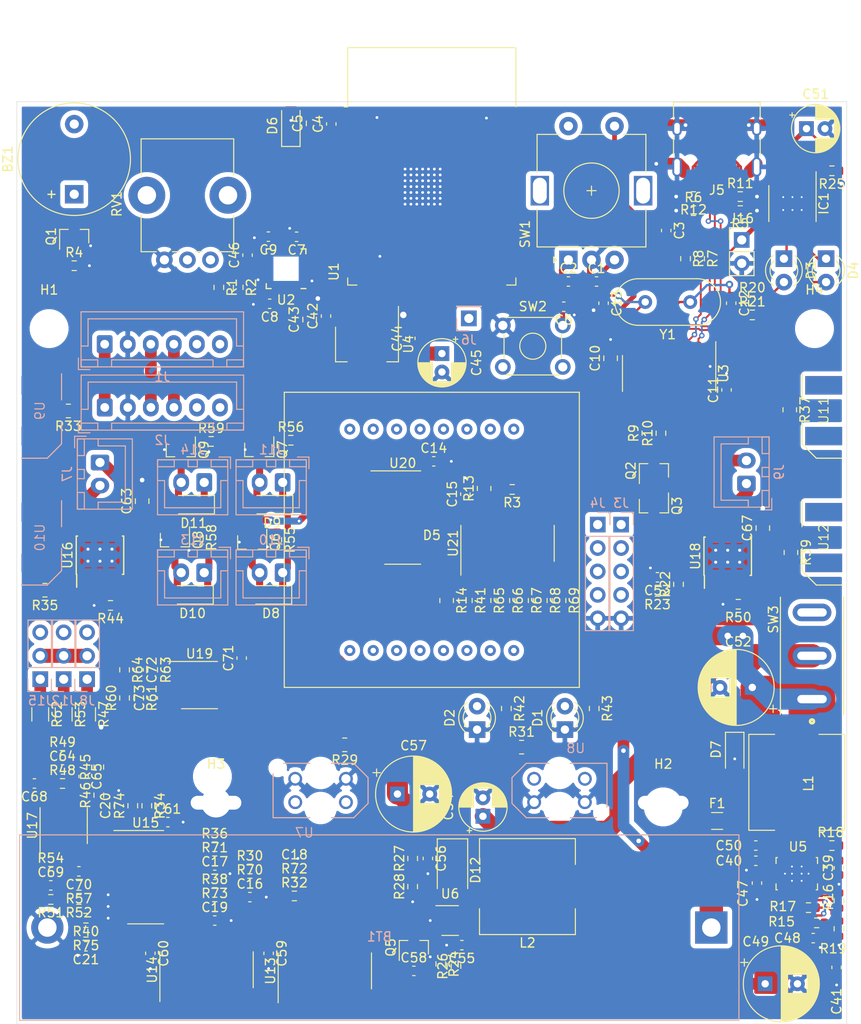
<source format=kicad_pcb>
(kicad_pcb (version 20171130) (host pcbnew "(5.1.9)-1")
  (layers (0 F.Cu signal) (31 B.Cu signal) (34 B.Paste user) (35 F.Paste user) (36 B.SilkS user) (37 F.SilkS user) (38 B.Mask user) (39 F.Mask user) (44 Edge.Cuts user hide))
  (net 0 "")
  (net 1 "Net-(BT1-Pad1)")
  (net 2 GND)
  (net 3 "Net-(BZ1-Pad2)")
  (net 4 +5V)
  (net 5 +3V3)
  (net 6 BUTTON)
  (net 7 /Motors/SERVO1_CURRENT)
  (net 8 /Motors/SERVO2_CURRENT)
  (net 9 /Motors/SERVO3_CURRENT)
  (net 10 +BATT)
  (net 11 /Power/5V_ENABLE)
  (net 12 +12V)
  (net 13 +5VP)
  (net 14 ENC_B)
  (net 15 ENC_SW)
  (net 16 ENC_A)
  (net 17 "Net-(D2-Pad2)")
  (net 18 "Net-(F1-Pad1)")
  (net 19 "Net-(IC1-Pad2)")
  (net 20 "Net-(J1-Pad6)")
  (net 21 SDA)
  (net 22 SCL)
  (net 23 /Motors/SERVO1_CTRL)
  (net 24 /Motors/SERVO2_CTRL)
  (net 25 /Motors/SERVO3_CTRL)
  (net 26 /USB/D-)
  (net 27 /USB/D+)
  (net 28 BUZZER)
  (net 29 /USB/ESP_RST)
  (net 30 "Net-(Q2-Pad2)")
  (net 31 "Net-(Q2-Pad1)")
  (net 32 /USB/ESP_GPIO0)
  (net 33 "Net-(Q5-Pad3)")
  (net 34 /Motors/DC_MOT1_12V)
  (net 35 /Motors/DC_MOT2_5V)
  (net 36 /Motors/DC_MOT3_12V)
  (net 37 /Motors/DC_MOT4_5V)
  (net 38 "Net-(R15-Pad2)")
  (net 39 /USB/ESP_RX)
  (net 40 /USB/ESP_TX)
  (net 41 "Net-(R37-Pad2)")
  (net 42 "Net-(R54-Pad2)")
  (net 43 POT)
  (net 44 /Gyro/MPU-6050_INT)
  (net 45 /Motors/MOTA_IN1)
  (net 46 /Motors/MOTA_IN2)
  (net 47 /Motors/MOTB_IN1)
  (net 48 /Motors/MOTB_IN2)
  (net 49 /Power/12V_ENABLE)
  (net 50 /Power/12V_MODE)
  (net 51 "Net-(C8-Pad1)")
  (net 52 "Net-(C9-Pad1)")
  (net 53 "Net-(C12-Pad1)")
  (net 54 "Net-(C13-Pad1)")
  (net 55 "Net-(C39-Pad2)")
  (net 56 "Net-(C41-Pad2)")
  (net 57 "Net-(C47-Pad1)")
  (net 58 "Net-(C50-Pad2)")
  (net 59 "Net-(C50-Pad1)")
  (net 60 "Net-(C64-Pad2)")
  (net 61 "Net-(C65-Pad2)")
  (net 62 "Net-(C69-Pad2)")
  (net 63 "Net-(C70-Pad2)")
  (net 64 "Net-(C72-Pad2)")
  (net 65 "Net-(C73-Pad2)")
  (net 66 "Net-(J5-PadB8)")
  (net 67 "Net-(J5-PadA5)")
  (net 68 "Net-(J5-PadA8)")
  (net 69 "Net-(J5-PadB5)")
  (net 70 "Net-(J7-Pad2)")
  (net 71 "Net-(J7-Pad1)")
  (net 72 "Net-(J8-Pad1)")
  (net 73 "Net-(J9-Pad2)")
  (net 74 "Net-(J9-Pad1)")
  (net 75 "Net-(J12-Pad1)")
  (net 76 "Net-(J15-Pad1)")
  (net 77 "Net-(R7-Pad2)")
  (net 78 "Net-(R8-Pad2)")
  (net 79 "Net-(R9-Pad2)")
  (net 80 "Net-(R10-Pad2)")
  (net 81 "Net-(R16-Pad2)")
  (net 82 "Net-(R17-Pad1)")
  (net 83 "Net-(R18-Pad1)")
  (net 84 "Net-(R27-Pad1)")
  (net 85 "Net-(R29-Pad2)")
  (net 86 "Net-(R31-Pad2)")
  (net 87 "Net-(R33-Pad2)")
  (net 88 "Net-(R35-Pad2)")
  (net 89 "Net-(R39-Pad2)")
  (net 90 "Net-(R42-Pad2)")
  (net 91 "Net-(R43-Pad2)")
  (net 92 "Net-(R44-Pad1)")
  (net 93 "Net-(R48-Pad2)")
  (net 94 "Net-(R50-Pad1)")
  (net 95 "Net-(R63-Pad2)")
  (net 96 "Net-(U13-Pad9)")
  (net 97 "Net-(U14-Pad7)")
  (net 98 "Net-(U14-Pad6)")
  (net 99 "Net-(U14-Pad5)")
  (net 100 "/Mux Demux Matrix/Analog_IN_7")
  (net 101 "/Mux Demux Matrix/REG_OUT_11")
  (net 102 "/Mux Demux Matrix/REG_OE")
  (net 103 "Net-(R13-Pad1)")
  (net 104 "Net-(R14-Pad1)")
  (net 105 "/Mux Demux Matrix/Analog_IN_1")
  (net 106 "/Mux Demux Matrix/Analog_IN_3")
  (net 107 "/Mux Demux Matrix/Analog_IN_5")
  (net 108 "/Mux Demux Matrix/Analog_IN_2")
  (net 109 "/Mux Demux Matrix/Analog_IN_4")
  (net 110 "/Mux Demux Matrix/Analog_IN_6")
  (net 111 "Net-(R41-Pad1)")
  (net 112 "Net-(R65-Pad1)")
  (net 113 "Net-(R66-Pad1)")
  (net 114 "Net-(R67-Pad1)")
  (net 115 "Net-(R68-Pad1)")
  (net 116 "Net-(R69-Pad1)")
  (net 117 "/Mux Demux Matrix/REG_DAT")
  (net 118 "/Mux Demux Matrix/REG_LAT")
  (net 119 "/Mux Demux Matrix/REG_CLK")
  (net 120 "/Mux Demux Matrix/Analog_MUX")
  (net 121 "Net-(U14-Pad9)")
  (net 122 "Net-(U20-Pad9)")
  (net 123 "Net-(D1-Pad2)")
  (net 124 "Net-(D3-Pad2)")
  (net 125 "Net-(D3-Pad1)")
  (net 126 "Net-(D4-Pad2)")
  (net 127 "Net-(D4-Pad1)")
  (net 128 "Net-(D5-Pad15)")
  (net 129 "Net-(D5-Pad16)")
  (net 130 "Net-(D5-Pad13)")
  (net 131 "Net-(D5-Pad12)")
  (net 132 "Net-(D5-Pad10)")
  (net 133 "Net-(D5-Pad9)")
  (net 134 "Net-(D5-Pad14)")
  (net 135 "Net-(D5-Pad11)")
  (net 136 "Net-(D5-Pad8)")
  (net 137 "Net-(D5-Pad7)")
  (net 138 "Net-(D5-Pad6)")
  (net 139 "Net-(D5-Pad5)")
  (net 140 "Net-(D5-Pad4)")
  (net 141 "Net-(D5-Pad3)")
  (net 142 "Net-(D5-Pad2)")
  (net 143 "Net-(D5-Pad1)")
  (net 144 "Net-(D8-Pad2)")
  (net 145 "Net-(D9-Pad2)")
  (net 146 "Net-(D10-Pad2)")
  (net 147 "Net-(D11-Pad2)")
  (net 148 "Net-(D12-Pad2)")
  (net 149 "Net-(J6-Pad1)")
  (net 150 "Net-(R30-Pad2)")
  (net 151 "Net-(R32-Pad2)")
  (net 152 "Net-(R34-Pad2)")
  (net 153 "Net-(R36-Pad2)")
  (net 154 "Net-(R38-Pad2)")
  (net 155 "Net-(R40-Pad2)")
  (module Sergej_Library:ZIP_Tie_Slot_Hole (layer F.Cu) (at 70.1 76)
    (fp_text reference H6 (at 0 0.5) (layer F.SilkS))
    (fp_text value MountingHole)
    (pad "" np_thru_hole oval (at 0 0) (size 5.5 1.5) (drill oval 5.5 1.5) (layers *.Cu *.Mask))
  )
  (module Sergej_Library:ZIP_Tie_Slot_Hole (layer F.Cu) (at 21.6 76)
    (fp_text reference H5 (at 0 0.5) (layer F.SilkS))
    (fp_text value MountingHole)
    (pad "" np_thru_hole oval (at 0 0) (size 5.5 1.5) (drill oval 5.5 1.5) (layers *.Cu *.Mask))
  )
  (module Resistor_SMD:R_0603_1608Metric (layer F.Cu) (at 7.493 90.043 180)
    (fp_text reference R75 (at 0 -1.43) (layer F.SilkS))
    (fp_text value 22K)
    (pad 2 smd roundrect (at 0.825 0 180) (size 0.8 0.95) (layers F.Cu F.Paste F.Mask) (net 155 "Net-(R40-Pad2)"))
    (pad 1 smd roundrect (at -0.825 0 180) (size 0.8 0.95) (layers F.Cu F.Paste F.Mask) (net 110 "/Mux Demux Matrix/Analog_IN_6"))
  )
  (module Resistor_SMD:R_0603_1608Metric (layer F.Cu) (at 12.573 76.327 90)
    (fp_text reference R74 (at 0 -1.43 90) (layer F.SilkS))
    (fp_text value 22K)
    (pad 2 smd roundrect (at 0.825 0 90) (size 0.8 0.95) (layers F.Cu F.Paste F.Mask) (net 152 "Net-(R34-Pad2)"))
    (pad 1 smd roundrect (at -0.825 0 90) (size 0.8 0.95) (layers F.Cu F.Paste F.Mask) (net 107 "/Mux Demux Matrix/Analog_IN_5"))
  )
  (module Resistor_SMD:R_0603_1608Metric (layer F.Cu) (at 21.463 87.249)
    (fp_text reference R73 (at 0 -1.43) (layer F.SilkS))
    (fp_text value 22K)
    (pad 2 smd roundrect (at 0.825 0) (size 0.8 0.95) (layers F.Cu F.Paste F.Mask) (net 154 "Net-(R38-Pad2)"))
    (pad 1 smd roundrect (at -0.825 0) (size 0.8 0.95) (layers F.Cu F.Paste F.Mask) (net 109 "/Mux Demux Matrix/Analog_IN_4"))
  )
  (module Resistor_SMD:R_0603_1608Metric (layer F.Cu) (at 30.099 84.582)
    (fp_text reference R72 (at 0 -1.43) (layer F.SilkS))
    (fp_text value 22K)
    (pad 2 smd roundrect (at 0.825 0) (size 0.8 0.95) (layers F.Cu F.Paste F.Mask) (net 151 "Net-(R32-Pad2)"))
    (pad 1 smd roundrect (at -0.825 0) (size 0.8 0.95) (layers F.Cu F.Paste F.Mask) (net 106 "/Mux Demux Matrix/Analog_IN_3"))
  )
  (module Resistor_SMD:R_0603_1608Metric (layer F.Cu) (at 21.463 82.296)
    (fp_text reference R71 (at 0 -1.43) (layer F.SilkS))
    (fp_text value 22K)
    (pad 2 smd roundrect (at 0.825 0) (size 0.8 0.95) (layers F.Cu F.Paste F.Mask) (net 153 "Net-(R36-Pad2)"))
    (pad 1 smd roundrect (at -0.825 0) (size 0.8 0.95) (layers F.Cu F.Paste F.Mask) (net 108 "/Mux Demux Matrix/Analog_IN_2"))
  )
  (module Resistor_SMD:R_0603_1608Metric (layer F.Cu) (at 25.273 84.709)
    (fp_text reference R70 (at 0 -1.43) (layer F.SilkS))
    (fp_text value 22K)
    (pad 2 smd roundrect (at 0.825 0) (size 0.8 0.95) (layers F.Cu F.Paste F.Mask) (net 150 "Net-(R30-Pad2)"))
    (pad 1 smd roundrect (at -0.825 0) (size 0.8 0.95) (layers F.Cu F.Paste F.Mask) (net 105 "/Mux Demux Matrix/Analog_IN_1"))
  )
  (module Connector_PinHeader_2.54mm:PinHeader_1x02_P2.54mm_Vertical (layer F.Cu) (at 78.613 14.986)
    (fp_text reference J16 (at 0 -2.33) (layer F.SilkS))
    (fp_text value Conn_01x02_Male)
    (pad 2 thru_hole oval (at 0 2.54) (size 1.7 1.7) (drill 1) (layers *.Cu *.Mask) (net 2 GND))
    (pad 1 thru_hole rect (at 0 0) (size 1.7 1.7) (drill 1) (layers *.Cu *.Mask) (net 13 +5VP))
  )
  (module Connector_PinHeader_2.54mm:PinHeader_1x01_P2.54mm_Vertical (layer B.Cu) (at 49.022 23.495)
    (fp_text reference J6 (at 0 2.33) (layer B.SilkS) (effects (justify mirror)))
    (fp_text value Conn_01x01_Male)
    (pad 1 thru_hole rect (at 0 0) (size 1.7 1.7) (drill 1) (layers *.Cu *.Mask) (net 149 "Net-(J6-Pad1)"))
  )
  (module Capacitor_SMD:C_0603_1608Metric (layer F.Cu) (at 7.493 91.567 180)
    (fp_text reference C21 (at 0 -1.43) (layer F.SilkS))
    (fp_text value 100n)
    (pad 2 smd roundrect (at 0.775 0 180) (size 0.9 0.95) (layers F.Cu F.Paste F.Mask) (net 2 GND))
    (pad 1 smd roundrect (at -0.775 0 180) (size 0.9 0.95) (layers F.Cu F.Paste F.Mask) (net 110 "/Mux Demux Matrix/Analog_IN_6"))
  )
  (module Capacitor_SMD:C_0603_1608Metric (layer F.Cu) (at 11.049 76.327 90)
    (fp_text reference C20 (at 0 -1.43 90) (layer F.SilkS))
    (fp_text value 100n)
    (pad 2 smd roundrect (at 0.775 0 90) (size 0.9 0.95) (layers F.Cu F.Paste F.Mask) (net 2 GND))
    (pad 1 smd roundrect (at -0.775 0 90) (size 0.9 0.95) (layers F.Cu F.Paste F.Mask) (net 107 "/Mux Demux Matrix/Analog_IN_5"))
  )
  (module Capacitor_SMD:C_0603_1608Metric (layer F.Cu) (at 21.463 88.773)
    (fp_text reference C19 (at 0 -1.43) (layer F.SilkS))
    (fp_text value 100n)
    (pad 2 smd roundrect (at 0.775 0) (size 0.9 0.95) (layers F.Cu F.Paste F.Mask) (net 2 GND))
    (pad 1 smd roundrect (at -0.775 0) (size 0.9 0.95) (layers F.Cu F.Paste F.Mask) (net 109 "/Mux Demux Matrix/Analog_IN_4"))
  )
  (module Capacitor_SMD:C_0603_1608Metric (layer F.Cu) (at 30.099 83.058)
    (fp_text reference C18 (at 0 -1.43) (layer F.SilkS))
    (fp_text value 100n)
    (pad 2 smd roundrect (at 0.775 0) (size 0.9 0.95) (layers F.Cu F.Paste F.Mask) (net 2 GND))
    (pad 1 smd roundrect (at -0.775 0) (size 0.9 0.95) (layers F.Cu F.Paste F.Mask) (net 106 "/Mux Demux Matrix/Analog_IN_3"))
  )
  (module Capacitor_SMD:C_0603_1608Metric (layer F.Cu) (at 21.463 83.82)
    (fp_text reference C17 (at 0 -1.43) (layer F.SilkS))
    (fp_text value 100n)
    (pad 2 smd roundrect (at 0.775 0) (size 0.9 0.95) (layers F.Cu F.Paste F.Mask) (net 2 GND))
    (pad 1 smd roundrect (at -0.775 0) (size 0.9 0.95) (layers F.Cu F.Paste F.Mask) (net 108 "/Mux Demux Matrix/Analog_IN_2"))
  )
  (module Capacitor_SMD:C_0603_1608Metric (layer F.Cu) (at 25.273 86.233)
    (fp_text reference C16 (at 0 -1.43) (layer F.SilkS))
    (fp_text value 100n)
    (pad 2 smd roundrect (at 0.775 0) (size 0.9 0.95) (layers F.Cu F.Paste F.Mask) (net 2 GND))
    (pad 1 smd roundrect (at -0.775 0) (size 0.9 0.95) (layers F.Cu F.Paste F.Mask) (net 105 "/Mux Demux Matrix/Analog_IN_1"))
  )
  (module Sergej_Library:BatteryHolder_MPD_BH-18650-PC2_NoHoles (layer B.Cu) (at 75.311 89.535 180)
    (fp_text reference BT1 (at 36 -1) (layer B.SilkS) (effects (justify mirror)))
    (fp_text value 18650)
    (pad 1 thru_hole rect (at 0 0 180) (size 3.5 3.5) (drill 2) (layers *.Cu *.Mask) (net 1 "Net-(BT1-Pad1)"))
    (pad 2 thru_hole circle (at 72 0 180) (size 3.5 3.5) (drill 2) (layers *.Cu *.Mask) (net 2 GND))
  )
  (module Sergej_Library:TCRT5000 (layer B.Cu) (at 58.848 74.676 180)
    (fp_text reference U8 (at -1.76355 4.57476) (layer B.SilkS) (effects (font (size 1.016 1.016) (thickness 0.127)) (justify mirror)))
    (fp_text value TCRT5000)
    (pad 3 thru_hole circle (at -2.75 1.27 180) (size 1.5 1.5) (drill 1) (layers *.Cu *.Mask) (net 151 "Net-(R32-Pad2)"))
    (pad 4 thru_hole circle (at -2.75 -1.27 180) (size 1.5 1.5) (drill 1) (layers *.Cu *.Mask) (net 2 GND))
    (pad 1 thru_hole circle (at 2.75 1.27 180) (size 1.5 1.5) (drill 1) (layers *.Cu *.Mask) (net 86 "Net-(R31-Pad2)"))
    (pad 2 thru_hole circle (at 2.75 -1.27 180) (size 1.5 1.5) (drill 1) (layers *.Cu *.Mask) (net 2 GND))
    (pad None np_thru_hole circle (at -4.65 -2.45 180) (size 1 1) (drill 1) (layers *.Cu *.Mask))
    (pad None np_thru_hole circle (at 0 -1.9 180) (size 2.5 2.5) (drill 2.5) (layers *.Cu *.Mask))
    (pad None np_thru_hole circle (at 0 1.9 180) (size 2.5 2.5) (drill 2.5) (layers *.Cu *.Mask))
  )
  (module Sergej_Library:TCRT5000 (layer B.Cu) (at 32.94 74.676)
    (fp_text reference U7 (at -1.76355 4.57476) (layer B.SilkS) (effects (font (size 1.016 1.016) (thickness 0.127)) (justify mirror)))
    (fp_text value TCRT5000)
    (pad 3 thru_hole circle (at -2.75 1.27) (size 1.5 1.5) (drill 1) (layers *.Cu *.Mask) (net 150 "Net-(R30-Pad2)"))
    (pad 4 thru_hole circle (at -2.75 -1.27) (size 1.5 1.5) (drill 1) (layers *.Cu *.Mask) (net 2 GND))
    (pad 1 thru_hole circle (at 2.75 1.27) (size 1.5 1.5) (drill 1) (layers *.Cu *.Mask) (net 85 "Net-(R29-Pad2)"))
    (pad 2 thru_hole circle (at 2.75 -1.27) (size 1.5 1.5) (drill 1) (layers *.Cu *.Mask) (net 2 GND))
    (pad None np_thru_hole circle (at -4.65 -2.45) (size 1 1) (drill 1) (layers *.Cu *.Mask))
    (pad None np_thru_hole circle (at 0 -1.9) (size 2.5 2.5) (drill 2.5) (layers *.Cu *.Mask))
    (pad None np_thru_hole circle (at 0 1.9) (size 2.5 2.5) (drill 2.5) (layers *.Cu *.Mask))
  )
  (module Sergej_Library:TCRT5000_SMD (layer F.Cu) (at 89.5 47.25 270)
    (fp_text reference U12 (at 0 2 270) (layer F.SilkS) (effects (font (size 1.016 1.016) (thickness 0.127))))
    (fp_text value TCRT5000)
    (pad 4 smd rect (at -2.75 2 270) (size 2 4) (layers F.Cu F.Paste F.Mask) (net 2 GND))
    (pad 3 smd rect (at -2.75 2 270) (size 2 4) (layers B.Cu B.Paste B.Mask) (net 155 "Net-(R40-Pad2)"))
    (pad 1 smd rect (at 2.75 2 270) (size 2 4) (layers B.Cu B.Paste B.Mask) (net 89 "Net-(R39-Pad2)"))
    (pad 2 smd rect (at 2.75 2 270) (size 2 4) (layers F.Cu F.Paste F.Mask) (net 2 GND))
  )
  (module Sergej_Library:TCRT5000_SMD (layer F.Cu) (at 89.5 33.5 270)
    (fp_text reference U11 (at 0 2 270) (layer F.SilkS) (effects (font (size 1.016 1.016) (thickness 0.127))))
    (fp_text value TCRT5000)
    (pad 4 smd rect (at -2.75 2 270) (size 2 4) (layers F.Cu F.Paste F.Mask) (net 2 GND))
    (pad 3 smd rect (at -2.75 2 270) (size 2 4) (layers B.Cu B.Paste B.Mask) (net 154 "Net-(R38-Pad2)"))
    (pad 1 smd rect (at 2.75 2 270) (size 2 4) (layers B.Cu B.Paste B.Mask) (net 41 "Net-(R37-Pad2)"))
    (pad 2 smd rect (at 2.75 2 270) (size 2 4) (layers F.Cu F.Paste F.Mask) (net 2 GND))
  )
  (module Sergej_Library:TCRT5000_SMD (layer B.Cu) (at 0.5 47.25 270)
    (fp_text reference U10 (at 0 -2 90) (layer B.SilkS) (effects (font (size 1.016 1.016) (thickness 0.127)) (justify mirror)))
    (fp_text value TCRT5000)
    (pad 4 smd rect (at -2.75 -2 270) (size 2 4) (layers B.Cu B.Paste B.Mask) (net 2 GND))
    (pad 3 smd rect (at -2.75 -2 270) (size 2 4) (layers F.Cu F.Paste F.Mask) (net 153 "Net-(R36-Pad2)"))
    (pad 1 smd rect (at 2.75 -2 270) (size 2 4) (layers F.Cu F.Paste F.Mask) (net 88 "Net-(R35-Pad2)"))
    (pad 2 smd rect (at 2.75 -2 270) (size 2 4) (layers B.Cu B.Paste B.Mask) (net 2 GND))
  )
  (module Sergej_Library:TCRT5000_SMD (layer B.Cu) (at 0.5 33.5 270)
    (fp_text reference U9 (at 0 -2 90) (layer B.SilkS) (effects (font (size 1.016 1.016) (thickness 0.127)) (justify mirror)))
    (fp_text value TCRT5000)
    (pad 4 smd rect (at -2.75 -2 270) (size 2 4) (layers B.Cu B.Paste B.Mask) (net 2 GND))
    (pad 3 smd rect (at -2.75 -2 270) (size 2 4) (layers F.Cu F.Paste F.Mask) (net 152 "Net-(R34-Pad2)"))
    (pad 1 smd rect (at 2.75 -2 270) (size 2 4) (layers F.Cu F.Paste F.Mask) (net 87 "Net-(R33-Pad2)"))
    (pad 2 smd rect (at 2.75 -2 270) (size 2 4) (layers B.Cu B.Paste B.Mask) (net 2 GND))
  )
  (module Capacitor_SMD:C_0603_1608Metric (layer F.Cu) (at 48.641 42.545 90)
    (fp_text reference C15 (at 0 -1.43 90) (layer F.SilkS))
    (fp_text value 100n)
    (pad 2 smd roundrect (at 0.775 0 90) (size 0.9 0.95) (layers F.Cu F.Paste F.Mask) (net 2 GND))
    (pad 1 smd roundrect (at -0.775 0 90) (size 0.9 0.95) (layers F.Cu F.Paste F.Mask) (net 4 +5V))
  )
  (module Capacitor_SMD:C_0603_1608Metric (layer F.Cu) (at 45.212 38.989)
    (fp_text reference C14 (at 0 -1.43) (layer F.SilkS))
    (fp_text value 100n)
    (pad 2 smd roundrect (at 0.775 0) (size 0.9 0.95) (layers F.Cu F.Paste F.Mask) (net 2 GND))
    (pad 1 smd roundrect (at -0.775 0) (size 0.9 0.95) (layers F.Cu F.Paste F.Mask) (net 4 +5V))
  )
  (module Resistor_SMD:R_0805_2012Metric (layer F.Cu) (at 46.609 54.0785 270)
    (fp_text reference R14 (at 0 -1.65 90) (layer F.SilkS))
    (fp_text value 100R)
    (pad 2 smd roundrect (at 0.9125 0 270) (size 1.025 1.4) (layers F.Cu F.Paste F.Mask) (roundrect_rratio 0.243902) (net 141 "Net-(D5-Pad3)"))
    (pad 1 smd roundrect (at -0.9125 0 270) (size 1.025 1.4) (layers F.Cu F.Paste F.Mask) (roundrect_rratio 0.243902) (net 104 "Net-(R14-Pad1)"))
  )
  (module Sergej_Library:KYX-1088AS (layer F.Cu) (at 45 47.5 180)
    (fp_text reference D5 (at 0 0.5) (layer F.SilkS))
    (fp_text value KYX-1088AS)
    (pad 15 thru_hole circle (at -6.35 -12 180) (size 1.2 1.2) (drill 0.6) (layers *.Cu *.Mask) (net 128 "Net-(D5-Pad15)"))
    (pad 16 thru_hole circle (at -8.89 -12 180) (size 1.2 1.2) (drill 0.6) (layers *.Cu *.Mask) (net 129 "Net-(D5-Pad16)"))
    (pad 13 thru_hole circle (at -1.27 -12 180) (size 1.2 1.2) (drill 0.6) (layers *.Cu *.Mask) (net 130 "Net-(D5-Pad13)"))
    (pad 12 thru_hole circle (at 1.27 -12 180) (size 1.2 1.2) (drill 0.6) (layers *.Cu *.Mask) (net 131 "Net-(D5-Pad12)"))
    (pad 10 thru_hole circle (at 6.35 -12 180) (size 1.2 1.2) (drill 0.6) (layers *.Cu *.Mask) (net 132 "Net-(D5-Pad10)"))
    (pad 9 thru_hole circle (at 8.89 -12 180) (size 1.2 1.2) (drill 0.6) (layers *.Cu *.Mask) (net 133 "Net-(D5-Pad9)"))
    (pad 14 thru_hole circle (at -3.81 -12 180) (size 1.2 1.2) (drill 0.6) (layers *.Cu *.Mask) (net 134 "Net-(D5-Pad14)"))
    (pad 11 thru_hole circle (at 3.81 -12 180) (size 1.2 1.2) (drill 0.6) (layers *.Cu *.Mask) (net 135 "Net-(D5-Pad11)"))
    (pad 8 thru_hole circle (at 8.89 12 180) (size 1.2 1.2) (drill 0.6) (layers *.Cu *.Mask) (net 136 "Net-(D5-Pad8)"))
    (pad 7 thru_hole circle (at 6.35 12 180) (size 1.2 1.2) (drill 0.6) (layers *.Cu *.Mask) (net 137 "Net-(D5-Pad7)"))
    (pad 6 thru_hole circle (at 3.81 12 180) (size 1.2 1.2) (drill 0.6) (layers *.Cu *.Mask) (net 138 "Net-(D5-Pad6)"))
    (pad 5 thru_hole circle (at 1.27 12 180) (size 1.2 1.2) (drill 0.6) (layers *.Cu *.Mask) (net 139 "Net-(D5-Pad5)"))
    (pad 4 thru_hole circle (at -1.27 12 180) (size 1.2 1.2) (drill 0.6) (layers *.Cu *.Mask) (net 140 "Net-(D5-Pad4)"))
    (pad 3 thru_hole circle (at -3.81 12 180) (size 1.2 1.2) (drill 0.6) (layers *.Cu *.Mask) (net 141 "Net-(D5-Pad3)"))
    (pad 2 thru_hole circle (at -6.35 12 180) (size 1.2 1.2) (drill 0.6) (layers *.Cu *.Mask) (net 142 "Net-(D5-Pad2)"))
    (pad 1 thru_hole circle (at -8.89 12 180) (size 1.2 1.2) (drill 0.6) (layers *.Cu *.Mask) (net 143 "Net-(D5-Pad1)"))
  )
  (module Package_SO:SOIC-16_3.9x9.9mm_P1.27mm (layer F.Cu) (at 53.213 47.879 90)
    (fp_text reference U21 (at 0 -5.9 90) (layer F.SilkS))
    (fp_text value 74HC595)
    (pad 16 smd roundrect (at 2.475 -4.445 90) (size 1.95 0.6) (layers F.Cu F.Paste F.Mask) (net 4 +5V))
    (pad 15 smd roundrect (at 2.475 -3.175 90) (size 1.95 0.6) (layers F.Cu F.Paste F.Mask) (net 103 "Net-(R13-Pad1)"))
    (pad 14 smd roundrect (at 2.475 -1.905 90) (size 1.95 0.6) (layers F.Cu F.Paste F.Mask) (net 122 "Net-(U20-Pad9)"))
    (pad 13 smd roundrect (at 2.475 -0.635 90) (size 1.95 0.6) (layers F.Cu F.Paste F.Mask) (net 102 "/Mux Demux Matrix/REG_OE"))
    (pad 12 smd roundrect (at 2.475 0.635 90) (size 1.95 0.6) (layers F.Cu F.Paste F.Mask) (net 118 "/Mux Demux Matrix/REG_LAT"))
    (pad 11 smd roundrect (at 2.475 1.905 90) (size 1.95 0.6) (layers F.Cu F.Paste F.Mask) (net 119 "/Mux Demux Matrix/REG_CLK"))
    (pad 10 smd roundrect (at 2.475 3.175 90) (size 1.95 0.6) (layers F.Cu F.Paste F.Mask) (net 5 +3V3))
    (pad 9 smd roundrect (at 2.475 4.445 90) (size 1.95 0.6) (layers F.Cu F.Paste F.Mask))
    (pad 8 smd roundrect (at -2.475 4.445 90) (size 1.95 0.6) (layers F.Cu F.Paste F.Mask) (net 2 GND))
    (pad 7 smd roundrect (at -2.475 3.175 90) (size 1.95 0.6) (layers F.Cu F.Paste F.Mask) (net 116 "Net-(R69-Pad1)"))
    (pad 6 smd roundrect (at -2.475 1.905 90) (size 1.95 0.6) (layers F.Cu F.Paste F.Mask) (net 115 "Net-(R68-Pad1)"))
    (pad 5 smd roundrect (at -2.475 0.635 90) (size 1.95 0.6) (layers F.Cu F.Paste F.Mask) (net 114 "Net-(R67-Pad1)"))
    (pad 4 smd roundrect (at -2.475 -0.635 90) (size 1.95 0.6) (layers F.Cu F.Paste F.Mask) (net 113 "Net-(R66-Pad1)"))
    (pad 3 smd roundrect (at -2.475 -1.905 90) (size 1.95 0.6) (layers F.Cu F.Paste F.Mask) (net 112 "Net-(R65-Pad1)"))
    (pad 2 smd roundrect (at -2.475 -3.175 90) (size 1.95 0.6) (layers F.Cu F.Paste F.Mask) (net 111 "Net-(R41-Pad1)"))
    (pad 1 smd roundrect (at -2.475 -4.445 90) (size 1.95 0.6) (layers F.Cu F.Paste F.Mask) (net 104 "Net-(R14-Pad1)"))
  )
  (module Package_SO:SOIC-16_3.9x9.9mm_P1.27mm (layer F.Cu) (at 41.848 45.085)
    (fp_text reference U20 (at 0 -5.9) (layer F.SilkS))
    (fp_text value 74HC595)
    (pad 16 smd roundrect (at 2.475 -4.445) (size 1.95 0.6) (layers F.Cu F.Paste F.Mask) (net 4 +5V))
    (pad 15 smd roundrect (at 2.475 -3.175) (size 1.95 0.6) (layers F.Cu F.Paste F.Mask) (net 133 "Net-(D5-Pad9)"))
    (pad 14 smd roundrect (at 2.475 -1.905) (size 1.95 0.6) (layers F.Cu F.Paste F.Mask) (net 121 "Net-(U14-Pad9)"))
    (pad 13 smd roundrect (at 2.475 -0.635) (size 1.95 0.6) (layers F.Cu F.Paste F.Mask) (net 102 "/Mux Demux Matrix/REG_OE"))
    (pad 12 smd roundrect (at 2.475 0.635) (size 1.95 0.6) (layers F.Cu F.Paste F.Mask) (net 118 "/Mux Demux Matrix/REG_LAT"))
    (pad 11 smd roundrect (at 2.475 1.905) (size 1.95 0.6) (layers F.Cu F.Paste F.Mask) (net 119 "/Mux Demux Matrix/REG_CLK"))
    (pad 10 smd roundrect (at 2.475 3.175) (size 1.95 0.6) (layers F.Cu F.Paste F.Mask) (net 5 +3V3))
    (pad 9 smd roundrect (at 2.475 4.445) (size 1.95 0.6) (layers F.Cu F.Paste F.Mask) (net 122 "Net-(U20-Pad9)"))
    (pad 8 smd roundrect (at -2.475 4.445) (size 1.95 0.6) (layers F.Cu F.Paste F.Mask) (net 2 GND))
    (pad 7 smd roundrect (at -2.475 3.175) (size 1.95 0.6) (layers F.Cu F.Paste F.Mask) (net 139 "Net-(D5-Pad5)"))
    (pad 6 smd roundrect (at -2.475 1.905) (size 1.95 0.6) (layers F.Cu F.Paste F.Mask) (net 142 "Net-(D5-Pad2)"))
    (pad 5 smd roundrect (at -2.475 0.635) (size 1.95 0.6) (layers F.Cu F.Paste F.Mask) (net 137 "Net-(D5-Pad7)"))
    (pad 4 smd roundrect (at -2.475 -0.635) (size 1.95 0.6) (layers F.Cu F.Paste F.Mask) (net 143 "Net-(D5-Pad1)"))
    (pad 3 smd roundrect (at -2.475 -1.905) (size 1.95 0.6) (layers F.Cu F.Paste F.Mask) (net 131 "Net-(D5-Pad12)"))
    (pad 2 smd roundrect (at -2.475 -3.175) (size 1.95 0.6) (layers F.Cu F.Paste F.Mask) (net 136 "Net-(D5-Pad8)"))
    (pad 1 smd roundrect (at -2.475 -4.445) (size 1.95 0.6) (layers F.Cu F.Paste F.Mask) (net 134 "Net-(D5-Pad14)"))
  )
  (module Resistor_SMD:R_0805_2012Metric (layer F.Cu) (at 58.801 54.0785 270)
    (fp_text reference R69 (at 0 -1.65 90) (layer F.SilkS))
    (fp_text value 100R)
    (pad 2 smd roundrect (at 0.9125 0 270) (size 1.025 1.4) (layers F.Cu F.Paste F.Mask) (roundrect_rratio 0.243902) (net 129 "Net-(D5-Pad16)"))
    (pad 1 smd roundrect (at -0.9125 0 270) (size 1.025 1.4) (layers F.Cu F.Paste F.Mask) (roundrect_rratio 0.243902) (net 116 "Net-(R69-Pad1)"))
  )
  (module Resistor_SMD:R_0805_2012Metric (layer F.Cu) (at 56.769 54.0785 270)
    (fp_text reference R68 (at 0 -1.65 90) (layer F.SilkS))
    (fp_text value 100R)
    (pad 2 smd roundrect (at 0.9125 0 270) (size 1.025 1.4) (layers F.Cu F.Paste F.Mask) (roundrect_rratio 0.243902) (net 128 "Net-(D5-Pad15)"))
    (pad 1 smd roundrect (at -0.9125 0 270) (size 1.025 1.4) (layers F.Cu F.Paste F.Mask) (roundrect_rratio 0.243902) (net 115 "Net-(R68-Pad1)"))
  )
  (module Resistor_SMD:R_0805_2012Metric (layer F.Cu) (at 54.737 54.0785 270)
    (fp_text reference R67 (at 0 -1.65 90) (layer F.SilkS))
    (fp_text value 100R)
    (pad 2 smd roundrect (at 0.9125 0 270) (size 1.025 1.4) (layers F.Cu F.Paste F.Mask) (roundrect_rratio 0.243902) (net 135 "Net-(D5-Pad11)"))
    (pad 1 smd roundrect (at -0.9125 0 270) (size 1.025 1.4) (layers F.Cu F.Paste F.Mask) (roundrect_rratio 0.243902) (net 114 "Net-(R67-Pad1)"))
  )
  (module Resistor_SMD:R_0805_2012Metric (layer F.Cu) (at 52.705 54.0785 270)
    (fp_text reference R66 (at 0 -1.65 90) (layer F.SilkS))
    (fp_text value 100R)
    (pad 2 smd roundrect (at 0.9125 0 270) (size 1.025 1.4) (layers F.Cu F.Paste F.Mask) (roundrect_rratio 0.243902) (net 138 "Net-(D5-Pad6)"))
    (pad 1 smd roundrect (at -0.9125 0 270) (size 1.025 1.4) (layers F.Cu F.Paste F.Mask) (roundrect_rratio 0.243902) (net 113 "Net-(R66-Pad1)"))
  )
  (module Resistor_SMD:R_0805_2012Metric (layer F.Cu) (at 50.673 54.0785 270)
    (fp_text reference R65 (at 0 -1.65 90) (layer F.SilkS))
    (fp_text value 100R)
    (pad 2 smd roundrect (at 0.9125 0 270) (size 1.025 1.4) (layers F.Cu F.Paste F.Mask) (roundrect_rratio 0.243902) (net 132 "Net-(D5-Pad10)"))
    (pad 1 smd roundrect (at -0.9125 0 270) (size 1.025 1.4) (layers F.Cu F.Paste F.Mask) (roundrect_rratio 0.243902) (net 112 "Net-(R65-Pad1)"))
  )
  (module Resistor_SMD:R_0805_2012Metric (layer F.Cu) (at 48.641 54.0785 270)
    (fp_text reference R41 (at 0 -1.65 90) (layer F.SilkS))
    (fp_text value 100R)
    (pad 2 smd roundrect (at 0.9125 0 270) (size 1.025 1.4) (layers F.Cu F.Paste F.Mask) (roundrect_rratio 0.243902) (net 140 "Net-(D5-Pad4)"))
    (pad 1 smd roundrect (at -0.9125 0 270) (size 1.025 1.4) (layers F.Cu F.Paste F.Mask) (roundrect_rratio 0.243902) (net 111 "Net-(R41-Pad1)"))
  )
  (module Resistor_SMD:R_0805_2012Metric (layer F.Cu) (at 50.673 41.9335 90)
    (fp_text reference R13 (at 0 -1.65 90) (layer F.SilkS))
    (fp_text value 100R)
    (pad 2 smd roundrect (at 0.9125 0 90) (size 1.025 1.4) (layers F.Cu F.Paste F.Mask) (roundrect_rratio 0.243902) (net 130 "Net-(D5-Pad13)"))
    (pad 1 smd roundrect (at -0.9125 0 90) (size 1.025 1.4) (layers F.Cu F.Paste F.Mask) (roundrect_rratio 0.243902) (net 103 "Net-(R13-Pad1)"))
  )
  (module Connector_USB:USB_C_Receptacle_HRO_TYPE-C-31-M-12 (layer F.Cu) (at 75.913 3.937 180)
    (fp_text reference J5 (at 0 -5.645) (layer F.SilkS))
    (fp_text value TYPE-C-31-M-12)
    (pad B1 smd rect (at 3.25 -4.045 180) (size 0.6 1.45) (layers F.Cu F.Paste F.Mask) (net 2 GND))
    (pad A9 smd rect (at 2.45 -4.045 180) (size 0.6 1.45) (layers F.Cu F.Paste F.Mask) (net 13 +5VP))
    (pad B9 smd rect (at -2.45 -4.045 180) (size 0.6 1.45) (layers F.Cu F.Paste F.Mask) (net 13 +5VP))
    (pad B12 smd rect (at -3.25 -4.045 180) (size 0.6 1.45) (layers F.Cu F.Paste F.Mask) (net 2 GND))
    (pad A1 smd rect (at -3.25 -4.045 180) (size 0.6 1.45) (layers F.Cu F.Paste F.Mask) (net 2 GND))
    (pad A4 smd rect (at -2.45 -4.045 180) (size 0.6 1.45) (layers F.Cu F.Paste F.Mask) (net 13 +5VP))
    (pad B4 smd rect (at 2.45 -4.045 180) (size 0.6 1.45) (layers F.Cu F.Paste F.Mask) (net 13 +5VP))
    (pad A12 smd rect (at 3.25 -4.045 180) (size 0.6 1.45) (layers F.Cu F.Paste F.Mask) (net 2 GND))
    (pad B8 smd rect (at -1.75 -4.045 180) (size 0.3 1.45) (layers F.Cu F.Paste F.Mask) (net 66 "Net-(J5-PadB8)"))
    (pad A5 smd rect (at -1.25 -4.045 180) (size 0.3 1.45) (layers F.Cu F.Paste F.Mask) (net 67 "Net-(J5-PadA5)"))
    (pad B7 smd rect (at -0.75 -4.045 180) (size 0.3 1.45) (layers F.Cu F.Paste F.Mask) (net 26 /USB/D-))
    (pad A7 smd rect (at 0.25 -4.045 180) (size 0.3 1.45) (layers F.Cu F.Paste F.Mask) (net 26 /USB/D-))
    (pad B6 smd rect (at 0.75 -4.045 180) (size 0.3 1.45) (layers F.Cu F.Paste F.Mask) (net 27 /USB/D+))
    (pad A8 smd rect (at 1.25 -4.045 180) (size 0.3 1.45) (layers F.Cu F.Paste F.Mask) (net 68 "Net-(J5-PadA8)"))
    (pad B5 smd rect (at 1.75 -4.045 180) (size 0.3 1.45) (layers F.Cu F.Paste F.Mask) (net 69 "Net-(J5-PadB5)"))
    (pad A6 smd rect (at -0.25 -4.045 180) (size 0.3 1.45) (layers F.Cu F.Paste F.Mask) (net 27 /USB/D+))
    (pad S1 thru_hole oval (at 4.32 -3.13 180) (size 1 2.1) (drill oval 0.6 1.7) (layers *.Cu *.Mask) (net 2 GND))
    (pad S1 thru_hole oval (at -4.32 -3.13 180) (size 1 2.1) (drill oval 0.6 1.7) (layers *.Cu *.Mask) (net 2 GND))
    (pad "" np_thru_hole circle (at -2.89 -2.6 180) (size 0.65 0.65) (drill 0.65) (layers *.Cu *.Mask))
    (pad S1 thru_hole oval (at -4.32 1.05 180) (size 1 1.6) (drill oval 0.6 1.2) (layers *.Cu *.Mask) (net 2 GND))
    (pad "" np_thru_hole circle (at 2.89 -2.6 180) (size 0.65 0.65) (drill 0.65) (layers *.Cu *.Mask))
    (pad S1 thru_hole oval (at 4.32 1.05 180) (size 1 1.6) (drill oval 0.6 1.2) (layers *.Cu *.Mask) (net 2 GND))
  )
  (module Diode_SMD:D_SOD-123 (layer F.Cu) (at 19.177 43.688 180)
    (fp_text reference D11 (at 0 -2) (layer F.SilkS))
    (fp_text value B5819W)
    (pad 2 smd rect (at 1.65 0 180) (size 0.9 1.2) (layers F.Cu F.Paste F.Mask) (net 147 "Net-(D11-Pad2)"))
    (pad 1 smd rect (at -1.65 0 180) (size 0.9 1.2) (layers F.Cu F.Paste F.Mask) (net 4 +5V))
  )
  (module Diode_SMD:D_SOD-123 (layer F.Cu) (at 19.05 53.467 180)
    (fp_text reference D10 (at 0 -2) (layer F.SilkS))
    (fp_text value B5819W)
    (pad 2 smd rect (at 1.65 0 180) (size 0.9 1.2) (layers F.Cu F.Paste F.Mask) (net 146 "Net-(D10-Pad2)"))
    (pad 1 smd rect (at -1.65 0 180) (size 0.9 1.2) (layers F.Cu F.Paste F.Mask) (net 4 +5V))
  )
  (module Diode_SMD:D_SOD-123 (layer F.Cu) (at 27.686 43.688 180)
    (fp_text reference D9 (at 0 -2) (layer F.SilkS))
    (fp_text value B5819W)
    (pad 2 smd rect (at 1.65 0 180) (size 0.9 1.2) (layers F.Cu F.Paste F.Mask) (net 145 "Net-(D9-Pad2)"))
    (pad 1 smd rect (at -1.65 0 180) (size 0.9 1.2) (layers F.Cu F.Paste F.Mask) (net 12 +12V))
  )
  (module Diode_SMD:D_SOD-123 (layer F.Cu) (at 27.559 53.467 180)
    (fp_text reference D8 (at 0 -2) (layer F.SilkS))
    (fp_text value B5819W)
    (pad 2 smd rect (at 1.65 0 180) (size 0.9 1.2) (layers F.Cu F.Paste F.Mask) (net 144 "Net-(D8-Pad2)"))
    (pad 1 smd rect (at -1.65 0 180) (size 0.9 1.2) (layers F.Cu F.Paste F.Mask) (net 12 +12V))
  )
  (module Capacitor_SMD:C_0603_1608Metric (layer F.Cu) (at 25.019 16.637 90)
    (fp_text reference C46 (at 0 -1.43 90) (layer F.SilkS))
    (fp_text value 100n)
    (pad 2 smd roundrect (at 0.775 0 90) (size 0.9 0.95) (layers F.Cu F.Paste F.Mask) (net 2 GND))
    (pad 1 smd roundrect (at -0.775 0 90) (size 0.9 0.95) (layers F.Cu F.Paste F.Mask) (net 5 +3V3))
  )
  (module Sergej_Library:IC_TPS61088RHLR (layer F.Cu) (at 84.582 83.693 270)
    (fp_text reference U5 (at -2.921 -0.127) (layer F.SilkS))
    (fp_text value TPS61088RHLR)
    (fp_poly (pts (xy -0.375 -1.525) (xy -0.375 -2.4) (xy -0.374931 -2.402617) (xy -0.374726 -2.405226) (xy -0.374384 -2.407822) (xy -0.373907 -2.410396) (xy -0.373296 -2.412941) (xy -0.372553 -2.415451) (xy -0.371679 -2.417918) (xy -0.370677 -2.420337) (xy -0.36955 -2.4227) (xy -0.368301 -2.425) (xy -0.366934 -2.427232) (xy -0.365451 -2.429389) (xy -0.363857 -2.431466) (xy -0.362157 -2.433457) (xy -0.360355 -2.435355) (xy -0.358457 -2.437157) (xy -0.356466 -2.438857) (xy -0.354389 -2.440451) (xy -0.352232 -2.441934) (xy -0.35 -2.443301) (xy -0.3477 -2.44455) (xy -0.345337 -2.445677) (xy -0.342918 -2.446679) (xy -0.340451 -2.447553) (xy -0.337941 -2.448296) (xy -0.335396 -2.448907) (xy -0.332822 -2.449384) (xy -0.330226 -2.449726) (xy -0.327617 -2.449931) (xy -0.325 -2.45) (xy -0.225 -2.45) (xy -0.222383 -2.449931) (xy -0.219774 -2.449726) (xy -0.217178 -2.449384) (xy -0.214604 -2.448907) (xy -0.212059 -2.448296) (xy -0.209549 -2.447553) (xy -0.207082 -2.446679) (xy -0.204663 -2.445677) (xy -0.2023 -2.44455) (xy -0.2 -2.443301) (xy -0.197768 -2.441934) (xy -0.195611 -2.440451) (xy -0.193534 -2.438857) (xy -0.191543 -2.437157) (xy -0.189645 -2.435355) (xy -0.187843 -2.433457) (xy -0.186143 -2.431466) (xy -0.184549 -2.429389) (xy -0.183066 -2.427232) (xy -0.181699 -2.425) (xy -0.18045 -2.4227) (xy -0.179323 -2.420337) (xy -0.178321 -2.417918) (xy -0.177447 -2.415451) (xy -0.176704 -2.412941) (xy -0.176093 -2.410396) (xy -0.175616 -2.407822) (xy -0.175274 -2.405226) (xy -0.175069 -2.402617) (xy -0.175 -2.4) (xy -0.175 -1.925) (xy 0.175 -1.925) (xy 0.175 -2.4) (xy 0.175069 -2.402617) (xy 0.175274 -2.405226) (xy 0.175616 -2.407822) (xy 0.176093 -2.410396) (xy 0.176704 -2.412941) (xy 0.177447 -2.415451) (xy 0.178321 -2.417918) (xy 0.179323 -2.420337) (xy 0.18045 -2.4227) (xy 0.181699 -2.425) (xy 0.183066 -2.427232) (xy 0.184549 -2.429389) (xy 0.186143 -2.431466) (xy 0.187843 -2.433457) (xy 0.189645 -2.435355) (xy 0.191543 -2.437157) (xy 0.193534 -2.438857) (xy 0.195611 -2.440451) (xy 0.197768 -2.441934) (xy 0.2 -2.443301) (xy 0.2023 -2.44455) (xy 0.204663 -2.445677) (xy 0.207082 -2.446679) (xy 0.209549 -2.447553) (xy 0.212059 -2.448296) (xy 0.214604 -2.448907) (xy 0.217178 -2.449384) (xy 0.219774 -2.449726) (xy 0.222383 -2.449931) (xy 0.225 -2.45) (xy 0.325 -2.45) (xy 0.327617 -2.449931) (xy 0.330226 -2.449726) (xy 0.332822 -2.449384) (xy 0.335396 -2.448907) (xy 0.337941 -2.448296) (xy 0.340451 -2.447553) (xy 0.342918 -2.446679) (xy 0.345337 -2.445677) (xy 0.3477 -2.44455) (xy 0.35 -2.443301) (xy 0.352232 -2.441934) (xy 0.354389 -2.440451) (xy 0.356466 -2.438857) (xy 0.358457 -2.437157) (xy 0.360355 -2.435355) (xy 0.362157 -2.433457) (xy 0.363857 -2.431466) (xy 0.365451 -2.429389) (xy 0.366934 -2.427232) (xy 0.368301 -2.425) (xy 0.36955 -2.4227) (xy 0.370677 -2.420337) (xy 0.371679 -2.417918) (xy 0.372553 -2.415451) (xy 0.373296 -2.412941) (xy 0.373907 -2.410396) (xy 0.374384 -2.407822) (xy 0.374726 -2.405226) (xy 0.374931 -2.402617) (xy 0.375 -2.4) (xy 0.375 -1.525) (xy 0.975 -1.525) (xy 0.977617 -1.524931) (xy 0.980226 -1.524726) (xy 0.982822 -1.524384) (xy 0.985396 -1.523907) (xy 0.987941 -1.523296) (xy 0.990451 -1.522553) (xy 0.992918 -1.521679) (xy 0.995337 -1.520677) (xy 0.9977 -1.51955) (xy 1 -1.518301) (xy 1.002232 -1.516934) (xy 1.004389 -1.515451) (xy 1.006466 -1.513857) (xy 1.008457 -1.512157) (xy 1.010355 -1.510355) (xy 1.012157 -1.508457) (xy 1.013857 -1.506466) (xy 1.015451 -1.504389) (xy 1.016934 -1.502232) (xy 1.018301 -1.5) (xy 1.01955 -1.4977) (xy 1.020677 -1.495337) (xy 1.021679 -1.492918) (xy 1.022553 -1.490451) (xy 1.023296 -1.487941) (xy 1.023907 -1.485396) (xy 1.024384 -1.482822) (xy 1.024726 -1.480226) (xy 1.024931 -1.477617) (xy 1.025 -1.475) (xy 1.025 1.475) (xy 1.024931 1.477617) (xy 1.024726 1.480226) (xy 1.024384 1.482822) (xy 1.023907 1.485396) (xy 1.023296 1.487941) (xy 1.022553 1.490451) (xy 1.021679 1.492918) (xy 1.020677 1.495337) (xy 1.01955 1.4977) (xy 1.018301 1.5) (xy 1.016934 1.502232) (xy 1.015451 1.504389) (xy 1.013857 1.506466) (xy 1.012157 1.508457) (xy 1.010355 1.510355) (xy 1.008457 1.512157) (xy 1.006466 1.513857) (xy 1.004389 1.515451) (xy 1.002232 1.516934) (xy 1 1.518301) (xy 0.9977 1.51955) (xy 0.995337 1.520677) (xy 0.992918 1.521679) (xy 0.990451 1.522553) (xy 0.987941 1.523296) (xy 0.985396 1.523907) (xy 0.982822 1.524384) (xy 0.980226 1.524726) (xy 0.977617 1.524931) (xy 0.975 1.525) (xy 0.375 1.525) (xy 0.375 2.4) (xy 0.374931 2.402617) (xy 0.374726 2.405226) (xy 0.374384 2.407822) (xy 0.373907 2.410396) (xy 0.373296 2.412941) (xy 0.372553 2.415451) (xy 0.371679 2.417918) (xy 0.370677 2.420337) (xy 0.36955 2.4227) (xy 0.368301 2.425) (xy 0.366934 2.427232) (xy 0.365451 2.429389) (xy 0.363857 2.431466) (xy 0.362157 2.433457) (xy 0.360355 2.435355) (xy 0.358457 2.437157) (xy 0.356466 2.438857) (xy 0.354389 2.440451) (xy 0.352232 2.441934) (xy 0.35 2.443301) (xy 0.3477 2.44455) (xy 0.345337 2.445677) (xy 0.342918 2.446679) (xy 0.340451 2.447553) (xy 0.337941 2.448296) (xy 0.335396 2.448907) (xy 0.332822 2.449384) (xy 0.330226 2.449726) (xy 0.327617 2.449931) (xy 0.325 2.45) (xy 0.225 2.45) (xy 0.222383 2.449931) (xy 0.219774 2.449726) (xy 0.217178 2.449384) (xy 0.214604 2.448907) (xy 0.212059 2.448296) (xy 0.209549 2.447553) (xy 0.207082 2.446679) (xy 0.204663 2.445677) (xy 0.2023 2.44455) (xy 0.2 2.443301) (xy 0.197768 2.441934) (xy 0.195611 2.440451) (xy 0.193534 2.438857) (xy 0.191543 2.437157) (xy 0.189645 2.435355) (xy 0.187843 2.433457) (xy 0.186143 2.431466) (xy 0.184549 2.429389) (xy 0.183066 2.427232) (xy 0.181699 2.425) (xy 0.18045 2.4227) (xy 0.179323 2.420337) (xy 0.178321 2.417918) (xy 0.177447 2.415451) (xy 0.176704 2.412941) (xy 0.176093 2.410396) (xy 0.175616 2.407822) (xy 0.175274 2.405226) (xy 0.175069 2.402617) (xy 0.175 2.4) (xy 0.175 1.925) (xy -0.175 1.925) (xy -0.175 2.4) (xy -0.175069 2.402617) (xy -0.175274 2.405226) (xy -0.175616 2.407822) (xy -0.176093 2.410396) (xy -0.176704 2.412941) (xy -0.177447 2.415451) (xy -0.178321 2.417918) (xy -0.179323 2.420337) (xy -0.18045 2.4227) (xy -0.181699 2.425) (xy -0.183066 2.427232) (xy -0.184549 2.429389) (xy -0.186143 2.431466) (xy -0.187843 2.433457) (xy -0.189645 2.435355) (xy -0.191543 2.437157) (xy -0.193534 2.438857) (xy -0.195611 2.440451) (xy -0.197768 2.441934) (xy -0.2 2.443301) (xy -0.2023 2.44455) (xy -0.204663 2.445677) (xy -0.207082 2.446679) (xy -0.209549 2.447553) (xy -0.212059 2.448296) (xy -0.214604 2.448907) (xy -0.217178 2.449384) (xy -0.219774 2.449726) (xy -0.222383 2.449931) (xy -0.225 2.45) (xy -0.325 2.45) (xy -0.327617 2.449931) (xy -0.330226 2.449726) (xy -0.332822 2.449384) (xy -0.335396 2.448907) (xy -0.337941 2.448296) (xy -0.340451 2.447553) (xy -0.342918 2.446679) (xy -0.345337 2.445677) (xy -0.3477 2.44455) (xy -0.35 2.443301) (xy -0.352232 2.441934) (xy -0.354389 2.440451) (xy -0.356466 2.438857) (xy -0.358457 2.437157) (xy -0.360355 2.435355) (xy -0.362157 2.433457) (xy -0.363857 2.431466) (xy -0.365451 2.429389) (xy -0.366934 2.427232) (xy -0.368301 2.425) (xy -0.36955 2.4227) (xy -0.370677 2.420337) (xy -0.371679 2.417918) (xy -0.372553 2.415451) (xy -0.373296 2.412941) (xy -0.373907 2.410396) (xy -0.374384 2.407822) (xy -0.374726 2.405226) (xy -0.374931 2.402617) (xy -0.375 2.4) (xy -0.375 1.525) (xy -0.975 1.525) (xy -0.977617 1.524931) (xy -0.980226 1.524726) (xy -0.982822 1.524384) (xy -0.985396 1.523907) (xy -0.987941 1.523296) (xy -0.990451 1.522553) (xy -0.992918 1.521679) (xy -0.995337 1.520677) (xy -0.9977 1.51955) (xy -1 1.518301) (xy -1.002232 1.516934) (xy -1.004389 1.515451) (xy -1.006466 1.513857) (xy -1.008457 1.512157) (xy -1.010355 1.510355) (xy -1.012157 1.508457) (xy -1.013857 1.506466) (xy -1.015451 1.504389) (xy -1.016934 1.502232) (xy -1.018301 1.5) (xy -1.01955 1.4977) (xy -1.020677 1.495337) (xy -1.021679 1.492918) (xy -1.022553 1.490451) (xy -1.023296 1.487941) (xy -1.023907 1.485396) (xy -1.024384 1.482822) (xy -1.024726 1.480226) (xy -1.024931 1.477617) (xy -1.025 1.475) (xy -1.025 -1.475) (xy -1.024931 -1.477617) (xy -1.024726 -1.480226) (xy -1.024384 -1.482822) (xy -1.023907 -1.485396) (xy -1.023296 -1.487941) (xy -1.022553 -1.490451) (xy -1.021679 -1.492918) (xy -1.020677 -1.495337) (xy -1.01955 -1.4977) (xy -1.018301 -1.5) (xy -1.016934 -1.502232) (xy -1.015451 -1.504389) (xy -1.013857 -1.506466) (xy -1.012157 -1.508457) (xy -1.010355 -1.510355) (xy -1.008457 -1.512157) (xy -1.006466 -1.513857) (xy -1.004389 -1.515451) (xy -1.002232 -1.516934) (xy -1 -1.518301) (xy -0.9977 -1.51955) (xy -0.995337 -1.520677) (xy -0.992918 -1.521679) (xy -0.990451 -1.522553) (xy -0.987941 -1.523296) (xy -0.985396 -1.523907) (xy -0.982822 -1.524384) (xy -0.980226 -1.524726) (xy -0.977617 -1.524931) (xy -0.975 -1.525) (xy -0.375 -1.525)) (layer F.Cu) (width 0.01))
    (pad 1 smd rect (at -0.75 -2.15 270) (size 0.24 0.6) (layers F.Cu F.Paste F.Mask) (net 55 "Net-(C39-Pad2)"))
    (pad 20 smd rect (at 0.75 -2.15 270) (size 0.24 0.6) (layers F.Cu F.Paste F.Mask) (net 2 GND))
    (pad 10 smd rect (at -0.75 2.15 270) (size 0.24 0.6) (layers F.Cu F.Paste F.Mask) (net 57 "Net-(C47-Pad1)"))
    (pad 11 smd rect (at 0.75 2.15 270) (size 0.24 0.6) (layers F.Cu F.Paste F.Mask) (net 2 GND))
    (pad 5 smd rect (at -1.65 -0.25 270) (size 0.6 0.24) (layers F.Cu F.Paste F.Mask) (net 58 "Net-(C50-Pad2)"))
    (pad 6 smd rect (at -1.65 0.25 270) (size 0.6 0.24) (layers F.Cu F.Paste F.Mask) (net 58 "Net-(C50-Pad2)"))
    (pad 7 smd rect (at -1.65 0.75 270) (size 0.6 0.24) (layers F.Cu F.Paste F.Mask) (net 58 "Net-(C50-Pad2)"))
    (pad 8 smd rect (at -1.65 1.25 270) (size 0.6 0.24) (layers F.Cu F.Paste F.Mask) (net 59 "Net-(C50-Pad1)"))
    (pad 9 smd rect (at -1.65 1.75 270) (size 0.6 0.24) (layers F.Cu F.Paste F.Mask) (net 10 +BATT))
    (pad 4 smd rect (at -1.65 -0.75 270) (size 0.6 0.24) (layers F.Cu F.Paste F.Mask) (net 58 "Net-(C50-Pad2)"))
    (pad 3 smd rect (at -1.65 -1.25 270) (size 0.6 0.24) (layers F.Cu F.Paste F.Mask) (net 83 "Net-(R18-Pad1)"))
    (pad 2 smd rect (at -1.65 -1.75 270) (size 0.6 0.24) (layers F.Cu F.Paste F.Mask) (net 49 /Power/12V_ENABLE))
    (pad 16 smd rect (at 1.65 -0.25 270) (size 0.6 0.24) (layers F.Cu F.Paste F.Mask) (net 12 +12V))
    (pad 15 smd rect (at 1.65 0.25 270) (size 0.6 0.24) (layers F.Cu F.Paste F.Mask) (net 12 +12V))
    (pad 14 smd rect (at 1.65 0.75 270) (size 0.6 0.24) (layers F.Cu F.Paste F.Mask) (net 12 +12V))
    (pad 13 smd rect (at 1.65 1.25 270) (size 0.6 0.24) (layers F.Cu F.Paste F.Mask) (net 50 /Power/12V_MODE))
    (pad 12 smd rect (at 1.65 1.75 270) (size 0.6 0.24) (layers F.Cu F.Paste F.Mask) (net 2 GND))
    (pad 17 smd rect (at 1.65 -0.75 270) (size 0.6 0.24) (layers F.Cu F.Paste F.Mask) (net 82 "Net-(R17-Pad1)"))
    (pad 18 smd rect (at 1.65 -1.25 270) (size 0.6 0.24) (layers F.Cu F.Paste F.Mask) (net 38 "Net-(R15-Pad2)"))
    (pad 19 smd rect (at 1.65 -1.75 270) (size 0.6 0.24) (layers F.Cu F.Paste F.Mask) (net 81 "Net-(R16-Pad2)"))
    (pad 21 smd rect (at 0 0 270) (size 2.05 3.05) (layers F.Cu F.Mask) (net 2 GND))
    (pad 27 thru_hole circle (at 0 0.525 270) (size 0.3 0.3) (drill 0.2) (layers *.Cu *.Mask) (net 2 GND))
    (pad 26 thru_hole circle (at -0.775 0.525 270) (size 0.3 0.3) (drill 0.2) (layers *.Cu *.Mask) (net 2 GND))
    (pad 28 thru_hole circle (at 0.775 0.525 270) (size 0.3 0.3) (drill 0.2) (layers *.Cu *.Mask) (net 2 GND))
    (pad 24 thru_hole circle (at 0 -0.525 270) (size 0.3 0.3) (drill 0.2) (layers *.Cu *.Mask) (net 2 GND))
    (pad 23 thru_hole circle (at -0.775 -0.525 270) (size 0.3 0.3) (drill 0.2) (layers *.Cu *.Mask) (net 2 GND))
    (pad 25 thru_hole circle (at 0.775 -0.525 270) (size 0.3 0.3) (drill 0.2) (layers *.Cu *.Mask) (net 2 GND))
    (pad 29 thru_hole circle (at 0 1.275 270) (size 0.3 0.3) (drill 0.2) (layers *.Cu *.Mask) (net 2 GND))
    (pad 22 thru_hole circle (at 0 -1.275 270) (size 0.3 0.3) (drill 0.2) (layers *.Cu *.Mask) (net 2 GND))
  )
  (module Resistor_SMD:R_0603_1608Metric (layer F.Cu) (at 79.756 23.114)
    (fp_text reference R21 (at 0 -1.43) (layer F.SilkS))
    (fp_text value 1K)
    (pad 2 smd roundrect (at 0.825 0) (size 0.8 0.95) (layers F.Cu F.Paste F.Mask) (net 126 "Net-(D4-Pad2)"))
    (pad 1 smd roundrect (at -0.825 0) (size 0.8 0.95) (layers F.Cu F.Paste F.Mask) (net 13 +5VP))
  )
  (module Resistor_SMD:R_0603_1608Metric (layer F.Cu) (at 86.741 89.027 180)
    (fp_text reference R15 (at 3.81 0.127) (layer F.SilkS))
    (fp_text value R)
    (pad 2 smd roundrect (at 0.825 0 180) (size 0.8 0.95) (layers F.Cu F.Paste F.Mask) (net 38 "Net-(R15-Pad2)"))
    (pad 1 smd roundrect (at -0.825 0 180) (size 0.8 0.95) (layers F.Cu F.Paste F.Mask) (net 56 "Net-(C41-Pad2)"))
  )
  (module Resistor_SMD:R_0603_1608Metric (layer F.Cu) (at 89.154 86.614 270)
    (fp_text reference R16 (at -0.381 1.143 90) (layer F.SilkS))
    (fp_text value R)
    (pad 2 smd roundrect (at 0.825 0 270) (size 0.8 0.95) (layers F.Cu F.Paste F.Mask) (net 81 "Net-(R16-Pad2)"))
    (pad 1 smd roundrect (at -0.825 0 270) (size 0.8 0.95) (layers F.Cu F.Paste F.Mask) (net 2 GND))
  )
  (module Fuse:Fuse_1206_3216Metric (layer F.Cu) (at 75.946 77.978 180)
    (fp_text reference F1 (at 0 1.905) (layer F.SilkS))
    (fp_text value Fuse)
    (pad 2 smd roundrect (at 1.4 0 180) (size 1.25 1.75) (layers F.Cu F.Paste F.Mask) (roundrect_rratio 0.2) (net 1 "Net-(BT1-Pad1)"))
    (pad 1 smd roundrect (at -1.4 0 180) (size 1.25 1.75) (layers F.Cu F.Paste F.Mask) (roundrect_rratio 0.2) (net 18 "Net-(F1-Pad1)"))
  )
  (module MountingHole:MountingHole_3.2mm_M3 (layer F.Cu) (at 86.5 24.6)
    (fp_text reference H4 (at 0 -4.2) (layer F.SilkS))
    (fp_text value MountingHole)
    (pad 1 np_thru_hole circle (at 0 0) (size 3.2 3.2) (drill 3.2) (layers *.Cu *.Mask))
  )
  (module MountingHole:MountingHole_3.2mm_M3 (layer F.Cu) (at 21.6 76)
    (fp_text reference H3 (at 0 -4.2) (layer F.SilkS))
    (fp_text value MountingHole)
    (pad 1 np_thru_hole circle (at 0 0) (size 3.2 3.2) (drill 3.2) (layers *.Cu *.Mask))
  )
  (module MountingHole:MountingHole_3.2mm_M3 (layer F.Cu) (at 70.1 76)
    (fp_text reference H2 (at 0 -4.2) (layer F.SilkS))
    (fp_text value MountingHole)
    (pad 1 np_thru_hole circle (at 0 0) (size 3.2 3.2) (drill 3.2) (layers *.Cu *.Mask))
  )
  (module MountingHole:MountingHole_3.2mm_M3 (layer F.Cu) (at 3.5 24.6)
    (fp_text reference H1 (at 0 -4.2) (layer F.SilkS))
    (fp_text value MountingHole)
    (pad 1 np_thru_hole circle (at 0 0) (size 3.2 3.2) (drill 3.2) (layers *.Cu *.Mask))
  )
  (module Resistor_SMD:R_0603_1608Metric (layer F.Cu) (at 78.453 10.287)
    (fp_text reference R11 (at 0 -1.43) (layer F.SilkS))
    (fp_text value 5K1)
    (pad 2 smd roundrect (at 0.825 0) (size 0.8 0.95) (layers F.Cu F.Paste F.Mask) (net 2 GND))
    (pad 1 smd roundrect (at -0.825 0) (size 0.8 0.95) (layers F.Cu F.Paste F.Mask) (net 66 "Net-(J5-PadB8)"))
  )
  (module Resistor_SMD:R_0603_1608Metric (layer F.Cu) (at 78.453 11.811 180)
    (fp_text reference R5 (at 0 -1.43) (layer F.SilkS))
    (fp_text value 5K1)
    (pad 2 smd roundrect (at 0.825 0 180) (size 0.8 0.95) (layers F.Cu F.Paste F.Mask) (net 67 "Net-(J5-PadA5)"))
    (pad 1 smd roundrect (at -0.825 0 180) (size 0.8 0.95) (layers F.Cu F.Paste F.Mask) (net 2 GND))
  )
  (module Resistor_SMD:R_0603_1608Metric (layer F.Cu) (at 73.373 10.287 180)
    (fp_text reference R12 (at 0 -1.43) (layer F.SilkS))
    (fp_text value 5K1)
    (pad 2 smd roundrect (at 0.825 0 180) (size 0.8 0.95) (layers F.Cu F.Paste F.Mask) (net 2 GND))
    (pad 1 smd roundrect (at -0.825 0 180) (size 0.8 0.95) (layers F.Cu F.Paste F.Mask) (net 68 "Net-(J5-PadA8)"))
  )
  (module Resistor_SMD:R_0603_1608Metric (layer F.Cu) (at 73.373 11.811)
    (fp_text reference R6 (at 0 -1.43) (layer F.SilkS))
    (fp_text value 5K1)
    (pad 2 smd roundrect (at 0.825 0) (size 0.8 0.95) (layers F.Cu F.Paste F.Mask) (net 69 "Net-(J5-PadB5)"))
    (pad 1 smd roundrect (at -0.825 0) (size 0.8 0.95) (layers F.Cu F.Paste F.Mask) (net 2 GND))
  )
  (module Sergej_Library:TE_A101SYCQ04 (layer F.Cu) (at 86.233 60.071 90)
    (fp_text reference SW3 (at 3.937 -4.191 90) (layer F.SilkS))
    (fp_text value MT-102)
    (pad 1 thru_hole oval (at -4.699 0 90) (size 1.9 4.2) (drill oval 0.9 3.2) (layers *.Cu *.Mask) (net 10 +BATT))
    (pad 2 thru_hole oval (at 0 0 90) (size 1.9 4.2) (drill oval 0.9 3.2) (layers *.Cu *.Mask) (net 18 "Net-(F1-Pad1)"))
    (pad 3 thru_hole oval (at 4.699 0 90) (size 1.9 4.2) (drill oval 0.9 3.2) (layers *.Cu *.Mask))
  )
  (module Package_SO:SOIC-16_3.9x9.9mm_P1.27mm (layer F.Cu) (at 70.739 29.464 270)
    (fp_text reference U3 (at 0 -5.9 90) (layer F.SilkS))
    (fp_text value CH340G)
    (pad 16 smd roundrect (at 2.475 -4.445 270) (size 1.95 0.6) (layers F.Cu F.Paste F.Mask) (net 5 +3V3))
    (pad 15 smd roundrect (at 2.475 -3.175 270) (size 1.95 0.6) (layers F.Cu F.Paste F.Mask))
    (pad 14 smd roundrect (at 2.475 -1.905 270) (size 1.95 0.6) (layers F.Cu F.Paste F.Mask) (net 80 "Net-(R10-Pad2)"))
    (pad 13 smd roundrect (at 2.475 -0.635 270) (size 1.95 0.6) (layers F.Cu F.Paste F.Mask) (net 79 "Net-(R9-Pad2)"))
    (pad 12 smd roundrect (at 2.475 0.635 270) (size 1.95 0.6) (layers F.Cu F.Paste F.Mask))
    (pad 11 smd roundrect (at 2.475 1.905 270) (size 1.95 0.6) (layers F.Cu F.Paste F.Mask))
    (pad 10 smd roundrect (at 2.475 3.175 270) (size 1.95 0.6) (layers F.Cu F.Paste F.Mask))
    (pad 9 smd roundrect (at 2.475 4.445 270) (size 1.95 0.6) (layers F.Cu F.Paste F.Mask))
    (pad 8 smd roundrect (at -2.475 4.445 270) (size 1.95 0.6) (layers F.Cu F.Paste F.Mask) (net 54 "Net-(C13-Pad1)"))
    (pad 7 smd roundrect (at -2.475 3.175 270) (size 1.95 0.6) (layers F.Cu F.Paste F.Mask) (net 53 "Net-(C12-Pad1)"))
    (pad 6 smd roundrect (at -2.475 1.905 270) (size 1.95 0.6) (layers F.Cu F.Paste F.Mask) (net 26 /USB/D-))
    (pad 5 smd roundrect (at -2.475 0.635 270) (size 1.95 0.6) (layers F.Cu F.Paste F.Mask) (net 27 /USB/D+))
    (pad 4 smd roundrect (at -2.475 -0.635 270) (size 1.95 0.6) (layers F.Cu F.Paste F.Mask) (net 5 +3V3))
    (pad 3 smd roundrect (at -2.475 -1.905 270) (size 1.95 0.6) (layers F.Cu F.Paste F.Mask) (net 78 "Net-(R8-Pad2)"))
    (pad 2 smd roundrect (at -2.475 -3.175 270) (size 1.95 0.6) (layers F.Cu F.Paste F.Mask) (net 77 "Net-(R7-Pad2)"))
    (pad 1 smd roundrect (at -2.475 -4.445 270) (size 1.95 0.6) (layers F.Cu F.Paste F.Mask) (net 2 GND))
  )
  (module Connector_PinHeader_2.54mm:PinHeader_1x03_P2.54mm_Vertical (layer B.Cu) (at 7.62 62.611)
    (fp_text reference J8 (at 0 2.33) (layer B.SilkS) (effects (justify mirror)))
    (fp_text value Conn_01x03_Male)
    (pad 3 thru_hole oval (at 0 -5.08) (size 1.7 1.7) (drill 1) (layers *.Cu *.Mask) (net 23 /Motors/SERVO1_CTRL))
    (pad 2 thru_hole oval (at 0 -2.54) (size 1.7 1.7) (drill 1) (layers *.Cu *.Mask) (net 4 +5V))
    (pad 1 thru_hole rect (at 0 0) (size 1.7 1.7) (drill 1) (layers *.Cu *.Mask) (net 72 "Net-(J8-Pad1)"))
  )
  (module Buzzer_Beeper:Buzzer_12x9.5RM7.6 (layer F.Cu) (at 6.223 10.033 90)
    (fp_text reference BZ1 (at 3.8 -7.2 90) (layer F.SilkS))
    (fp_text value Buzzer)
    (fp_text user + (at -0.01 -2.54 90) (layer F.SilkS))
    (pad 2 thru_hole circle (at 7.6 0 90) (size 2 2) (drill 1) (layers *.Cu *.Mask) (net 3 "Net-(BZ1-Pad2)"))
    (pad 1 thru_hole rect (at 0 0 90) (size 2 2) (drill 1) (layers *.Cu *.Mask) (net 4 +5V))
  )
  (module Capacitor_SMD:C_0805_2012Metric (layer F.Cu) (at 32.131 2.3495 90)
    (fp_text reference C5 (at 0 -1.68 90) (layer F.SilkS))
    (fp_text value 10u)
    (pad 2 smd roundrect (at 0.95 0 90) (size 1 1.45) (layers F.Cu F.Paste F.Mask) (net 2 GND))
    (pad 1 smd roundrect (at -0.95 0 90) (size 1 1.45) (layers F.Cu F.Paste F.Mask) (net 5 +3V3))
  )
  (module Capacitor_SMD:C_0603_1608Metric (layer F.Cu) (at 7.239 73.152 270)
    (fp_text reference C65 (at 0 -1.43 90) (layer F.SilkS))
    (fp_text value 2n2)
    (pad 2 smd roundrect (at 0.775 0 270) (size 0.9 0.95) (layers F.Cu F.Paste F.Mask) (net 61 "Net-(C65-Pad2)"))
    (pad 1 smd roundrect (at -0.775 0 270) (size 0.9 0.95) (layers F.Cu F.Paste F.Mask) (net 2 GND))
  )
  (module Capacitor_SMD:C_0603_1608Metric (layer F.Cu) (at 6.731 83.439 180)
    (fp_text reference C70 (at 0 -1.43) (layer F.SilkS))
    (fp_text value 2n2)
    (pad 2 smd roundrect (at 0.775 0 180) (size 0.9 0.95) (layers F.Cu F.Paste F.Mask) (net 63 "Net-(C70-Pad2)"))
    (pad 1 smd roundrect (at -0.775 0 180) (size 0.9 0.95) (layers F.Cu F.Paste F.Mask) (net 2 GND))
  )
  (module Capacitor_SMD:C_0603_1608Metric (layer F.Cu) (at 14.732 64.643 90)
    (fp_text reference C73 (at 0 -1.43 90) (layer F.SilkS))
    (fp_text value 2n2)
    (pad 2 smd roundrect (at 0.775 0 90) (size 0.9 0.95) (layers F.Cu F.Paste F.Mask) (net 65 "Net-(C73-Pad2)"))
    (pad 1 smd roundrect (at -0.775 0 90) (size 0.9 0.95) (layers F.Cu F.Paste F.Mask) (net 2 GND))
  )
  (module Capacitor_SMD:C_0603_1608Metric (layer F.Cu) (at 4.953 72.39)
    (fp_text reference C64 (at 0 -1.43) (layer F.SilkS))
    (fp_text value 2n2)
    (pad 2 smd roundrect (at 0.775 0) (size 0.9 0.95) (layers F.Cu F.Paste F.Mask) (net 60 "Net-(C64-Pad2)"))
    (pad 1 smd roundrect (at -0.775 0) (size 0.9 0.95) (layers F.Cu F.Paste F.Mask) (net 7 /Motors/SERVO1_CURRENT))
  )
  (module Capacitor_SMD:C_0603_1608Metric (layer F.Cu) (at 14.478 92.329 270)
    (fp_text reference C60 (at 0 -1.43 90) (layer F.SilkS))
    (fp_text value 100n)
    (pad 2 smd roundrect (at 0.775 0 270) (size 0.9 0.95) (layers F.Cu F.Paste F.Mask) (net 2 GND))
    (pad 1 smd roundrect (at -0.775 0 270) (size 0.9 0.95) (layers F.Cu F.Paste F.Mask) (net 5 +3V3))
  )
  (module Capacitor_SMD:C_0603_1608Metric (layer F.Cu) (at 34.0995 2.413 90)
    (fp_text reference C4 (at 0 -1.43 90) (layer F.SilkS))
    (fp_text value 100n)
    (pad 2 smd roundrect (at 0.775 0 90) (size 0.9 0.95) (layers F.Cu F.Paste F.Mask) (net 2 GND))
    (pad 1 smd roundrect (at -0.775 0 90) (size 0.9 0.95) (layers F.Cu F.Paste F.Mask) (net 5 +3V3))
  )
  (module Capacitor_SMD:C_0603_1608Metric (layer F.Cu) (at 59.309 22.225 180)
    (fp_text reference C6 (at 0 -1.43) (layer F.SilkS))
    (fp_text value 100n)
    (pad 2 smd roundrect (at 0.775 0 180) (size 0.9 0.95) (layers F.Cu F.Paste F.Mask) (net 6 BUTTON))
    (pad 1 smd roundrect (at -0.775 0 180) (size 0.9 0.95) (layers F.Cu F.Paste F.Mask) (net 2 GND))
  )
  (module Capacitor_SMD:C_0603_1608Metric (layer F.Cu) (at 27.305 92.329 270)
    (fp_text reference C59 (at 0 -1.43 90) (layer F.SilkS))
    (fp_text value 100n)
    (pad 2 smd roundrect (at 0.775 0 270) (size 0.9 0.95) (layers F.Cu F.Paste F.Mask) (net 2 GND))
    (pad 1 smd roundrect (at -0.775 0 270) (size 0.9 0.95) (layers F.Cu F.Paste F.Mask) (net 5 +3V3))
  )
  (module Capacitor_SMD:C_0603_1608Metric (layer F.Cu) (at 3.683 84.963)
    (fp_text reference C69 (at 0 -1.43) (layer F.SilkS))
    (fp_text value 2n2)
    (pad 2 smd roundrect (at 0.775 0) (size 0.9 0.95) (layers F.Cu F.Paste F.Mask) (net 62 "Net-(C69-Pad2)"))
    (pad 1 smd roundrect (at -0.775 0) (size 0.9 0.95) (layers F.Cu F.Paste F.Mask) (net 8 /Motors/SERVO2_CURRENT))
  )
  (module Capacitor_SMD:C_0603_1608Metric (layer F.Cu) (at 77.47 21.844 270)
    (fp_text reference C12 (at 0 -1.43 90) (layer F.SilkS))
    (fp_text value 22p)
    (pad 2 smd roundrect (at 0.775 0 270) (size 0.9 0.95) (layers F.Cu F.Paste F.Mask) (net 2 GND))
    (pad 1 smd roundrect (at -0.775 0 270) (size 0.9 0.95) (layers F.Cu F.Paste F.Mask) (net 53 "Net-(C12-Pad1)"))
  )
  (module Capacitor_SMD:C_0603_1608Metric (layer F.Cu) (at 63.627 21.844 270)
    (fp_text reference C13 (at 0 -1.43 90) (layer F.SilkS))
    (fp_text value 22p)
    (pad 2 smd roundrect (at 0.775 0 270) (size 0.9 0.95) (layers F.Cu F.Paste F.Mask) (net 2 GND))
    (pad 1 smd roundrect (at -0.775 0 270) (size 0.9 0.95) (layers F.Cu F.Paste F.Mask) (net 54 "Net-(C13-Pad1)"))
  )
  (module Capacitor_SMD:C_0603_1608Metric (layer F.Cu) (at 24.384 60.325 90)
    (fp_text reference C71 (at 0 -1.43 90) (layer F.SilkS))
    (fp_text value 100n)
    (pad 2 smd roundrect (at 0.775 0 90) (size 0.9 0.95) (layers F.Cu F.Paste F.Mask) (net 2 GND))
    (pad 1 smd roundrect (at -0.775 0 90) (size 0.9 0.95) (layers F.Cu F.Paste F.Mask) (net 5 +3V3))
  )
  (module Capacitor_SMD:C_0805_2012Metric (layer F.Cu) (at 64.389 27.813 90)
    (fp_text reference C10 (at 0 -1.68 90) (layer F.SilkS))
    (fp_text value 10u)
    (pad 2 smd roundrect (at 0.95 0 90) (size 1 1.45) (layers F.Cu F.Paste F.Mask) (net 2 GND))
    (pad 1 smd roundrect (at -0.95 0 90) (size 1 1.45) (layers F.Cu F.Paste F.Mask) (net 5 +3V3))
  )
  (module Capacitor_SMD:C_0603_1608Metric (layer F.Cu) (at 48.26 91.44 180)
    (fp_text reference C55 (at 0 -1.43) (layer F.SilkS))
    (fp_text value 100n)
    (pad 2 smd roundrect (at 0.775 0 180) (size 0.9 0.95) (layers F.Cu F.Paste F.Mask) (net 2 GND))
    (pad 1 smd roundrect (at -0.775 0 180) (size 0.9 0.95) (layers F.Cu F.Paste F.Mask) (net 10 +BATT))
  )
  (module Capacitor_SMD:C_0603_1608Metric (layer F.Cu) (at 80.137 82.296 180)
    (fp_text reference C40 (at 2.921 0) (layer F.SilkS))
    (fp_text value 100n)
    (pad 2 smd roundrect (at 0.775 0 180) (size 0.9 0.95) (layers F.Cu F.Paste F.Mask) (net 2 GND))
    (pad 1 smd roundrect (at -0.775 0 180) (size 0.9 0.95) (layers F.Cu F.Paste F.Mask) (net 10 +BATT))
  )
  (module Capacitor_SMD:C_0805_2012Metric (layer F.Cu) (at 80.899 46.228 90)
    (fp_text reference C67 (at 0 -1.68 90) (layer F.SilkS))
    (fp_text value 10u)
    (pad 2 smd roundrect (at 0.95 0 90) (size 1 1.45) (layers F.Cu F.Paste F.Mask) (net 2 GND))
    (pad 1 smd roundrect (at -0.95 0 90) (size 1 1.45) (layers F.Cu F.Paste F.Mask) (net 12 +12V))
  )
  (module Capacitor_THT:CP_Radial_D5.0mm_P2.00mm (layer F.Cu) (at 50.546 77.47 90)
    (fp_text reference C54 (at 1 -3.75 90) (layer F.SilkS))
    (fp_text value 100u)
    (pad 2 thru_hole circle (at 2 0 90) (size 1.6 1.6) (drill 0.8) (layers *.Cu *.Mask) (net 2 GND))
    (pad 1 thru_hole rect (at 0 0 90) (size 1.6 1.6) (drill 0.8) (layers *.Cu *.Mask) (net 10 +BATT))
  )
  (module Capacitor_SMD:C_0603_1608Metric (layer F.Cu) (at 30.3403 14.6431 180)
    (fp_text reference C7 (at 0 -1.43) (layer F.SilkS))
    (fp_text value 100n)
    (pad 2 smd roundrect (at 0.775 0 180) (size 0.9 0.95) (layers F.Cu F.Paste F.Mask) (net 2 GND))
    (pad 1 smd roundrect (at -0.775 0 180) (size 0.9 0.95) (layers F.Cu F.Paste F.Mask) (net 5 +3V3))
  )
  (module Capacitor_SMD:C_0603_1608Metric (layer F.Cu) (at 89.154 83.058 90)
    (fp_text reference C39 (at 0 -1.143 90) (layer F.SilkS))
    (fp_text value "more than 1uF, footprint?")
    (pad 2 smd roundrect (at 0.775 0 90) (size 0.9 0.95) (layers F.Cu F.Paste F.Mask) (net 55 "Net-(C39-Pad2)"))
    (pad 1 smd roundrect (at -0.775 0 90) (size 0.9 0.95) (layers F.Cu F.Paste F.Mask) (net 2 GND))
  )
  (module Capacitor_SMD:C_0603_1608Metric (layer F.Cu) (at 13.208 61.595 270)
    (fp_text reference C72 (at 0 -1.43 90) (layer F.SilkS))
    (fp_text value 2n2)
    (pad 2 smd roundrect (at 0.775 0 270) (size 0.9 0.95) (layers F.Cu F.Paste F.Mask) (net 64 "Net-(C72-Pad2)"))
    (pad 1 smd roundrect (at -0.775 0 270) (size 0.9 0.95) (layers F.Cu F.Paste F.Mask) (net 9 /Motors/SERVO3_CURRENT))
  )
  (module Capacitor_SMD:C_0805_2012Metric (layer F.Cu) (at 13.589 43.307 90)
    (fp_text reference C63 (at 0 -1.68 90) (layer F.SilkS))
    (fp_text value 10u)
    (pad 2 smd roundrect (at 0.95 0 90) (size 1 1.45) (layers F.Cu F.Paste F.Mask) (net 2 GND))
    (pad 1 smd roundrect (at -0.95 0 90) (size 1 1.45) (layers F.Cu F.Paste F.Mask) (net 12 +12V))
  )
  (module Capacitor_SMD:C_0603_1608Metric (layer F.Cu) (at 1.905 73.914 180)
    (fp_text reference C68 (at 0 -1.43) (layer F.SilkS))
    (fp_text value 100n)
    (pad 2 smd roundrect (at 0.775 0 180) (size 0.9 0.95) (layers F.Cu F.Paste F.Mask) (net 2 GND))
    (pad 1 smd roundrect (at -0.775 0 180) (size 0.9 0.95) (layers F.Cu F.Paste F.Mask) (net 5 +3V3))
  )
  (module Capacitor_SMD:C_0603_1608Metric (layer F.Cu) (at 27.2796 14.6304 180)
    (fp_text reference C9 (at 0 -1.43) (layer F.SilkS))
    (fp_text value 100n)
    (pad 2 smd roundrect (at 0.775 0 180) (size 0.9 0.95) (layers F.Cu F.Paste F.Mask) (net 2 GND))
    (pad 1 smd roundrect (at -0.775 0 180) (size 0.9 0.95) (layers F.Cu F.Paste F.Mask) (net 52 "Net-(C9-Pad1)"))
  )
  (module Capacitor_SMD:C_0603_1608Metric (layer F.Cu) (at 27.4193 21.9075 180)
    (fp_text reference C8 (at 0 -1.43) (layer F.SilkS))
    (fp_text value 2n2)
    (pad 2 smd roundrect (at 0.775 0 180) (size 0.9 0.95) (layers F.Cu F.Paste F.Mask) (net 2 GND))
    (pad 1 smd roundrect (at -0.775 0 180) (size 0.9 0.95) (layers F.Cu F.Paste F.Mask) (net 51 "Net-(C8-Pad1)"))
  )
  (module Capacitor_SMD:C_0603_1608Metric (layer F.Cu) (at 76.962 31.242 90)
    (fp_text reference C11 (at 0 -1.43 90) (layer F.SilkS))
    (fp_text value 100n)
    (pad 2 smd roundrect (at 0.775 0 90) (size 0.9 0.95) (layers F.Cu F.Paste F.Mask) (net 2 GND))
    (pad 1 smd roundrect (at -0.775 0 90) (size 0.9 0.95) (layers F.Cu F.Paste F.Mask) (net 5 +3V3))
  )
  (module Capacitor_SMD:C_0603_1608Metric (layer F.Cu) (at 43.053 94.234)
    (fp_text reference C58 (at 0 -1.43) (layer F.SilkS))
    (fp_text value 100n)
    (pad 2 smd roundrect (at 0.775 0) (size 0.9 0.95) (layers F.Cu F.Paste F.Mask) (net 2 GND))
    (pad 1 smd roundrect (at -0.775 0) (size 0.9 0.95) (layers F.Cu F.Paste F.Mask) (net 11 /Power/5V_ENABLE))
  )
  (module Capacitor_SMD:C_0603_1608Metric (layer F.Cu) (at 80.264 84.709 270)
    (fp_text reference C47 (at 1.143 1.524 90) (layer F.SilkS))
    (fp_text value 100n)
    (pad 2 smd roundrect (at 0.775 0 270) (size 0.9 0.95) (layers F.Cu F.Paste F.Mask) (net 2 GND))
    (pad 1 smd roundrect (at -0.775 0 270) (size 0.9 0.95) (layers F.Cu F.Paste F.Mask) (net 57 "Net-(C47-Pad1)"))
  )
  (module Capacitor_SMD:C_0603_1608Metric (layer F.Cu) (at 44.577 82.042 270)
    (fp_text reference C56 (at 0 -1.43 90) (layer F.SilkS))
    (fp_text value 100n)
    (pad 2 smd roundrect (at 0.775 0 270) (size 0.9 0.95) (layers F.Cu F.Paste F.Mask) (net 2 GND))
    (pad 1 smd roundrect (at -0.775 0 270) (size 0.9 0.95) (layers F.Cu F.Paste F.Mask) (net 4 +5V))
  )
  (module Capacitor_SMD:C_0603_1608Metric (layer F.Cu) (at 80.137 80.645 180)
    (fp_text reference C50 (at 2.921 0) (layer F.SilkS))
    (fp_text value 100n)
    (pad 2 smd roundrect (at 0.775 0 180) (size 0.9 0.95) (layers F.Cu F.Paste F.Mask) (net 58 "Net-(C50-Pad2)"))
    (pad 1 smd roundrect (at -0.775 0 180) (size 0.9 0.95) (layers F.Cu F.Paste F.Mask) (net 59 "Net-(C50-Pad1)"))
  )
  (module Capacitor_SMD:C_0603_1608Metric (layer F.Cu) (at 88.9 93.853 90)
    (fp_text reference C41 (at -3.683 0 90) (layer F.SilkS))
    (fp_text value f)
    (pad 2 smd roundrect (at 0.775 0 90) (size 0.9 0.95) (layers F.Cu F.Paste F.Mask) (net 56 "Net-(C41-Pad2)"))
    (pad 1 smd roundrect (at -0.775 0 90) (size 0.9 0.95) (layers F.Cu F.Paste F.Mask) (net 2 GND))
  )
  (module Capacitor_THT:CP_Radial_D8.0mm_P3.50mm (layer F.Cu) (at 81.153 95.631)
    (fp_text reference C49 (at -1.016 -4.572) (layer F.SilkS))
    (fp_text value "1000u 16V")
    (pad 2 thru_hole circle (at 3.5 0) (size 1.6 1.6) (drill 0.8) (layers *.Cu *.Mask) (net 2 GND))
    (pad 1 thru_hole rect (at 0 0) (size 1.6 1.6) (drill 0.8) (layers *.Cu *.Mask) (net 12 +12V))
  )
  (module Capacitor_SMD:C_0603_1608Metric (layer F.Cu) (at 33.528 23.241 90)
    (fp_text reference C42 (at 0 -1.43 90) (layer F.SilkS))
    (fp_text value 100n)
    (pad 2 smd roundrect (at 0.775 0 90) (size 0.9 0.95) (layers F.Cu F.Paste F.Mask) (net 2 GND))
    (pad 1 smd roundrect (at -0.775 0 90) (size 0.9 0.95) (layers F.Cu F.Paste F.Mask) (net 4 +5V))
  )
  (module Capacitor_SMD:C_0805_2012Metric (layer F.Cu) (at 31.75 23.622 90)
    (fp_text reference C43 (at 0 -1.68 90) (layer F.SilkS))
    (fp_text value 10u)
    (pad 2 smd roundrect (at 0.95 0 90) (size 1 1.45) (layers F.Cu F.Paste F.Mask) (net 2 GND))
    (pad 1 smd roundrect (at -0.95 0 90) (size 1 1.45) (layers F.Cu F.Paste F.Mask) (net 4 +5V))
  )
  (module Capacitor_SMD:C_0603_1608Metric (layer F.Cu) (at 42.672 25.654 90)
    (fp_text reference C44 (at 0 -1.43 90) (layer F.SilkS))
    (fp_text value 100n)
    (pad 2 smd roundrect (at 0.775 0 90) (size 0.9 0.95) (layers F.Cu F.Paste F.Mask) (net 2 GND))
    (pad 1 smd roundrect (at -0.775 0 90) (size 0.9 0.95) (layers F.Cu F.Paste F.Mask) (net 5 +3V3))
  )
  (module Capacitor_THT:CP_Radial_D5.0mm_P2.00mm (layer F.Cu) (at 46.101 27.305 270)
    (fp_text reference C45 (at 1 -3.75 90) (layer F.SilkS))
    (fp_text value 100u)
    (pad 2 thru_hole circle (at 2 0 270) (size 1.6 1.6) (drill 0.8) (layers *.Cu *.Mask) (net 2 GND))
    (pad 1 thru_hole rect (at 0 0 270) (size 1.6 1.6) (drill 0.8) (layers *.Cu *.Mask) (net 5 +3V3))
  )
  (module Capacitor_THT:CP_Radial_D8.0mm_P3.50mm (layer F.Cu) (at 41.275 75.057)
    (fp_text reference C57 (at 1.75 -5.25) (layer F.SilkS))
    (fp_text value "1000u 16V")
    (pad 2 thru_hole circle (at 3.5 0) (size 1.6 1.6) (drill 0.8) (layers *.Cu *.Mask) (net 2 GND))
    (pad 1 thru_hole rect (at 0 0) (size 1.6 1.6) (drill 0.8) (layers *.Cu *.Mask) (net 4 +5V))
  )
  (module Capacitor_SMD:C_0603_1608Metric (layer F.Cu) (at 86.36 90.678)
    (fp_text reference C48 (at -2.794 0) (layer F.SilkS))
    (fp_text value 100n)
    (pad 2 smd roundrect (at 0.775 0) (size 0.9 0.95) (layers F.Cu F.Paste F.Mask) (net 2 GND))
    (pad 1 smd roundrect (at -0.775 0) (size 0.9 0.95) (layers F.Cu F.Paste F.Mask) (net 12 +12V))
  )
  (module Capacitor_SMD:C_0603_1608Metric (layer F.Cu) (at 69.469 51.562 180)
    (fp_text reference C53 (at 0 -1.43) (layer F.SilkS))
    (fp_text value 100n)
    (pad 2 smd roundrect (at 0.775 0 180) (size 0.9 0.95) (layers F.Cu F.Paste F.Mask) (net 2 GND))
    (pad 1 smd roundrect (at -0.775 0 180) (size 0.9 0.95) (layers F.Cu F.Paste F.Mask) (net 100 "/Mux Demux Matrix/Analog_IN_7"))
  )
  (module Capacitor_SMD:C_0603_1608Metric (layer F.Cu) (at 16.383 78.105)
    (fp_text reference C61 (at 0 -1.43) (layer F.SilkS))
    (fp_text value 100n)
    (pad 2 smd roundrect (at 0.775 0) (size 0.9 0.95) (layers F.Cu F.Paste F.Mask) (net 2 GND))
    (pad 1 smd roundrect (at -0.775 0) (size 0.9 0.95) (layers F.Cu F.Paste F.Mask) (net 5 +3V3))
  )
  (module Capacitor_THT:CP_Radial_D5.0mm_P2.00mm (layer F.Cu) (at 85.63 2.921)
    (fp_text reference C51 (at 1 -3.75) (layer F.SilkS))
    (fp_text value 100u)
    (pad 2 thru_hole circle (at 2 0) (size 1.6 1.6) (drill 0.8) (layers *.Cu *.Mask) (net 2 GND))
    (pad 1 thru_hole rect (at 0 0) (size 1.6 1.6) (drill 0.8) (layers *.Cu *.Mask) (net 13 +5VP))
  )
  (module Capacitor_SMD:C_0603_1608Metric (layer F.Cu) (at 62.865 19.4945)
    (fp_text reference C1 (at 0 -1.43) (layer F.SilkS))
    (fp_text value 100n)
    (pad 2 smd roundrect (at 0.775 0) (size 0.9 0.95) (layers F.Cu F.Paste F.Mask) (net 14 ENC_B))
    (pad 1 smd roundrect (at -0.775 0) (size 0.9 0.95) (layers F.Cu F.Paste F.Mask) (net 2 GND))
  )
  (module Capacitor_THT:CP_Radial_D8.0mm_P3.50mm (layer F.Cu) (at 79.756 63.5 180)
    (fp_text reference C52 (at 1.524 4.953) (layer F.SilkS))
    (fp_text value "1000u 16V")
    (pad 2 thru_hole circle (at 3.5 0 180) (size 1.6 1.6) (drill 0.8) (layers *.Cu *.Mask) (net 2 GND))
    (pad 1 thru_hole rect (at 0 0 180) (size 1.6 1.6) (drill 0.8) (layers *.Cu *.Mask) (net 10 +BATT))
  )
  (module Capacitor_SMD:C_0603_1608Metric (layer F.Cu) (at 70.4215 13.97 270)
    (fp_text reference C3 (at 0 -1.43 90) (layer F.SilkS))
    (fp_text value 100n)
    (pad 2 smd roundrect (at 0.775 0 270) (size 0.9 0.95) (layers F.Cu F.Paste F.Mask) (net 5 +3V3))
    (pad 1 smd roundrect (at -0.775 0 270) (size 0.9 0.95) (layers F.Cu F.Paste F.Mask) (net 15 ENC_SW))
  )
  (module Capacitor_SMD:C_0603_1608Metric (layer F.Cu) (at 59.817 19.4945)
    (fp_text reference C2 (at 0 -1.43) (layer F.SilkS))
    (fp_text value 100n)
    (pad 2 smd roundrect (at 0.775 0) (size 0.9 0.95) (layers F.Cu F.Paste F.Mask) (net 2 GND))
    (pad 1 smd roundrect (at -0.775 0) (size 0.9 0.95) (layers F.Cu F.Paste F.Mask) (net 16 ENC_A))
  )
  (module Diode_SMD:D_SOD-123 (layer F.Cu) (at 29.718 2.6035 90)
    (fp_text reference D6 (at 0 -2 90) (layer F.SilkS))
    (fp_text value B5819W)
    (pad 2 smd rect (at 1.65 0 90) (size 0.9 1.2) (layers F.Cu F.Paste F.Mask) (net 2 GND))
    (pad 1 smd rect (at -1.65 0 90) (size 0.9 1.2) (layers F.Cu F.Paste F.Mask) (net 5 +3V3))
  )
  (module Connector_JST:JST_XH_B6B-XH-A_1x06_P2.50mm_Vertical (layer B.Cu) (at 9.525 26.289)
    (fp_text reference J1 (at 6.25 3.55) (layer B.SilkS) (effects (justify mirror)))
    (fp_text value Conn_01x06_Female)
    (pad 6 thru_hole oval (at 12.5 0) (size 1.7 1.95) (drill 0.95) (layers *.Cu *.Mask) (net 20 "Net-(J1-Pad6)"))
    (pad 5 thru_hole oval (at 10 0) (size 1.7 1.95) (drill 0.95) (layers *.Cu *.Mask))
    (pad 4 thru_hole oval (at 7.5 0) (size 1.7 1.95) (drill 0.95) (layers *.Cu *.Mask) (net 21 SDA))
    (pad 3 thru_hole oval (at 5 0) (size 1.7 1.95) (drill 0.95) (layers *.Cu *.Mask) (net 22 SCL))
    (pad 2 thru_hole oval (at 2.5 0) (size 1.7 1.95) (drill 0.95) (layers *.Cu *.Mask) (net 2 GND))
    (pad 1 thru_hole roundrect (at 0 0) (size 1.7 1.95) (drill 0.95) (layers *.Cu *.Mask) (roundrect_rratio 0.147059) (net 5 +3V3))
  )
  (module Diode_SMD:D_SMA (layer F.Cu) (at 47.244 83.312 270)
    (fp_text reference D12 (at 0 -2.5 90) (layer F.SilkS))
    (fp_text value SS34)
    (pad 2 smd rect (at 2 0 270) (size 2.5 1.8) (layers F.Cu F.Paste F.Mask) (net 148 "Net-(D12-Pad2)"))
    (pad 1 smd rect (at -2 0 270) (size 2.5 1.8) (layers F.Cu F.Paste F.Mask) (net 4 +5V))
  )
  (module LED_THT:LED_D3.0mm (layer F.Cu) (at 49.911 68.072 90)
    (fp_text reference D2 (at 1.27 -2.96 90) (layer F.SilkS))
    (fp_text value LED)
    (pad 2 thru_hole circle (at 2.54 0 90) (size 1.8 1.8) (drill 0.9) (layers *.Cu *.Mask) (net 17 "Net-(D2-Pad2)"))
    (pad 1 thru_hole rect (at 0 0 90) (size 1.8 1.8) (drill 0.9) (layers *.Cu *.Mask) (net 2 GND))
  )
  (module LED_THT:LED_D3.0mm (layer F.Cu) (at 87.757 17.018 270)
    (fp_text reference D4 (at 1.27 -2.96 90) (layer F.SilkS))
    (fp_text value LED_RED)
    (pad 2 thru_hole circle (at 2.54 0 270) (size 1.8 1.8) (drill 0.9) (layers *.Cu *.Mask) (net 126 "Net-(D4-Pad2)"))
    (pad 1 thru_hole rect (at 0 0 270) (size 1.8 1.8) (drill 0.9) (layers *.Cu *.Mask) (net 127 "Net-(D4-Pad1)"))
  )
  (module LED_THT:LED_D3.0mm (layer F.Cu) (at 83.185 17.018 270)
    (fp_text reference D3 (at 1.27 -2.96 90) (layer F.SilkS))
    (fp_text value LED_GREEN)
    (pad 2 thru_hole circle (at 2.54 0 270) (size 1.8 1.8) (drill 0.9) (layers *.Cu *.Mask) (net 124 "Net-(D3-Pad2)"))
    (pad 1 thru_hole rect (at 0 0 270) (size 1.8 1.8) (drill 0.9) (layers *.Cu *.Mask) (net 125 "Net-(D3-Pad1)"))
  )
  (module LED_THT:LED_D3.0mm (layer F.Cu) (at 59.436 68.072 90)
    (fp_text reference D1 (at 1.27 -2.96 90) (layer F.SilkS))
    (fp_text value LED)
    (pad 2 thru_hole circle (at 2.54 0 90) (size 1.8 1.8) (drill 0.9) (layers *.Cu *.Mask) (net 123 "Net-(D1-Pad2)"))
    (pad 1 thru_hole rect (at 0 0 90) (size 1.8 1.8) (drill 0.9) (layers *.Cu *.Mask) (net 2 GND))
  )
  (module Diode_SMD:D_SOD-123 (layer F.Cu) (at 77.851 70.612 270)
    (fp_text reference D7 (at -0.381 2.032 90) (layer F.SilkS))
    (fp_text value B5819W)
    (pad 2 smd rect (at 1.65 0 270) (size 0.9 1.2) (layers F.Cu F.Paste F.Mask) (net 2 GND))
    (pad 1 smd rect (at -1.65 0 270) (size 0.9 1.2) (layers F.Cu F.Paste F.Mask) (net 10 +BATT))
  )
  (module Package_SO:SOIC-8-1EP_3.9x4.9mm_P1.27mm_EP2.514x3.2mm_ThermalVias (layer F.Cu) (at 84.112 11.044 270)
    (fp_text reference IC1 (at 0 -3.4 90) (layer F.SilkS))
    (fp_text value TP4056)
    (pad 9 smd rect (at 0 0 270) (size 1.9 2.5) (layers B.Cu) (net 2 GND))
    (pad 9 thru_hole circle (at 0.7 1 270) (size 0.5 0.5) (drill 0.2) (layers *.Cu) (net 2 GND))
    (pad 9 thru_hole circle (at -0.7 1 270) (size 0.5 0.5) (drill 0.2) (layers *.Cu) (net 2 GND))
    (pad 9 thru_hole circle (at 0.7 0 270) (size 0.5 0.5) (drill 0.2) (layers *.Cu) (net 2 GND))
    (pad 9 thru_hole circle (at -0.7 0 270) (size 0.5 0.5) (drill 0.2) (layers *.Cu) (net 2 GND))
    (pad 9 thru_hole circle (at 0.7 -1 270) (size 0.5 0.5) (drill 0.2) (layers *.Cu) (net 2 GND))
    (pad 9 thru_hole circle (at -0.7 -1 270) (size 0.5 0.5) (drill 0.2) (layers *.Cu) (net 2 GND))
    (pad 9 smd rect (at 0 0 270) (size 2.514 3.2) (layers F.Cu F.Mask) (net 2 GND))
    (pad 8 smd roundrect (at 2.6375 -1.905 270) (size 1.625 0.6) (layers F.Cu F.Paste F.Mask) (net 13 +5VP))
    (pad 7 smd roundrect (at 2.6375 -0.635 270) (size 1.625 0.6) (layers F.Cu F.Paste F.Mask) (net 127 "Net-(D4-Pad1)"))
    (pad 6 smd roundrect (at 2.6375 0.635 270) (size 1.625 0.6) (layers F.Cu F.Paste F.Mask) (net 125 "Net-(D3-Pad1)"))
    (pad 5 smd roundrect (at 2.6375 1.905 270) (size 1.625 0.6) (layers F.Cu F.Paste F.Mask) (net 18 "Net-(F1-Pad1)"))
    (pad 4 smd roundrect (at -2.6375 1.905 270) (size 1.625 0.6) (layers F.Cu F.Paste F.Mask) (net 13 +5VP))
    (pad 3 smd roundrect (at -2.6375 0.635 270) (size 1.625 0.6) (layers F.Cu F.Paste F.Mask) (net 2 GND))
    (pad 2 smd roundrect (at -2.6375 -0.635 270) (size 1.625 0.6) (layers F.Cu F.Paste F.Mask) (net 19 "Net-(IC1-Pad2)"))
    (pad 1 smd roundrect (at -2.6375 -1.905 270) (size 1.625 0.6) (layers F.Cu F.Paste F.Mask) (net 2 GND))
  )
  (module Package_TO_SOT_SMD:SOT-23 (layer F.Cu) (at 69.088 40.005 90)
    (fp_text reference Q2 (at 0 -2.5 90) (layer F.SilkS))
    (fp_text value S8050)
    (pad 3 smd rect (at 1 0 90) (size 0.9 0.8) (layers F.Cu F.Paste F.Mask) (net 29 /USB/ESP_RST))
    (pad 2 smd rect (at -1 0.95 90) (size 0.9 0.8) (layers F.Cu F.Paste F.Mask) (net 30 "Net-(Q2-Pad2)"))
    (pad 1 smd rect (at -1 -0.95 90) (size 0.9 0.8) (layers F.Cu F.Paste F.Mask) (net 31 "Net-(Q2-Pad1)"))
  )
  (module Package_TO_SOT_SMD:SOT-23 (layer F.Cu) (at 17.78 37.735 270)
    (fp_text reference Q9 (at 0 -2.5 90) (layer F.SilkS))
    (fp_text value AO3400A)
    (pad 3 smd rect (at 1 0 270) (size 0.9 0.8) (layers F.Cu F.Paste F.Mask) (net 147 "Net-(D11-Pad2)"))
    (pad 2 smd rect (at -1 0.95 270) (size 0.9 0.8) (layers F.Cu F.Paste F.Mask) (net 2 GND))
    (pad 1 smd rect (at -1 -0.95 270) (size 0.9 0.8) (layers F.Cu F.Paste F.Mask) (net 37 /Motors/DC_MOT4_5V))
  )
  (module Connector_PinHeader_2.54mm:PinHeader_1x05_P2.54mm_Vertical (layer B.Cu) (at 62.992 45.847 180)
    (fp_text reference J4 (at 0 2.33) (layer B.SilkS) (effects (justify mirror)))
    (fp_text value Conn_01x05_Male)
    (pad 5 thru_hole oval (at 0 -10.16 180) (size 1.7 1.7) (drill 1) (layers *.Cu *.Mask) (net 2 GND))
    (pad 4 thru_hole oval (at 0 -7.62 180) (size 1.7 1.7) (drill 1) (layers *.Cu *.Mask) (net 5 +3V3))
    (pad 3 thru_hole oval (at 0 -5.08 180) (size 1.7 1.7) (drill 1) (layers *.Cu *.Mask) (net 4 +5V))
    (pad 2 thru_hole oval (at 0 -2.54 180) (size 1.7 1.7) (drill 1) (layers *.Cu *.Mask) (net 22 SCL))
    (pad 1 thru_hole rect (at 0 0 180) (size 1.7 1.7) (drill 1) (layers *.Cu *.Mask) (net 21 SDA))
  )
  (module Connector_PinHeader_2.54mm:PinHeader_1x05_P2.54mm_Vertical (layer B.Cu) (at 65.532 45.847 180)
    (fp_text reference J3 (at 0 2.33) (layer B.SilkS) (effects (justify mirror)))
    (fp_text value Conn_01x05_Male)
    (pad 5 thru_hole oval (at 0 -10.16 180) (size 1.7 1.7) (drill 1) (layers *.Cu *.Mask) (net 2 GND))
    (pad 4 thru_hole oval (at 0 -7.62 180) (size 1.7 1.7) (drill 1) (layers *.Cu *.Mask) (net 5 +3V3))
    (pad 3 thru_hole oval (at 0 -5.08 180) (size 1.7 1.7) (drill 1) (layers *.Cu *.Mask) (net 4 +5V))
    (pad 2 thru_hole oval (at 0 -2.54 180) (size 1.7 1.7) (drill 1) (layers *.Cu *.Mask) (net 22 SCL))
    (pad 1 thru_hole rect (at 0 0 180) (size 1.7 1.7) (drill 1) (layers *.Cu *.Mask) (net 21 SDA))
  )
  (module Package_TO_SOT_SMD:SOT-23 (layer F.Cu) (at 25.527 47.752 270)
    (fp_text reference Q6 (at 0 -2.5 90) (layer F.SilkS))
    (fp_text value AO3400A)
    (pad 3 smd rect (at 1 0 270) (size 0.9 0.8) (layers F.Cu F.Paste F.Mask) (net 144 "Net-(D8-Pad2)"))
    (pad 2 smd rect (at -1 0.95 270) (size 0.9 0.8) (layers F.Cu F.Paste F.Mask) (net 2 GND))
    (pad 1 smd rect (at -1 -0.95 270) (size 0.9 0.8) (layers F.Cu F.Paste F.Mask) (net 34 /Motors/DC_MOT1_12V))
  )
  (module Connector_JST:JST_XH_B2B-XH-A_1x02_P2.50mm_Vertical (layer B.Cu) (at 28.829 51.054 180)
    (fp_text reference J10 (at 1.25 3.55) (layer B.SilkS) (effects (justify mirror)))
    (fp_text value Conn_01x02)
    (pad 2 thru_hole oval (at 2.5 0 180) (size 1.7 2) (drill 1) (layers *.Cu *.Mask) (net 144 "Net-(D8-Pad2)"))
    (pad 1 thru_hole roundrect (at 0 0 180) (size 1.7 2) (drill 1) (layers *.Cu *.Mask) (roundrect_rratio 0.147059) (net 12 +12V))
  )
  (module Resistor_SMD:R_0603_1608Metric (layer F.Cu) (at 13.208 64.643 270)
    (fp_text reference R61 (at 0 -1.43 90) (layer F.SilkS))
    (fp_text value 1M)
    (pad 2 smd roundrect (at 0.825 0 270) (size 0.8 0.95) (layers F.Cu F.Paste F.Mask) (net 64 "Net-(C72-Pad2)"))
    (pad 1 smd roundrect (at -0.825 0 270) (size 0.8 0.95) (layers F.Cu F.Paste F.Mask) (net 65 "Net-(C73-Pad2)"))
  )
  (module Resistor_SMD:R_0603_1608Metric (layer F.Cu) (at 6.223 17.78)
    (fp_text reference R4 (at 0 -1.43) (layer F.SilkS))
    (fp_text value 10K)
    (pad 2 smd roundrect (at 0.825 0) (size 0.8 0.95) (layers F.Cu F.Paste F.Mask) (net 2 GND))
    (pad 1 smd roundrect (at -0.825 0) (size 0.8 0.95) (layers F.Cu F.Paste F.Mask) (net 28 BUZZER))
  )
  (module Resistor_SMD:R_0603_1608Metric (layer F.Cu) (at 14.732 61.595 270)
    (fp_text reference R63 (at 0 -1.43 90) (layer F.SilkS))
    (fp_text value 47K)
    (pad 2 smd roundrect (at 0.825 0 270) (size 0.8 0.95) (layers F.Cu F.Paste F.Mask) (net 95 "Net-(R63-Pad2)"))
    (pad 1 smd roundrect (at -0.825 0 270) (size 0.8 0.95) (layers F.Cu F.Paste F.Mask) (net 9 /Motors/SERVO3_CURRENT))
  )
  (module Connector_JST:JST_XH_B2B-XH-A_1x02_P2.50mm_Vertical (layer B.Cu) (at 20.32 51.054 180)
    (fp_text reference J13 (at 1.25 3.55) (layer B.SilkS) (effects (justify mirror)))
    (fp_text value Conn_01x02)
    (pad 2 thru_hole oval (at 2.5 0 180) (size 1.7 2) (drill 1) (layers *.Cu *.Mask) (net 146 "Net-(D10-Pad2)"))
    (pad 1 thru_hole roundrect (at 0 0 180) (size 1.7 2) (drill 1) (layers *.Cu *.Mask) (roundrect_rratio 0.147059) (net 4 +5V))
  )
  (module Resistor_SMD:R_0603_1608Metric (layer F.Cu) (at 78.232 54.483 180)
    (fp_text reference R50 (at 0 -1.43) (layer F.SilkS))
    (fp_text value 56K)
    (pad 2 smd roundrect (at 0.825 0 180) (size 0.8 0.95) (layers F.Cu F.Paste F.Mask) (net 2 GND))
    (pad 1 smd roundrect (at -0.825 0 180) (size 0.8 0.95) (layers F.Cu F.Paste F.Mask) (net 94 "Net-(R50-Pad1)"))
  )
  (module Resistor_SMD:R_1206_3216Metric (layer F.Cu) (at 7.62 66.421 270)
    (fp_text reference R47 (at 0 -1.82 90) (layer F.SilkS))
    (fp_text value 0R1)
    (pad 2 smd roundrect (at 1.4625 0 270) (size 1.125 1.75) (layers F.Cu F.Paste F.Mask) (roundrect_rratio 0.222222) (net 2 GND))
    (pad 1 smd roundrect (at -1.4625 0 270) (size 1.125 1.75) (layers F.Cu F.Paste F.Mask) (roundrect_rratio 0.222222) (net 72 "Net-(J8-Pad1)"))
  )
  (module Resistor_SMD:R_0603_1608Metric (layer F.Cu) (at 4.953 73.914)
    (fp_text reference R48 (at 0 -1.43) (layer F.SilkS))
    (fp_text value 47K)
    (pad 2 smd roundrect (at 0.825 0) (size 0.8 0.95) (layers F.Cu F.Paste F.Mask) (net 93 "Net-(R48-Pad2)"))
    (pad 1 smd roundrect (at -0.825 0) (size 0.8 0.95) (layers F.Cu F.Paste F.Mask) (net 7 /Motors/SERVO1_CURRENT))
  )
  (module Resistor_SMD:R_0603_1608Metric (layer F.Cu) (at 4.953 70.866)
    (fp_text reference R49 (at 0 -1.43) (layer F.SilkS))
    (fp_text value 1K5)
    (pad 2 smd roundrect (at 0.825 0) (size 0.8 0.95) (layers F.Cu F.Paste F.Mask) (net 93 "Net-(R48-Pad2)"))
    (pad 1 smd roundrect (at -0.825 0) (size 0.8 0.95) (layers F.Cu F.Paste F.Mask) (net 2 GND))
  )
  (module Inductor_SMD:L_Wuerth_HCI-1040 (layer F.Cu) (at 55.372 85.09 180)
    (fp_text reference L2 (at 0 -6.1) (layer F.SilkS))
    (fp_text value 22uH)
    (pad 2 smd rect (at 4 0 180) (size 3.5 4) (layers F.Cu F.Paste F.Mask) (net 148 "Net-(D12-Pad2)"))
    (pad 1 smd rect (at -4 0 180) (size 3.5 4) (layers F.Cu F.Paste F.Mask) (net 10 +BATT))
  )
  (module Resistor_SMD:R_0603_1608Metric (layer F.Cu) (at 8.89 72.136 90)
    (fp_text reference R45 (at 0 -1.43 90) (layer F.SilkS))
    (fp_text value 22K)
    (pad 2 smd roundrect (at 0.825 0 90) (size 0.8 0.95) (layers F.Cu F.Paste F.Mask) (net 72 "Net-(J8-Pad1)"))
    (pad 1 smd roundrect (at -0.825 0 90) (size 0.8 0.95) (layers F.Cu F.Paste F.Mask) (net 60 "Net-(C64-Pad2)"))
  )
  (module Resistor_SMD:R_0603_1608Metric (layer F.Cu) (at 6.731 86.487 180)
    (fp_text reference R52 (at 0 -1.43) (layer F.SilkS))
    (fp_text value 1M)
    (pad 2 smd roundrect (at 0.825 0 180) (size 0.8 0.95) (layers F.Cu F.Paste F.Mask) (net 62 "Net-(C69-Pad2)"))
    (pad 1 smd roundrect (at -0.825 0 180) (size 0.8 0.95) (layers F.Cu F.Paste F.Mask) (net 63 "Net-(C70-Pad2)"))
  )
  (module Resistor_SMD:R_0603_1608Metric (layer F.Cu) (at 69.85 35.941 90)
    (fp_text reference R10 (at 0 -1.43 90) (layer F.SilkS))
    (fp_text value 12K)
    (pad 2 smd roundrect (at 0.825 0 90) (size 0.8 0.95) (layers F.Cu F.Paste F.Mask) (net 80 "Net-(R10-Pad2)"))
    (pad 1 smd roundrect (at -0.825 0 90) (size 0.8 0.95) (layers F.Cu F.Paste F.Mask) (net 30 "Net-(Q2-Pad2)"))
  )
  (module Connector_JST:JST_XH_B2B-XH-A_1x02_P2.50mm_Vertical (layer B.Cu) (at 20.32 41.275 180)
    (fp_text reference J14 (at 1.25 3.55) (layer B.SilkS) (effects (justify mirror)))
    (fp_text value Conn_01x02)
    (pad 2 thru_hole oval (at 2.5 0 180) (size 1.7 2) (drill 1) (layers *.Cu *.Mask) (net 147 "Net-(D11-Pad2)"))
    (pad 1 thru_hole roundrect (at 0 0 180) (size 1.7 2) (drill 1) (layers *.Cu *.Mask) (roundrect_rratio 0.147059) (net 4 +5V))
  )
  (module Inductor_SMD:L_Wuerth_HCI-1040 (layer F.Cu) (at 84.582 73.787 270)
    (fp_text reference L1 (at 0.127 -1.27 90) (layer F.SilkS))
    (fp_text value 2u2)
    (pad 2 smd rect (at 4 0 270) (size 3.5 4) (layers F.Cu F.Paste F.Mask) (net 58 "Net-(C50-Pad2)"))
    (pad 1 smd rect (at -4 0 270) (size 3.5 4) (layers F.Cu F.Paste F.Mask) (net 10 +BATT))
  )
  (module Connector_PinHeader_2.54mm:PinHeader_1x03_P2.54mm_Vertical (layer B.Cu) (at 2.54 62.611)
    (fp_text reference J15 (at 0 2.33) (layer B.SilkS) (effects (justify mirror)))
    (fp_text value Conn_01x03_Male)
    (pad 3 thru_hole oval (at 0 -5.08) (size 1.7 1.7) (drill 1) (layers *.Cu *.Mask) (net 25 /Motors/SERVO3_CTRL))
    (pad 2 thru_hole oval (at 0 -2.54) (size 1.7 1.7) (drill 1) (layers *.Cu *.Mask) (net 4 +5V))
    (pad 1 thru_hole rect (at 0 0) (size 1.7 1.7) (drill 1) (layers *.Cu *.Mask) (net 76 "Net-(J15-Pad1)"))
  )
  (module Package_TO_SOT_SMD:SOT-23 (layer F.Cu) (at 6.223 14.605 90)
    (fp_text reference Q1 (at 0 -2.5 90) (layer F.SilkS))
    (fp_text value 2N7002)
    (pad 3 smd rect (at 1 0 90) (size 0.9 0.8) (layers F.Cu F.Paste F.Mask) (net 3 "Net-(BZ1-Pad2)"))
    (pad 2 smd rect (at -1 0.95 90) (size 0.9 0.8) (layers F.Cu F.Paste F.Mask) (net 2 GND))
    (pad 1 smd rect (at -1 -0.95 90) (size 0.9 0.8) (layers F.Cu F.Paste F.Mask) (net 28 BUZZER))
  )
  (module Resistor_SMD:R_1206_3216Metric (layer F.Cu) (at 5.08 66.421 270)
    (fp_text reference R53 (at 0 -1.82 90) (layer F.SilkS))
    (fp_text value 0R1)
    (pad 2 smd roundrect (at 1.4625 0 270) (size 1.125 1.75) (layers F.Cu F.Paste F.Mask) (roundrect_rratio 0.222222) (net 2 GND))
    (pad 1 smd roundrect (at -1.4625 0 270) (size 1.125 1.75) (layers F.Cu F.Paste F.Mask) (roundrect_rratio 0.222222) (net 75 "Net-(J12-Pad1)"))
  )
  (module Connector_JST:JST_XH_B2B-XH-A_1x02_P2.50mm_Vertical (layer B.Cu) (at 28.829 41.275 180)
    (fp_text reference J11 (at 1.25 3.55) (layer B.SilkS) (effects (justify mirror)))
    (fp_text value Conn_01x02)
    (pad 2 thru_hole oval (at 2.5 0 180) (size 1.7 2) (drill 1) (layers *.Cu *.Mask) (net 145 "Net-(D9-Pad2)"))
    (pad 1 thru_hole roundrect (at 0 0 180) (size 1.7 2) (drill 1) (layers *.Cu *.Mask) (roundrect_rratio 0.147059) (net 12 +12V))
  )
  (module Package_TO_SOT_SMD:SOT-23 (layer F.Cu) (at 69.088 43.815 270)
    (fp_text reference Q3 (at 0 -2.5 90) (layer F.SilkS))
    (fp_text value S8050)
    (pad 3 smd rect (at 1 0 270) (size 0.9 0.8) (layers F.Cu F.Paste F.Mask) (net 32 /USB/ESP_GPIO0))
    (pad 2 smd rect (at -1 0.95 270) (size 0.9 0.8) (layers F.Cu F.Paste F.Mask) (net 31 "Net-(Q2-Pad1)"))
    (pad 1 smd rect (at -1 -0.95 270) (size 0.9 0.8) (layers F.Cu F.Paste F.Mask) (net 30 "Net-(Q2-Pad2)"))
  )
  (module Connector_JST:JST_XH_B2B-XH-A_1x02_P2.50mm_Vertical (layer B.Cu) (at 79.121 41.402 90)
    (fp_text reference J9 (at 1.25 3.55 270) (layer B.SilkS) (effects (justify mirror)))
    (fp_text value Conn_01x02)
    (pad 2 thru_hole oval (at 2.5 0 90) (size 1.7 2) (drill 1) (layers *.Cu *.Mask) (net 73 "Net-(J9-Pad2)"))
    (pad 1 thru_hole roundrect (at 0 0 90) (size 1.7 2) (drill 1) (layers *.Cu *.Mask) (roundrect_rratio 0.147059) (net 74 "Net-(J9-Pad1)"))
  )
  (module Connector_PinHeader_2.54mm:PinHeader_1x03_P2.54mm_Vertical (layer B.Cu) (at 5.08 62.611)
    (fp_text reference J12 (at 0 2.33) (layer B.SilkS) (effects (justify mirror)))
    (fp_text value Conn_01x03_Male)
    (pad 3 thru_hole oval (at 0 -5.08) (size 1.7 1.7) (drill 1) (layers *.Cu *.Mask) (net 24 /Motors/SERVO2_CTRL))
    (pad 2 thru_hole oval (at 0 -2.54) (size 1.7 1.7) (drill 1) (layers *.Cu *.Mask) (net 4 +5V))
    (pad 1 thru_hole rect (at 0 0) (size 1.7 1.7) (drill 1) (layers *.Cu *.Mask) (net 75 "Net-(J12-Pad1)"))
  )
  (module Resistor_SMD:R_1206_3216Metric (layer F.Cu) (at 2.54 66.421 270)
    (fp_text reference R62 (at 0 -1.82 90) (layer F.SilkS))
    (fp_text value 0R1)
    (pad 2 smd roundrect (at 1.4625 0 270) (size 1.125 1.75) (layers F.Cu F.Paste F.Mask) (roundrect_rratio 0.222222) (net 2 GND))
    (pad 1 smd roundrect (at -1.4625 0 270) (size 1.125 1.75) (layers F.Cu F.Paste F.Mask) (roundrect_rratio 0.222222) (net 76 "Net-(J15-Pad1)"))
  )
  (module Package_TO_SOT_SMD:SOT-23 (layer F.Cu) (at 43.053 91.694 90)
    (fp_text reference Q5 (at 0 -2.5 90) (layer F.SilkS))
    (fp_text value S8050)
    (pad 3 smd rect (at 1 0 90) (size 0.9 0.8) (layers F.Cu F.Paste F.Mask) (net 33 "Net-(Q5-Pad3)"))
    (pad 2 smd rect (at -1 0.95 90) (size 0.9 0.8) (layers F.Cu F.Paste F.Mask) (net 2 GND))
    (pad 1 smd rect (at -1 -0.95 90) (size 0.9 0.8) (layers F.Cu F.Paste F.Mask) (net 11 /Power/5V_ENABLE))
  )
  (module Connector_JST:JST_XH_B6B-XH-A_1x06_P2.50mm_Vertical (layer B.Cu) (at 9.5345 33.147)
    (fp_text reference J2 (at 6.25 3.55) (layer B.SilkS) (effects (justify mirror)))
    (fp_text value Conn_01x06_Female)
    (pad 6 thru_hole oval (at 12.5 0) (size 1.7 1.95) (drill 0.95) (layers *.Cu *.Mask) (net 101 "/Mux Demux Matrix/REG_OUT_11"))
    (pad 5 thru_hole oval (at 10 0) (size 1.7 1.95) (drill 0.95) (layers *.Cu *.Mask))
    (pad 4 thru_hole oval (at 7.5 0) (size 1.7 1.95) (drill 0.95) (layers *.Cu *.Mask) (net 21 SDA))
    (pad 3 thru_hole oval (at 5 0) (size 1.7 1.95) (drill 0.95) (layers *.Cu *.Mask) (net 22 SCL))
    (pad 2 thru_hole oval (at 2.5 0) (size 1.7 1.95) (drill 0.95) (layers *.Cu *.Mask) (net 2 GND))
    (pad 1 thru_hole roundrect (at 0 0) (size 1.7 1.95) (drill 0.95) (layers *.Cu *.Mask) (roundrect_rratio 0.147059) (net 5 +3V3))
  )
  (module Package_TO_SOT_SMD:SOT-23 (layer F.Cu) (at 17.145 47.498 270)
    (fp_text reference Q8 (at 0 -2.5 90) (layer F.SilkS))
    (fp_text value AO3400A)
    (pad 3 smd rect (at 1 0 270) (size 0.9 0.8) (layers F.Cu F.Paste F.Mask) (net 146 "Net-(D10-Pad2)"))
    (pad 2 smd rect (at -1 0.95 270) (size 0.9 0.8) (layers F.Cu F.Paste F.Mask) (net 2 GND))
    (pad 1 smd rect (at -1 -0.95 270) (size 0.9 0.8) (layers F.Cu F.Paste F.Mask) (net 35 /Motors/DC_MOT2_5V))
  )
  (module Connector_JST:JST_XH_B2B-XH-A_1x02_P2.50mm_Vertical (layer B.Cu) (at 9.017 39.116 270)
    (fp_text reference J7 (at 1.25 3.55 270) (layer B.SilkS) (effects (justify mirror)))
    (fp_text value Conn_01x02)
    (pad 2 thru_hole oval (at 2.5 0 270) (size 1.7 2) (drill 1) (layers *.Cu *.Mask) (net 70 "Net-(J7-Pad2)"))
    (pad 1 thru_hole roundrect (at 0 0 270) (size 1.7 2) (drill 1) (layers *.Cu *.Mask) (roundrect_rratio 0.147059) (net 71 "Net-(J7-Pad1)"))
  )
  (module Package_TO_SOT_SMD:SOT-23 (layer F.Cu) (at 26.289 37.719 270)
    (fp_text reference Q7 (at 0 -2.5 90) (layer F.SilkS))
    (fp_text value AO3400A)
    (pad 3 smd rect (at 1 0 270) (size 0.9 0.8) (layers F.Cu F.Paste F.Mask) (net 145 "Net-(D9-Pad2)"))
    (pad 2 smd rect (at -1 0.95 270) (size 0.9 0.8) (layers F.Cu F.Paste F.Mask) (net 2 GND))
    (pad 1 smd rect (at -1 -0.95 270) (size 0.9 0.8) (layers F.Cu F.Paste F.Mask) (net 36 /Motors/DC_MOT3_12V))
  )
  (module Resistor_SMD:R_0603_1608Metric (layer F.Cu) (at 24.003 20.1295 270)
    (fp_text reference R2 (at 0 -1.43 90) (layer F.SilkS))
    (fp_text value 2K2)
    (pad 2 smd roundrect (at 0.825 0 270) (size 0.8 0.95) (layers F.Cu F.Paste F.Mask) (net 22 SCL))
    (pad 1 smd roundrect (at -0.825 0 270) (size 0.8 0.95) (layers F.Cu F.Paste F.Mask) (net 5 +3V3))
  )
  (module Resistor_SMD:R_0603_1608Metric (layer F.Cu) (at 21.9075 20.1295 270)
    (fp_text reference R1 (at 0 -1.43 90) (layer F.SilkS))
    (fp_text value 2K2)
    (pad 2 smd roundrect (at 0.825 0 270) (size 0.8 0.95) (layers F.Cu F.Paste F.Mask) (net 21 SDA))
    (pad 1 smd roundrect (at -0.825 0 270) (size 0.8 0.95) (layers F.Cu F.Paste F.Mask) (net 5 +3V3))
  )
  (module Resistor_SMD:R_0603_1608Metric (layer F.Cu) (at 3.683 86.487 180)
    (fp_text reference R51 (at 0 -1.43) (layer F.SilkS))
    (fp_text value 22K)
    (pad 2 smd roundrect (at 0.825 0 180) (size 0.8 0.95) (layers F.Cu F.Paste F.Mask) (net 75 "Net-(J12-Pad1)"))
    (pad 1 smd roundrect (at -0.825 0 180) (size 0.8 0.95) (layers F.Cu F.Paste F.Mask) (net 62 "Net-(C69-Pad2)"))
  )
  (module Resistor_SMD:R_0603_1608Metric (layer F.Cu) (at 11.684 64.643 90)
    (fp_text reference R60 (at 0 -1.43 90) (layer F.SilkS))
    (fp_text value 22K)
    (pad 2 smd roundrect (at 0.825 0 90) (size 0.8 0.95) (layers F.Cu F.Paste F.Mask) (net 76 "Net-(J15-Pad1)"))
    (pad 1 smd roundrect (at -0.825 0 90) (size 0.8 0.95) (layers F.Cu F.Paste F.Mask) (net 64 "Net-(C72-Pad2)"))
  )
  (module Resistor_SMD:R_0603_1608Metric (layer F.Cu) (at 8.89 75.184 90)
    (fp_text reference R46 (at 0 -1.43 90) (layer F.SilkS))
    (fp_text value 1M)
    (pad 2 smd roundrect (at 0.825 0 90) (size 0.8 0.95) (layers F.Cu F.Paste F.Mask) (net 60 "Net-(C64-Pad2)"))
    (pad 1 smd roundrect (at -0.825 0 90) (size 0.8 0.95) (layers F.Cu F.Paste F.Mask) (net 61 "Net-(C65-Pad2)"))
  )
  (module Resistor_SMD:R_0603_1608Metric (layer F.Cu) (at 3.683 83.439)
    (fp_text reference R54 (at 0 -1.43) (layer F.SilkS))
    (fp_text value 47K)
    (pad 2 smd roundrect (at 0.825 0) (size 0.8 0.95) (layers F.Cu F.Paste F.Mask) (net 42 "Net-(R54-Pad2)"))
    (pad 1 smd roundrect (at -0.825 0) (size 0.8 0.95) (layers F.Cu F.Paste F.Mask) (net 8 /Motors/SERVO2_CURRENT))
  )
  (module Resistor_SMD:R_0603_1608Metric (layer F.Cu) (at 6.731 84.963 180)
    (fp_text reference R57 (at 0 -1.43) (layer F.SilkS))
    (fp_text value 1K5)
    (pad 2 smd roundrect (at 0.825 0 180) (size 0.8 0.95) (layers F.Cu F.Paste F.Mask) (net 42 "Net-(R54-Pad2)"))
    (pad 1 smd roundrect (at -0.825 0 180) (size 0.8 0.95) (layers F.Cu F.Paste F.Mask) (net 2 GND))
  )
  (module Resistor_SMD:R_0603_1608Metric (layer F.Cu) (at 11.684 61.595 270)
    (fp_text reference R64 (at 0 -1.43 90) (layer F.SilkS))
    (fp_text value 1K5)
    (pad 2 smd roundrect (at 0.825 0 270) (size 0.8 0.95) (layers F.Cu F.Paste F.Mask) (net 95 "Net-(R63-Pad2)"))
    (pad 1 smd roundrect (at -0.825 0 270) (size 0.8 0.95) (layers F.Cu F.Paste F.Mask) (net 2 GND))
  )
  (module Resistor_SMD:R_0603_1608Metric (layer F.Cu) (at 10.16 54.61 180)
    (fp_text reference R44 (at 0 -1.43) (layer F.SilkS))
    (fp_text value 56K)
    (pad 2 smd roundrect (at 0.825 0 180) (size 0.8 0.95) (layers F.Cu F.Paste F.Mask) (net 2 GND))
    (pad 1 smd roundrect (at -0.825 0 180) (size 0.8 0.95) (layers F.Cu F.Paste F.Mask) (net 92 "Net-(R44-Pad1)"))
  )
  (module Resistor_SMD:R_0603_1608Metric (layer F.Cu) (at 74.041 17.018 270)
    (fp_text reference R7 (at 0 -1.43 90) (layer F.SilkS))
    (fp_text value 470R)
    (pad 2 smd roundrect (at 0.825 0 270) (size 0.8 0.95) (layers F.Cu F.Paste F.Mask) (net 77 "Net-(R7-Pad2)"))
    (pad 1 smd roundrect (at -0.825 0 270) (size 0.8 0.95) (layers F.Cu F.Paste F.Mask) (net 39 /USB/ESP_RX))
  )
  (module Resistor_SMD:R_0603_1608Metric (layer F.Cu) (at 72.517 17.018 270)
    (fp_text reference R8 (at 0 -1.43 90) (layer F.SilkS))
    (fp_text value 470R)
    (pad 2 smd roundrect (at 0.825 0 270) (size 0.8 0.95) (layers F.Cu F.Paste F.Mask) (net 78 "Net-(R8-Pad2)"))
    (pad 1 smd roundrect (at -0.825 0 270) (size 0.8 0.95) (layers F.Cu F.Paste F.Mask) (net 40 /USB/ESP_TX))
  )
  (module Resistor_SMD:R_0603_1608Metric (layer F.Cu) (at 68.326 35.941 90)
    (fp_text reference R9 (at 0 -1.43 90) (layer F.SilkS))
    (fp_text value 12K)
    (pad 2 smd roundrect (at 0.825 0 90) (size 0.8 0.95) (layers F.Cu F.Paste F.Mask) (net 79 "Net-(R9-Pad2)"))
    (pad 1 smd roundrect (at -0.825 0 90) (size 0.8 0.95) (layers F.Cu F.Paste F.Mask) (net 31 "Net-(Q2-Pad1)"))
  )
  (module Resistor_SMD:R_0603_1608Metric (layer F.Cu) (at 47.625 93.726 90)
    (fp_text reference R26 (at 0 -1.43 90) (layer F.SilkS))
    (fp_text value 10M)
    (pad 2 smd roundrect (at 0.825 0 90) (size 0.8 0.95) (layers F.Cu F.Paste F.Mask) (net 10 +BATT))
    (pad 1 smd roundrect (at -0.825 0 90) (size 0.8 0.95) (layers F.Cu F.Paste F.Mask) (net 11 /Power/5V_ENABLE))
  )
  (module Resistor_SMD:R_0603_1608Metric (layer F.Cu) (at 88.392 80.645)
    (fp_text reference R18 (at -0.127 -1.43) (layer F.SilkS))
    (fp_text value R)
    (pad 2 smd roundrect (at 0.825 0) (size 0.8 0.95) (layers F.Cu F.Paste F.Mask) (net 58 "Net-(C50-Pad2)"))
    (pad 1 smd roundrect (at -0.825 0) (size 0.8 0.95) (layers F.Cu F.Paste F.Mask) (net 83 "Net-(R18-Pad1)"))
  )
  (module Resistor_SMD:R_0603_1608Metric (layer F.Cu) (at 45.974 93.472 270)
    (fp_text reference R24 (at 0 -1.43 90) (layer F.SilkS))
    (fp_text value 51K)
    (pad 2 smd roundrect (at 0.825 0 270) (size 0.8 0.95) (layers F.Cu F.Paste F.Mask) (net 10 +BATT))
    (pad 1 smd roundrect (at -0.825 0 270) (size 0.8 0.95) (layers F.Cu F.Paste F.Mask) (net 33 "Net-(Q5-Pad3)"))
  )
  (module Resistor_SMD:R_0603_1608Metric (layer F.Cu) (at 42.926 82.042 90)
    (fp_text reference R27 (at 0 -1.43 90) (layer F.SilkS))
    (fp_text value R)
    (pad 2 smd roundrect (at 0.825 0 90) (size 0.8 0.95) (layers F.Cu F.Paste F.Mask) (net 4 +5V))
    (pad 1 smd roundrect (at -0.825 0 90) (size 0.8 0.95) (layers F.Cu F.Paste F.Mask) (net 84 "Net-(R27-Pad1)"))
  )
  (module Resistor_SMD:R_0603_1608Metric (layer F.Cu) (at 42.926 85.09 90)
    (fp_text reference R28 (at 0 -1.43 90) (layer F.SilkS))
    (fp_text value R)
    (pad 2 smd roundrect (at 0.825 0 90) (size 0.8 0.95) (layers F.Cu F.Paste F.Mask) (net 84 "Net-(R27-Pad1)"))
    (pad 1 smd roundrect (at -0.825 0 90) (size 0.8 0.95) (layers F.Cu F.Paste F.Mask) (net 2 GND))
  )
  (module Resistor_SMD:R_0603_1608Metric (layer F.Cu) (at 85.852 87.376 180)
    (fp_text reference R17 (at 2.794 0.127) (layer F.SilkS))
    (fp_text value R)
    (pad 2 smd roundrect (at 0.825 0 180) (size 0.8 0.95) (layers F.Cu F.Paste F.Mask) (net 12 +12V))
    (pad 1 smd roundrect (at -0.825 0 180) (size 0.8 0.95) (layers F.Cu F.Paste F.Mask) (net 82 "Net-(R17-Pad1)"))
  )
  (module Resistor_SMD:R_0603_1608Metric (layer F.Cu) (at 89.154 89.662 90)
    (fp_text reference R19 (at -2.159 -0.635 180) (layer F.SilkS))
    (fp_text value R)
    (pad 2 smd roundrect (at 0.825 0 90) (size 0.8 0.95) (layers F.Cu F.Paste F.Mask) (net 82 "Net-(R17-Pad1)"))
    (pad 1 smd roundrect (at -0.825 0 90) (size 0.8 0.95) (layers F.Cu F.Paste F.Mask) (net 2 GND))
  )
  (module Resistor_SMD:R_0603_1608Metric (layer F.Cu) (at 53.721 42.037 180)
    (fp_text reference R3 (at 0 -1.43) (layer F.SilkS))
    (fp_text value 10K)
    (pad 2 smd roundrect (at 0.825 0 180) (size 0.8 0.95) (layers F.Cu F.Paste F.Mask) (net 102 "/Mux Demux Matrix/REG_OE"))
    (pad 1 smd roundrect (at -0.825 0 180) (size 0.8 0.95) (layers F.Cu F.Paste F.Mask) (net 5 +3V3))
  )
  (module Resistor_SMD:R_0603_1608Metric (layer F.Cu) (at 69.469 53.086 180)
    (fp_text reference R23 (at 0 -1.43) (layer F.SilkS))
    (fp_text value 3M3)
    (pad 2 smd roundrect (at 0.825 0 180) (size 0.8 0.95) (layers F.Cu F.Paste F.Mask) (net 2 GND))
    (pad 1 smd roundrect (at -0.825 0 180) (size 0.8 0.95) (layers F.Cu F.Paste F.Mask) (net 100 "/Mux Demux Matrix/Analog_IN_7"))
  )
  (module Resistor_SMD:R_0603_1608Metric (layer F.Cu) (at 25.273 83.185)
    (fp_text reference R30 (at 0 -1.43) (layer F.SilkS))
    (fp_text value 10K)
    (pad 2 smd roundrect (at 0.825 0) (size 0.8 0.95) (layers F.Cu F.Paste F.Mask) (net 150 "Net-(R30-Pad2)"))
    (pad 1 smd roundrect (at -0.825 0) (size 0.8 0.95) (layers F.Cu F.Paste F.Mask) (net 5 +3V3))
  )
  (module Resistor_SMD:R_0603_1608Metric (layer F.Cu) (at 29.718 36.703)
    (fp_text reference R56 (at 0 -1.43) (layer F.SilkS))
    (fp_text value 10K)
    (pad 2 smd roundrect (at 0.825 0) (size 0.8 0.95) (layers F.Cu F.Paste F.Mask) (net 2 GND))
    (pad 1 smd roundrect (at -0.825 0) (size 0.8 0.95) (layers F.Cu F.Paste F.Mask) (net 36 /Motors/DC_MOT3_12V))
  )
  (module Potentiometer_THT:Potentiometer_Alps_RK09K_Single_Vertical (layer F.Cu) (at 21 17.145 90)
    (fp_text reference RV1 (at 6.05 -10.15 90) (layer F.SilkS))
    (fp_text value R_POT)
    (pad "" np_thru_hole circle (at 7 1.9 90) (size 4 4) (drill 2) (layers *.Cu *.Mask))
    (pad "" np_thru_hole circle (at 7 -6.9 90) (size 4 4) (drill 2) (layers *.Cu *.Mask))
    (pad 1 thru_hole circle (at 0 0 90) (size 1.8 1.8) (drill 1) (layers *.Cu *.Mask) (net 5 +3V3))
    (pad 2 thru_hole circle (at 0 -2.5 90) (size 1.8 1.8) (drill 1) (layers *.Cu *.Mask) (net 43 POT))
    (pad 3 thru_hole circle (at 0 -5 90) (size 1.8 1.8) (drill 1) (layers *.Cu *.Mask) (net 2 GND))
  )
  (module Resistor_SMD:R_0603_1608Metric (layer F.Cu) (at 28.194 47.498 270)
    (fp_text reference R55 (at 0 -1.43 90) (layer F.SilkS))
    (fp_text value 10K)
    (pad 2 smd roundrect (at 0.825 0 270) (size 0.8 0.95) (layers F.Cu F.Paste F.Mask) (net 2 GND))
    (pad 1 smd roundrect (at -0.825 0 270) (size 0.8 0.95) (layers F.Cu F.Paste F.Mask) (net 34 /Motors/DC_MOT1_12V))
  )
  (module Resistor_SMD:R_0603_1608Metric (layer F.Cu) (at 7.493 88.519 180)
    (fp_text reference R40 (at 0 -1.43) (layer F.SilkS))
    (fp_text value 10K)
    (pad 2 smd roundrect (at 0.825 0 180) (size 0.8 0.95) (layers F.Cu F.Paste F.Mask) (net 155 "Net-(R40-Pad2)"))
    (pad 1 smd roundrect (at -0.825 0 180) (size 0.8 0.95) (layers F.Cu F.Paste F.Mask) (net 5 +3V3))
  )
  (module Resistor_SMD:R_0603_1608Metric (layer F.Cu) (at 88.392 7.493 180)
    (fp_text reference R25 (at 0 -1.43) (layer F.SilkS))
    (fp_text value 1K2)
    (pad 2 smd roundrect (at 0.825 0 180) (size 0.8 0.95) (layers F.Cu F.Paste F.Mask) (net 19 "Net-(IC1-Pad2)"))
    (pad 1 smd roundrect (at -0.825 0 180) (size 0.8 0.95) (layers F.Cu F.Paste F.Mask) (net 2 GND))
  )
  (module Rotary_Encoder:RotaryEncoder_Alps_EC11E-Switch_Vertical_H20mm (layer F.Cu) (at 59.817 17.145 90)
    (fp_text reference SW1 (at 2.8 -4.7 90) (layer F.SilkS))
    (fp_text value Rotary_Encoder_Switch)
    (pad A thru_hole rect (at 0 0 90) (size 2 2) (drill 1) (layers *.Cu *.Mask) (net 16 ENC_A))
    (pad C thru_hole circle (at 0 2.5 90) (size 2 2) (drill 1) (layers *.Cu *.Mask) (net 2 GND))
    (pad B thru_hole circle (at 0 5 90) (size 2 2) (drill 1) (layers *.Cu *.Mask) (net 14 ENC_B))
    (pad MP thru_hole rect (at 7.5 -3.1 90) (size 3.2 2) (drill oval 2.8 1.5) (layers *.Cu *.Mask))
    (pad MP thru_hole rect (at 7.5 8.1 90) (size 3.2 2) (drill oval 2.8 1.5) (layers *.Cu *.Mask))
    (pad S2 thru_hole circle (at 14.5 0 90) (size 2 2) (drill 1) (layers *.Cu *.Mask) (net 5 +3V3))
    (pad S1 thru_hole circle (at 14.5 5 90) (size 2 2) (drill 1) (layers *.Cu *.Mask) (net 15 ENC_SW))
  )
  (module Resistor_SMD:R_0805_2012Metric (layer F.Cu) (at 35.56 69.723 180)
    (fp_text reference R29 (at 0 -1.65) (layer F.SilkS))
    (fp_text value 100R)
    (pad 2 smd roundrect (at 0.9125 0 180) (size 1.025 1.4) (layers F.Cu F.Paste F.Mask) (roundrect_rratio 0.243902) (net 85 "Net-(R29-Pad2)"))
    (pad 1 smd roundrect (at -0.9125 0 180) (size 1.025 1.4) (layers F.Cu F.Paste F.Mask) (roundrect_rratio 0.243902) (net 4 +5V))
  )
  (module Resistor_SMD:R_0603_1608Metric (layer F.Cu) (at 71.755 52.324 90)
    (fp_text reference R22 (at 0 -1.43 90) (layer F.SilkS))
    (fp_text value 1M)
    (pad 2 smd roundrect (at 0.825 0 90) (size 0.8 0.95) (layers F.Cu F.Paste F.Mask) (net 100 "/Mux Demux Matrix/Analog_IN_7"))
    (pad 1 smd roundrect (at -0.825 0 90) (size 0.8 0.95) (layers F.Cu F.Paste F.Mask) (net 10 +BATT))
  )
  (module Resistor_SMD:R_0805_2012Metric (layer F.Cu) (at 83.947 48.8715 270)
    (fp_text reference R39 (at 0 -1.65 90) (layer F.SilkS))
    (fp_text value 100R)
    (pad 2 smd roundrect (at 0.9125 0 270) (size 1.025 1.4) (layers F.Cu F.Paste F.Mask) (roundrect_rratio 0.243902) (net 89 "Net-(R39-Pad2)"))
    (pad 1 smd roundrect (at -0.9125 0 270) (size 1.025 1.4) (layers F.Cu F.Paste F.Mask) (roundrect_rratio 0.243902) (net 4 +5V))
  )
  (module Resistor_SMD:R_0805_2012Metric (layer F.Cu) (at 3.048 52.959 180)
    (fp_text reference R35 (at 0 -1.65) (layer F.SilkS))
    (fp_text value 100R)
    (pad 2 smd roundrect (at 0.9125 0 180) (size 1.025 1.4) (layers F.Cu F.Paste F.Mask) (roundrect_rratio 0.243902) (net 88 "Net-(R35-Pad2)"))
    (pad 1 smd roundrect (at -0.9125 0 180) (size 1.025 1.4) (layers F.Cu F.Paste F.Mask) (roundrect_rratio 0.243902) (net 4 +5V))
  )
  (module Package_SO:Texas_HTSOP-8-1EP_3.9x4.9mm_P1.27mm_EP2.95x4.9mm_Mask2.4x3.1mm_ThermalVias (layer F.Cu) (at 77.089 49.276 90)
    (fp_text reference U18 (at 0 -3.5 90) (layer F.SilkS))
    (fp_text value DRV8871DDA)
    (pad 9 thru_hole circle (at 0.65 1.3 90) (size 0.63 0.63) (drill 0.33) (layers *.Cu *.Mask) (net 2 GND))
    (pad 9 thru_hole circle (at -0.65 1.3 90) (size 0.63 0.63) (drill 0.33) (layers *.Cu *.Mask) (net 2 GND))
    (pad 9 thru_hole circle (at 0.65 -1.3 90) (size 0.63 0.63) (drill 0.33) (layers *.Cu *.Mask) (net 2 GND))
    (pad 9 thru_hole circle (at 0.65 0 90) (size 0.63 0.63) (drill 0.33) (layers *.Cu *.Mask) (net 2 GND))
    (pad 9 thru_hole circle (at -0.65 0 90) (size 0.63 0.63) (drill 0.33) (layers *.Cu *.Mask) (net 2 GND))
    (pad 9 thru_hole circle (at -0.65 -1.3 90) (size 0.63 0.63) (drill 0.33) (layers *.Cu *.Mask) (net 2 GND))
    (pad 9 smd rect (at 0 0 90) (size 2.95 4.9) (layers F.Cu) (net 2 GND))
    (pad 8 smd rect (at 2.875 -1.905 90) (size 2.2 0.5) (layers F.Cu F.Paste F.Mask) (net 73 "Net-(J9-Pad2)"))
    (pad 7 smd rect (at 2.875 -0.635 90) (size 2.2 0.5) (layers F.Cu F.Paste F.Mask) (net 2 GND))
    (pad 6 smd rect (at 2.875 0.635 90) (size 2.2 0.5) (layers F.Cu F.Paste F.Mask) (net 74 "Net-(J9-Pad1)"))
    (pad 5 smd rect (at 2.875 1.905 90) (size 2.2 0.5) (layers F.Cu F.Paste F.Mask) (net 12 +12V))
    (pad 4 smd rect (at -2.875 1.905 90) (size 2.2 0.5) (layers F.Cu F.Paste F.Mask) (net 94 "Net-(R50-Pad1)"))
    (pad 3 smd rect (at -2.875 0.635 90) (size 2.2 0.5) (layers F.Cu F.Paste F.Mask) (net 47 /Motors/MOTB_IN1))
    (pad 2 smd rect (at -2.875 -0.635 90) (size 2.2 0.5) (layers F.Cu F.Paste F.Mask) (net 48 /Motors/MOTB_IN2))
    (pad 1 smd rect (at -2.875 -1.905 90) (size 2.2 0.5) (layers F.Cu F.Paste F.Mask) (net 2 GND))
    (pad 9 smd rect (at 0 0 90) (size 2.6 3.3) (layers B.Cu) (net 2 GND))
  )
  (module Package_TO_SOT_SMD:SOT-223-3_TabPin2 (layer F.Cu) (at 37.973 26.289 270)
    (fp_text reference U4 (at 0 -4.5 90) (layer F.SilkS))
    (fp_text value AMS1117-3.3)
    (pad 1 smd rect (at -3.15 -2.3 270) (size 2 1.5) (layers F.Cu F.Paste F.Mask) (net 2 GND))
    (pad 3 smd rect (at -3.15 2.3 270) (size 2 1.5) (layers F.Cu F.Paste F.Mask) (net 4 +5V))
    (pad 2 smd rect (at -3.15 0 270) (size 2 1.5) (layers F.Cu F.Paste F.Mask) (net 5 +3V3))
    (pad 2 smd rect (at 3.15 0 270) (size 2 3.8) (layers F.Cu F.Paste F.Mask) (net 5 +3V3))
  )
  (module Resistor_SMD:R_0603_1608Metric (layer F.Cu) (at 53.086 65.786 270)
    (fp_text reference R42 (at 0 -1.43 90) (layer F.SilkS))
    (fp_text value 220R)
    (pad 2 smd roundrect (at 0.825 0 270) (size 0.8 0.95) (layers F.Cu F.Paste F.Mask) (net 90 "Net-(R42-Pad2)"))
    (pad 1 smd roundrect (at -0.825 0 270) (size 0.8 0.95) (layers F.Cu F.Paste F.Mask) (net 17 "Net-(D2-Pad2)"))
  )
  (module Button_Switch_THT:SW_TH_Tactile_Omron_B3F-10xx (layer F.Cu) (at 52.705 24.257)
    (fp_text reference SW2 (at 3.25 -2.05) (layer F.SilkS))
    (fp_text value SW_DPST)
    (pad 1 thru_hole circle (at 0 0) (size 1.7 1.7) (drill 1) (layers *.Cu *.Mask) (net 2 GND))
    (pad 2 thru_hole circle (at 6.5 0) (size 1.7 1.7) (drill 1) (layers *.Cu *.Mask) (net 6 BUTTON))
    (pad 3 thru_hole circle (at 0 4.5) (size 1.7 1.7) (drill 1) (layers *.Cu *.Mask))
    (pad 4 thru_hole circle (at 6.5 4.5) (size 1.7 1.7) (drill 1) (layers *.Cu *.Mask))
  )
  (module Resistor_SMD:R_0603_1608Metric (layer F.Cu) (at 30.099 86.106)
    (fp_text reference R32 (at 0 -1.43) (layer F.SilkS))
    (fp_text value 10K)
    (pad 2 smd roundrect (at 0.825 0) (size 0.8 0.95) (layers F.Cu F.Paste F.Mask) (net 151 "Net-(R32-Pad2)"))
    (pad 1 smd roundrect (at -0.825 0) (size 0.8 0.95) (layers F.Cu F.Paste F.Mask) (net 5 +3V3))
  )
  (module Resistor_SMD:R_0603_1608Metric (layer F.Cu) (at 14.097 76.327 270)
    (fp_text reference R34 (at 0 -1.43 90) (layer F.SilkS))
    (fp_text value 10K)
    (pad 2 smd roundrect (at 0.825 0 270) (size 0.8 0.95) (layers F.Cu F.Paste F.Mask) (net 152 "Net-(R34-Pad2)"))
    (pad 1 smd roundrect (at -0.825 0 270) (size 0.8 0.95) (layers F.Cu F.Paste F.Mask) (net 5 +3V3))
  )
  (module Resistor_SMD:R_0603_1608Metric (layer F.Cu) (at 19.685 47.244 270)
    (fp_text reference R58 (at 0 -1.43 90) (layer F.SilkS))
    (fp_text value 10K)
    (pad 2 smd roundrect (at 0.825 0 270) (size 0.8 0.95) (layers F.Cu F.Paste F.Mask) (net 2 GND))
    (pad 1 smd roundrect (at -0.825 0 270) (size 0.8 0.95) (layers F.Cu F.Paste F.Mask) (net 35 /Motors/DC_MOT2_5V))
  )
  (module Resistor_SMD:R_0603_1608Metric (layer F.Cu) (at 21.082 36.83)
    (fp_text reference R59 (at 0 -1.43) (layer F.SilkS))
    (fp_text value 10K)
    (pad 2 smd roundrect (at 0.825 0) (size 0.8 0.95) (layers F.Cu F.Paste F.Mask) (net 2 GND))
    (pad 1 smd roundrect (at -0.825 0) (size 0.8 0.95) (layers F.Cu F.Paste F.Mask) (net 37 /Motors/DC_MOT4_5V))
  )
  (module Sensor_Motion:InvenSense_QFN-24_4x4mm_P0.5mm (layer F.Cu) (at 29.1973 18.1102 180)
    (fp_text reference U2 (at 0 -3.375) (layer F.SilkS))
    (fp_text value MPU-6050)
    (pad 24 smd roundrect (at -1.25 -1.95 270) (size 0.85 0.3) (layers F.Cu F.Paste F.Mask) (net 21 SDA))
    (pad 23 smd roundrect (at -0.75 -1.95 270) (size 0.85 0.3) (layers F.Cu F.Paste F.Mask) (net 22 SCL))
    (pad 22 smd roundrect (at -0.25 -1.95 270) (size 0.85 0.3) (layers F.Cu F.Paste F.Mask))
    (pad 21 smd roundrect (at 0.25 -1.95 270) (size 0.85 0.3) (layers F.Cu F.Paste F.Mask))
    (pad 20 smd roundrect (at 0.75 -1.95 270) (size 0.85 0.3) (layers F.Cu F.Paste F.Mask) (net 51 "Net-(C8-Pad1)"))
    (pad 19 smd roundrect (at 1.25 -1.95 270) (size 0.85 0.3) (layers F.Cu F.Paste F.Mask))
    (pad 18 smd roundrect (at 1.95 -1.25 180) (size 0.85 0.3) (layers F.Cu F.Paste F.Mask) (net 2 GND))
    (pad 17 smd roundrect (at 1.95 -0.75 180) (size 0.85 0.3) (layers F.Cu F.Paste F.Mask))
    (pad 16 smd roundrect (at 1.95 -0.25 180) (size 0.85 0.3) (layers F.Cu F.Paste F.Mask))
    (pad 15 smd roundrect (at 1.95 0.25 180) (size 0.85 0.3) (layers F.Cu F.Paste F.Mask))
    (pad 14 smd roundrect (at 1.95 0.75 180) (size 0.85 0.3) (layers F.Cu F.Paste F.Mask))
    (pad 13 smd roundrect (at 1.95 1.25 180) (size 0.85 0.3) (layers F.Cu F.Paste F.Mask) (net 5 +3V3))
    (pad 12 smd roundrect (at 1.25 1.95 270) (size 0.85 0.3) (layers F.Cu F.Paste F.Mask) (net 44 /Gyro/MPU-6050_INT))
    (pad 11 smd roundrect (at 0.75 1.95 270) (size 0.85 0.3) (layers F.Cu F.Paste F.Mask) (net 2 GND))
    (pad 10 smd roundrect (at 0.25 1.95 270) (size 0.85 0.3) (layers F.Cu F.Paste F.Mask) (net 52 "Net-(C9-Pad1)"))
    (pad 9 smd roundrect (at -0.25 1.95 270) (size 0.85 0.3) (layers F.Cu F.Paste F.Mask) (net 2 GND))
    (pad 8 smd roundrect (at -0.75 1.95 270) (size 0.85 0.3) (layers F.Cu F.Paste F.Mask) (net 5 +3V3))
    (pad 7 smd roundrect (at -1.25 1.95 270) (size 0.85 0.3) (layers F.Cu F.Paste F.Mask))
    (pad 6 smd roundrect (at -1.95 1.25 180) (size 0.85 0.3) (layers F.Cu F.Paste F.Mask))
    (pad 5 smd roundrect (at -1.95 0.75 180) (size 0.85 0.3) (layers F.Cu F.Paste F.Mask))
    (pad 4 smd roundrect (at -1.95 0.25 180) (size 0.85 0.3) (layers F.Cu F.Paste F.Mask))
    (pad 3 smd roundrect (at -1.95 -0.25 180) (size 0.85 0.3) (layers F.Cu F.Paste F.Mask))
    (pad 2 smd roundrect (at -1.95 -0.75 180) (size 0.85 0.3) (layers F.Cu F.Paste F.Mask))
    (pad 1 smd roundrect (at -1.95 -1.25 180) (size 0.85 0.3) (layers F.Cu F.Paste F.Mask) (net 2 GND))
  )
  (module Resistor_SMD:R_0603_1608Metric (layer F.Cu) (at 79.756 21.59)
    (fp_text reference R20 (at 0 -1.43) (layer F.SilkS))
    (fp_text value 1K)
    (pad 2 smd roundrect (at 0.825 0) (size 0.8 0.95) (layers F.Cu F.Paste F.Mask) (net 124 "Net-(D3-Pad2)"))
    (pad 1 smd roundrect (at -0.825 0) (size 0.8 0.95) (layers F.Cu F.Paste F.Mask) (net 13 +5VP))
  )
  (module Resistor_SMD:R_0603_1608Metric (layer F.Cu) (at 21.463 80.772)
    (fp_text reference R36 (at 0 -1.43) (layer F.SilkS))
    (fp_text value 10K)
    (pad 2 smd roundrect (at 0.825 0) (size 0.8 0.95) (layers F.Cu F.Paste F.Mask) (net 153 "Net-(R36-Pad2)"))
    (pad 1 smd roundrect (at -0.825 0) (size 0.8 0.95) (layers F.Cu F.Paste F.Mask) (net 5 +3V3))
  )
  (module Resistor_SMD:R_0603_1608Metric (layer F.Cu) (at 21.463 85.725)
    (fp_text reference R38 (at 0 -1.43) (layer F.SilkS))
    (fp_text value 10K)
    (pad 2 smd roundrect (at 0.825 0) (size 0.8 0.95) (layers F.Cu F.Paste F.Mask) (net 154 "Net-(R38-Pad2)"))
    (pad 1 smd roundrect (at -0.825 0) (size 0.8 0.95) (layers F.Cu F.Paste F.Mask) (net 5 +3V3))
  )
  (module Resistor_SMD:R_0805_2012Metric (layer F.Cu) (at 83.82 33.401 270)
    (fp_text reference R37 (at 0 -1.65 90) (layer F.SilkS))
    (fp_text value 100R)
    (pad 2 smd roundrect (at 0.9125 0 270) (size 1.025 1.4) (layers F.Cu F.Paste F.Mask) (roundrect_rratio 0.243902) (net 41 "Net-(R37-Pad2)"))
    (pad 1 smd roundrect (at -0.9125 0 270) (size 1.025 1.4) (layers F.Cu F.Paste F.Mask) (roundrect_rratio 0.243902) (net 4 +5V))
  )
  (module Resistor_SMD:R_0805_2012Metric (layer F.Cu) (at 5.588 33.528 180)
    (fp_text reference R33 (at 0 -1.65) (layer F.SilkS))
    (fp_text value 100R)
    (pad 2 smd roundrect (at 0.9125 0 180) (size 1.025 1.4) (layers F.Cu F.Paste F.Mask) (roundrect_rratio 0.243902) (net 87 "Net-(R33-Pad2)"))
    (pad 1 smd roundrect (at -0.9125 0 180) (size 1.025 1.4) (layers F.Cu F.Paste F.Mask) (roundrect_rratio 0.243902) (net 4 +5V))
  )
  (module Resistor_SMD:R_0805_2012Metric (layer F.Cu) (at 54.737 69.977)
    (fp_text reference R31 (at 0 -1.65) (layer F.SilkS))
    (fp_text value 100R)
    (pad 2 smd roundrect (at 0.9125 0) (size 1.025 1.4) (layers F.Cu F.Paste F.Mask) (roundrect_rratio 0.243902) (net 86 "Net-(R31-Pad2)"))
    (pad 1 smd roundrect (at -0.9125 0) (size 1.025 1.4) (layers F.Cu F.Paste F.Mask) (roundrect_rratio 0.243902) (net 4 +5V))
  )
  (module Resistor_SMD:R_0603_1608Metric (layer F.Cu) (at 62.611 65.786 270)
    (fp_text reference R43 (at 0 -1.43 90) (layer F.SilkS))
    (fp_text value 220R)
    (pad 2 smd roundrect (at 0.825 0 270) (size 0.8 0.95) (layers F.Cu F.Paste F.Mask) (net 91 "Net-(R43-Pad2)"))
    (pad 1 smd roundrect (at -0.825 0 270) (size 0.8 0.95) (layers F.Cu F.Paste F.Mask) (net 123 "Net-(D1-Pad2)"))
  )
  (module Package_SO:Texas_HTSOP-8-1EP_3.9x4.9mm_P1.27mm_EP2.95x4.9mm_Mask2.4x3.1mm_ThermalVias (layer F.Cu) (at 9.017 49.164 90)
    (fp_text reference U16 (at 0 -3.5 90) (layer F.SilkS))
    (fp_text value DRV8871DDA)
    (pad 9 thru_hole circle (at 0.65 1.3 90) (size 0.63 0.63) (drill 0.33) (layers *.Cu *.Mask) (net 2 GND))
    (pad 9 thru_hole circle (at -0.65 1.3 90) (size 0.63 0.63) (drill 0.33) (layers *.Cu *.Mask) (net 2 GND))
    (pad 9 thru_hole circle (at 0.65 -1.3 90) (size 0.63 0.63) (drill 0.33) (layers *.Cu *.Mask) (net 2 GND))
    (pad 9 thru_hole circle (at 0.65 0 90) (size 0.63 0.63) (drill 0.33) (layers *.Cu *.Mask) (net 2 GND))
    (pad 9 thru_hole circle (at -0.65 0 90) (size 0.63 0.63) (drill 0.33) (layers *.Cu *.Mask) (net 2 GND))
    (pad 9 thru_hole circle (at -0.65 -1.3 90) (size 0.63 0.63) (drill 0.33) (layers *.Cu *.Mask) (net 2 GND))
    (pad 9 smd rect (at 0 0 90) (size 2.95 4.9) (layers F.Cu) (net 2 GND))
    (pad 8 smd rect (at 2.875 -1.905 90) (size 2.2 0.5) (layers F.Cu F.Paste F.Mask) (net 70 "Net-(J7-Pad2)"))
    (pad 7 smd rect (at 2.875 -0.635 90) (size 2.2 0.5) (layers F.Cu F.Paste F.Mask) (net 2 GND))
    (pad 6 smd rect (at 2.875 0.635 90) (size 2.2 0.5) (layers F.Cu F.Paste F.Mask) (net 71 "Net-(J7-Pad1)"))
    (pad 5 smd rect (at 2.875 1.905 90) (size 2.2 0.5) (layers F.Cu F.Paste F.Mask) (net 12 +12V))
    (pad 4 smd rect (at -2.875 1.905 90) (size 2.2 0.5) (layers F.Cu F.Paste F.Mask) (net 92 "Net-(R44-Pad1)"))
    (pad 3 smd rect (at -2.875 0.635 90) (size 2.2 0.5) (layers F.Cu F.Paste F.Mask) (net 45 /Motors/MOTA_IN1))
    (pad 2 smd rect (at -2.875 -0.635 90) (size 2.2 0.5) (layers F.Cu F.Paste F.Mask) (net 46 /Motors/MOTA_IN2))
    (pad 1 smd rect (at -2.875 -1.905 90) (size 2.2 0.5) (layers F.Cu F.Paste F.Mask) (net 2 GND))
    (pad 9 smd rect (at 0 0 90) (size 2.6 3.3) (layers B.Cu) (net 2 GND))
  )
  (module Package_TO_SOT_SMD:SOT-23-6 (layer F.Cu) (at 46.99 88.773)
    (fp_text reference U6 (at 0 -2.9) (layer F.SilkS))
    (fp_text value MT3608)
    (pad 5 smd rect (at 1.1 0) (size 1.06 0.65) (layers F.Cu F.Paste F.Mask) (net 10 +BATT))
    (pad 6 smd rect (at 1.1 -0.95) (size 1.06 0.65) (layers F.Cu F.Paste F.Mask))
    (pad 4 smd rect (at 1.1 0.95) (size 1.06 0.65) (layers F.Cu F.Paste F.Mask) (net 33 "Net-(Q5-Pad3)"))
    (pad 3 smd rect (at -1.1 0.95) (size 1.06 0.65) (layers F.Cu F.Paste F.Mask) (net 84 "Net-(R27-Pad1)"))
    (pad 2 smd rect (at -1.1 0) (size 1.06 0.65) (layers F.Cu F.Paste F.Mask) (net 2 GND))
    (pad 1 smd rect (at -1.1 -0.95) (size 1.06 0.65) (layers F.Cu F.Paste F.Mask) (net 148 "Net-(D12-Pad2)"))
  )
  (module Package_SO:SOIC-8_3.9x4.9mm_P1.27mm (layer F.Cu) (at 19.812 63.246)
    (fp_text reference U19 (at 0 -3.4) (layer F.SilkS))
    (fp_text value LM358)
    (pad 8 smd roundrect (at 2.475 -1.905) (size 1.95 0.6) (layers F.Cu F.Paste F.Mask) (net 5 +3V3))
    (pad 7 smd roundrect (at 2.475 -0.635) (size 1.95 0.6) (layers F.Cu F.Paste F.Mask))
    (pad 6 smd roundrect (at 2.475 0.635) (size 1.95 0.6) (layers F.Cu F.Paste F.Mask))
    (pad 5 smd roundrect (at 2.475 1.905) (size 1.95 0.6) (layers F.Cu F.Paste F.Mask))
    (pad 4 smd roundrect (at -2.475 1.905) (size 1.95 0.6) (layers F.Cu F.Paste F.Mask) (net 2 GND))
    (pad 3 smd roundrect (at -2.475 0.635) (size 1.95 0.6) (layers F.Cu F.Paste F.Mask) (net 65 "Net-(C73-Pad2)"))
    (pad 2 smd roundrect (at -2.475 -0.635) (size 1.95 0.6) (layers F.Cu F.Paste F.Mask) (net 95 "Net-(R63-Pad2)"))
    (pad 1 smd roundrect (at -2.475 -1.905) (size 1.95 0.6) (layers F.Cu F.Paste F.Mask) (net 9 /Motors/SERVO3_CURRENT))
  )
  (module Package_SO:SOIC-8_3.9x4.9mm_P1.27mm (layer F.Cu) (at 5.08 78.486 90)
    (fp_text reference U17 (at 0 -3.4 90) (layer F.SilkS))
    (fp_text value LM358)
    (pad 8 smd roundrect (at 2.475 -1.905 90) (size 1.95 0.6) (layers F.Cu F.Paste F.Mask) (net 5 +3V3))
    (pad 7 smd roundrect (at 2.475 -0.635 90) (size 1.95 0.6) (layers F.Cu F.Paste F.Mask) (net 7 /Motors/SERVO1_CURRENT))
    (pad 6 smd roundrect (at 2.475 0.635 90) (size 1.95 0.6) (layers F.Cu F.Paste F.Mask) (net 93 "Net-(R48-Pad2)"))
    (pad 5 smd roundrect (at 2.475 1.905 90) (size 1.95 0.6) (layers F.Cu F.Paste F.Mask) (net 61 "Net-(C65-Pad2)"))
    (pad 4 smd roundrect (at -2.475 1.905 90) (size 1.95 0.6) (layers F.Cu F.Paste F.Mask) (net 2 GND))
    (pad 3 smd roundrect (at -2.475 0.635 90) (size 1.95 0.6) (layers F.Cu F.Paste F.Mask) (net 63 "Net-(C70-Pad2)"))
    (pad 2 smd roundrect (at -2.475 -0.635 90) (size 1.95 0.6) (layers F.Cu F.Paste F.Mask) (net 42 "Net-(R54-Pad2)"))
    (pad 1 smd roundrect (at -2.475 -1.905 90) (size 1.95 0.6) (layers F.Cu F.Paste F.Mask) (net 8 /Motors/SERVO2_CURRENT))
  )
  (module Package_SO:SOIC-16_3.9x9.9mm_P1.27mm (layer F.Cu) (at 33.401 94.234 90)
    (fp_text reference U13 (at 0 -5.9 90) (layer F.SilkS))
    (fp_text value 74HC595)
    (pad 16 smd roundrect (at 2.475 -4.445 90) (size 1.95 0.6) (layers F.Cu F.Paste F.Mask) (net 5 +3V3))
    (pad 15 smd roundrect (at 2.475 -3.175 90) (size 1.95 0.6) (layers F.Cu F.Paste F.Mask) (net 45 /Motors/MOTA_IN1))
    (pad 14 smd roundrect (at 2.475 -1.905 90) (size 1.95 0.6) (layers F.Cu F.Paste F.Mask) (net 117 "/Mux Demux Matrix/REG_DAT"))
    (pad 13 smd roundrect (at 2.475 -0.635 90) (size 1.95 0.6) (layers F.Cu F.Paste F.Mask) (net 102 "/Mux Demux Matrix/REG_OE"))
    (pad 12 smd roundrect (at 2.475 0.635 90) (size 1.95 0.6) (layers F.Cu F.Paste F.Mask) (net 118 "/Mux Demux Matrix/REG_LAT"))
    (pad 11 smd roundrect (at 2.475 1.905 90) (size 1.95 0.6) (layers F.Cu F.Paste F.Mask) (net 119 "/Mux Demux Matrix/REG_CLK"))
    (pad 10 smd roundrect (at 2.475 3.175 90) (size 1.95 0.6) (layers F.Cu F.Paste F.Mask) (net 5 +3V3))
    (pad 9 smd roundrect (at 2.475 4.445 90) (size 1.95 0.6) (layers F.Cu F.Paste F.Mask) (net 96 "Net-(U13-Pad9)"))
    (pad 8 smd roundrect (at -2.475 4.445 90) (size 1.95 0.6) (layers F.Cu F.Paste F.Mask) (net 2 GND))
    (pad 7 smd roundrect (at -2.475 3.175 90) (size 1.95 0.6) (layers F.Cu F.Paste F.Mask) (net 35 /Motors/DC_MOT2_5V))
    (pad 6 smd roundrect (at -2.475 1.905 90) (size 1.95 0.6) (layers F.Cu F.Paste F.Mask) (net 34 /Motors/DC_MOT1_12V))
    (pad 5 smd roundrect (at -2.475 0.635 90) (size 1.95 0.6) (layers F.Cu F.Paste F.Mask) (net 50 /Power/12V_MODE))
    (pad 4 smd roundrect (at -2.475 -0.635 90) (size 1.95 0.6) (layers F.Cu F.Paste F.Mask) (net 49 /Power/12V_ENABLE))
    (pad 3 smd roundrect (at -2.475 -1.905 90) (size 1.95 0.6) (layers F.Cu F.Paste F.Mask) (net 48 /Motors/MOTB_IN2))
    (pad 2 smd roundrect (at -2.475 -3.175 90) (size 1.95 0.6) (layers F.Cu F.Paste F.Mask) (net 47 /Motors/MOTB_IN1))
    (pad 1 smd roundrect (at -2.475 -4.445 90) (size 1.95 0.6) (layers F.Cu F.Paste F.Mask) (net 46 /Motors/MOTA_IN2))
  )
  (module Package_SO:SOIC-16_3.9x9.9mm_P1.27mm (layer F.Cu) (at 13.97 84.074)
    (fp_text reference U15 (at 0 -5.9) (layer F.SilkS))
    (fp_text value CD4051B)
    (pad 16 smd roundrect (at 2.475 -4.445) (size 1.95 0.6) (layers F.Cu F.Paste F.Mask) (net 5 +3V3))
    (pad 15 smd roundrect (at 2.475 -3.175) (size 1.95 0.6) (layers F.Cu F.Paste F.Mask) (net 106 "/Mux Demux Matrix/Analog_IN_3"))
    (pad 14 smd roundrect (at 2.475 -1.905) (size 1.95 0.6) (layers F.Cu F.Paste F.Mask) (net 108 "/Mux Demux Matrix/Analog_IN_2"))
    (pad 13 smd roundrect (at 2.475 -0.635) (size 1.95 0.6) (layers F.Cu F.Paste F.Mask) (net 105 "/Mux Demux Matrix/Analog_IN_1"))
    (pad 12 smd roundrect (at 2.475 0.635) (size 1.95 0.6) (layers F.Cu F.Paste F.Mask) (net 109 "/Mux Demux Matrix/Analog_IN_4"))
    (pad 11 smd roundrect (at 2.475 1.905) (size 1.95 0.6) (layers F.Cu F.Paste F.Mask) (net 99 "Net-(U14-Pad5)"))
    (pad 10 smd roundrect (at 2.475 3.175) (size 1.95 0.6) (layers F.Cu F.Paste F.Mask) (net 98 "Net-(U14-Pad6)"))
    (pad 9 smd roundrect (at 2.475 4.445) (size 1.95 0.6) (layers F.Cu F.Paste F.Mask) (net 97 "Net-(U14-Pad7)"))
    (pad 8 smd roundrect (at -2.475 4.445) (size 1.95 0.6) (layers F.Cu F.Paste F.Mask) (net 2 GND))
    (pad 7 smd roundrect (at -2.475 3.175) (size 1.95 0.6) (layers F.Cu F.Paste F.Mask) (net 2 GND))
    (pad 6 smd roundrect (at -2.475 1.905) (size 1.95 0.6) (layers F.Cu F.Paste F.Mask) (net 2 GND))
    (pad 5 smd roundrect (at -2.475 0.635) (size 1.95 0.6) (layers F.Cu F.Paste F.Mask) (net 110 "/Mux Demux Matrix/Analog_IN_6"))
    (pad 4 smd roundrect (at -2.475 -0.635) (size 1.95 0.6) (layers F.Cu F.Paste F.Mask) (net 43 POT))
    (pad 3 smd roundrect (at -2.475 -1.905) (size 1.95 0.6) (layers F.Cu F.Paste F.Mask) (net 120 "/Mux Demux Matrix/Analog_MUX"))
    (pad 2 smd roundrect (at -2.475 -3.175) (size 1.95 0.6) (layers F.Cu F.Paste F.Mask) (net 100 "/Mux Demux Matrix/Analog_IN_7"))
    (pad 1 smd roundrect (at -2.475 -4.445) (size 1.95 0.6) (layers F.Cu F.Paste F.Mask) (net 107 "/Mux Demux Matrix/Analog_IN_5"))
  )
  (module Crystal:Crystal_HC49-4H_Vertical (layer F.Cu) (at 73.025 21.717 180)
    (fp_text reference Y1 (at 2.44 -3.525) (layer F.SilkS))
    (fp_text value 12MHz)
    (pad 2 thru_hole circle (at 4.88 0 180) (size 1.5 1.5) (drill 0.8) (layers *.Cu *.Mask) (net 54 "Net-(C13-Pad1)"))
    (pad 1 thru_hole circle (at 0 0 180) (size 1.5 1.5) (drill 0.8) (layers *.Cu *.Mask) (net 53 "Net-(C12-Pad1)"))
  )
  (module Package_SO:SOIC-16_3.9x9.9mm_P1.27mm (layer F.Cu) (at 20.574 94.107 90)
    (fp_text reference U14 (at 0 -5.9 90) (layer F.SilkS))
    (fp_text value 74HC595)
    (pad 16 smd roundrect (at 2.475 -4.445 90) (size 1.95 0.6) (layers F.Cu F.Paste F.Mask) (net 5 +3V3))
    (pad 15 smd roundrect (at 2.475 -3.175 90) (size 1.95 0.6) (layers F.Cu F.Paste F.Mask) (net 36 /Motors/DC_MOT3_12V))
    (pad 14 smd roundrect (at 2.475 -1.905 90) (size 1.95 0.6) (layers F.Cu F.Paste F.Mask) (net 96 "Net-(U13-Pad9)"))
    (pad 13 smd roundrect (at 2.475 -0.635 90) (size 1.95 0.6) (layers F.Cu F.Paste F.Mask) (net 102 "/Mux Demux Matrix/REG_OE"))
    (pad 12 smd roundrect (at 2.475 0.635 90) (size 1.95 0.6) (layers F.Cu F.Paste F.Mask) (net 118 "/Mux Demux Matrix/REG_LAT"))
    (pad 11 smd roundrect (at 2.475 1.905 90) (size 1.95 0.6) (layers F.Cu F.Paste F.Mask) (net 119 "/Mux Demux Matrix/REG_CLK"))
    (pad 10 smd roundrect (at 2.475 3.175 90) (size 1.95 0.6) (layers F.Cu F.Paste F.Mask) (net 5 +3V3))
    (pad 9 smd roundrect (at 2.475 4.445 90) (size 1.95 0.6) (layers F.Cu F.Paste F.Mask) (net 121 "Net-(U14-Pad9)"))
    (pad 8 smd roundrect (at -2.475 4.445 90) (size 1.95 0.6) (layers F.Cu F.Paste F.Mask) (net 2 GND))
    (pad 7 smd roundrect (at -2.475 3.175 90) (size 1.95 0.6) (layers F.Cu F.Paste F.Mask) (net 97 "Net-(U14-Pad7)"))
    (pad 6 smd roundrect (at -2.475 1.905 90) (size 1.95 0.6) (layers F.Cu F.Paste F.Mask) (net 98 "Net-(U14-Pad6)"))
    (pad 5 smd roundrect (at -2.475 0.635 90) (size 1.95 0.6) (layers F.Cu F.Paste F.Mask) (net 99 "Net-(U14-Pad5)"))
    (pad 4 smd roundrect (at -2.475 -0.635 90) (size 1.95 0.6) (layers F.Cu F.Paste F.Mask) (net 91 "Net-(R43-Pad2)"))
    (pad 3 smd roundrect (at -2.475 -1.905 90) (size 1.95 0.6) (layers F.Cu F.Paste F.Mask) (net 90 "Net-(R42-Pad2)"))
    (pad 2 smd roundrect (at -2.475 -3.175 90) (size 1.95 0.6) (layers F.Cu F.Paste F.Mask) (net 101 "/Mux Demux Matrix/REG_OUT_11"))
    (pad 1 smd roundrect (at -2.475 -4.445 90) (size 1.95 0.6) (layers F.Cu F.Paste F.Mask) (net 37 /Motors/DC_MOT4_5V))
  )
  (module RF_Module:ESP32-WROOM-32 (layer F.Cu) (at 45 10)
    (fp_text reference U1 (at -10.61 8.43 90) (layer F.SilkS))
    (fp_text value ESP32-WROOM-32D)
    (pad 38 smd rect (at 8.5 -8.255) (size 2 0.9) (layers F.Cu F.Paste F.Mask) (net 2 GND))
    (pad 37 smd rect (at 8.5 -6.985) (size 2 0.9) (layers F.Cu F.Paste F.Mask) (net 15 ENC_SW))
    (pad 36 smd rect (at 8.5 -5.715) (size 2 0.9) (layers F.Cu F.Paste F.Mask) (net 22 SCL))
    (pad 35 smd rect (at 8.5 -4.445) (size 2 0.9) (layers F.Cu F.Paste F.Mask) (net 40 /USB/ESP_TX))
    (pad 34 smd rect (at 8.5 -3.175) (size 2 0.9) (layers F.Cu F.Paste F.Mask) (net 39 /USB/ESP_RX))
    (pad 33 smd rect (at 8.5 -1.905) (size 2 0.9) (layers F.Cu F.Paste F.Mask) (net 21 SDA))
    (pad 32 smd rect (at 8.5 -0.635) (size 2 0.9) (layers F.Cu F.Paste F.Mask))
    (pad 31 smd rect (at 8.5 0.635) (size 2 0.9) (layers F.Cu F.Paste F.Mask) (net 20 "Net-(J1-Pad6)"))
    (pad 30 smd rect (at 8.5 1.905) (size 2 0.9) (layers F.Cu F.Paste F.Mask) (net 6 BUTTON))
    (pad 29 smd rect (at 8.5 3.175) (size 2 0.9) (layers F.Cu F.Paste F.Mask) (net 14 ENC_B))
    (pad 28 smd rect (at 8.5 4.445) (size 2 0.9) (layers F.Cu F.Paste F.Mask) (net 28 BUZZER))
    (pad 27 smd rect (at 8.5 5.715) (size 2 0.9) (layers F.Cu F.Paste F.Mask) (net 11 /Power/5V_ENABLE))
    (pad 26 smd rect (at 8.5 6.985) (size 2 0.9) (layers F.Cu F.Paste F.Mask) (net 149 "Net-(J6-Pad1)"))
    (pad 25 smd rect (at 8.5 8.255) (size 2 0.9) (layers F.Cu F.Paste F.Mask) (net 32 /USB/ESP_GPIO0))
    (pad 24 smd rect (at 5.715 9.255 90) (size 2 0.9) (layers F.Cu F.Paste F.Mask))
    (pad 23 smd rect (at 4.445 9.255 90) (size 2 0.9) (layers F.Cu F.Paste F.Mask) (net 16 ENC_A))
    (pad 22 smd rect (at 3.175 9.255 90) (size 2 0.9) (layers F.Cu F.Paste F.Mask))
    (pad 21 smd rect (at 1.905 9.255 90) (size 2 0.9) (layers F.Cu F.Paste F.Mask))
    (pad 20 smd rect (at 0.635 9.255 90) (size 2 0.9) (layers F.Cu F.Paste F.Mask))
    (pad 19 smd rect (at -0.635 9.255 90) (size 2 0.9) (layers F.Cu F.Paste F.Mask))
    (pad 18 smd rect (at -1.905 9.255 90) (size 2 0.9) (layers F.Cu F.Paste F.Mask))
    (pad 17 smd rect (at -3.175 9.255 90) (size 2 0.9) (layers F.Cu F.Paste F.Mask))
    (pad 16 smd rect (at -4.445 9.255 90) (size 2 0.9) (layers F.Cu F.Paste F.Mask) (net 117 "/Mux Demux Matrix/REG_DAT"))
    (pad 15 smd rect (at -5.715 9.255 90) (size 2 0.9) (layers F.Cu F.Paste F.Mask) (net 2 GND))
    (pad 14 smd rect (at -8.5 8.255) (size 2 0.9) (layers F.Cu F.Paste F.Mask) (net 118 "/Mux Demux Matrix/REG_LAT"))
    (pad 13 smd rect (at -8.5 6.985) (size 2 0.9) (layers F.Cu F.Paste F.Mask) (net 119 "/Mux Demux Matrix/REG_CLK"))
    (pad 12 smd rect (at -8.5 5.715) (size 2 0.9) (layers F.Cu F.Paste F.Mask) (net 23 /Motors/SERVO1_CTRL))
    (pad 11 smd rect (at -8.5 4.445) (size 2 0.9) (layers F.Cu F.Paste F.Mask) (net 44 /Gyro/MPU-6050_INT))
    (pad 10 smd rect (at -8.5 3.175) (size 2 0.9) (layers F.Cu F.Paste F.Mask) (net 102 "/Mux Demux Matrix/REG_OE"))
    (pad 9 smd rect (at -8.5 1.905) (size 2 0.9) (layers F.Cu F.Paste F.Mask) (net 25 /Motors/SERVO3_CTRL))
    (pad 8 smd rect (at -8.5 0.635) (size 2 0.9) (layers F.Cu F.Paste F.Mask) (net 24 /Motors/SERVO2_CTRL))
    (pad 7 smd rect (at -8.5 -0.635) (size 2 0.9) (layers F.Cu F.Paste F.Mask) (net 8 /Motors/SERVO2_CURRENT))
    (pad 6 smd rect (at -8.5 -1.905) (size 2 0.9) (layers F.Cu F.Paste F.Mask) (net 9 /Motors/SERVO3_CURRENT))
    (pad 5 smd rect (at -8.5 -3.175) (size 2 0.9) (layers F.Cu F.Paste F.Mask) (net 120 "/Mux Demux Matrix/Analog_MUX"))
    (pad 4 smd rect (at -8.5 -4.445) (size 2 0.9) (layers F.Cu F.Paste F.Mask) (net 7 /Motors/SERVO1_CURRENT))
    (pad 3 smd rect (at -8.5 -5.715) (size 2 0.9) (layers F.Cu F.Paste F.Mask) (net 29 /USB/ESP_RST))
    (pad 2 smd rect (at -8.5 -6.985) (size 2 0.9) (layers F.Cu F.Paste F.Mask) (net 5 +3V3))
    (pad 1 smd rect (at -8.5 -8.255) (size 2 0.9) (layers F.Cu F.Paste F.Mask) (net 2 GND))
    (pad 39 smd rect (at -1 -0.755) (size 5 5) (layers F.Cu F.Paste F.Mask) (net 2 GND))
  )
  (gr_line (start 90 0) (end 0 0) (layer Edge.Cuts) (width 0.05))
  (gr_line (start 90 100) (end 90 0) (layer Edge.Cuts) (width 0.05))
  (gr_line (start 0 100) (end 90 100) (layer Edge.Cuts) (width 0.05))
  (gr_line (start 0 90) (end 0 100) (layer Edge.Cuts) (width 0.05))
  (gr_line (start 0 0) (end 0 90) (layer Edge.Cuts) (width 0.05))
  (segment (start 74.546 77.978) (end 74.546 80.134) (width 1.778) (layer F.Cu) (net 1))
  (segment (start 75.311 80.899) (end 75.311 89.535) (width 2.54) (layer F.Cu) (net 1))
  (segment (start 74.546 80.134) (end 75.311 80.899) (width 2.54) (layer F.Cu) (net 1))
  (via (at 42.1005 11.1125) (size 0.6) (drill 0.3) (layers F.Cu B.Cu) (net 2))
  (via (at 43.3705 11.1125) (size 0.6) (drill 0.3) (layers F.Cu B.Cu) (net 2))
  (via (at 44.6405 11.1125) (size 0.6) (drill 0.3) (layers F.Cu B.Cu) (net 2))
  (via (at 42.7355 11.1125) (size 0.6) (drill 0.3) (layers F.Cu B.Cu) (net 2))
  (via (at 44.0055 11.1125) (size 0.6) (drill 0.3) (layers F.Cu B.Cu) (net 2))
  (via (at 45.9105 11.1125) (size 0.6) (drill 0.3) (layers F.Cu B.Cu) (net 2))
  (via (at 45.2755 11.1125) (size 0.6) (drill 0.3) (layers F.Cu B.Cu) (net 2))
  (via (at 42.1005 10.4775) (size 0.6) (drill 0.3) (layers F.Cu B.Cu) (net 2))
  (via (at 43.3705 10.4775) (size 0.6) (drill 0.3) (layers F.Cu B.Cu) (net 2))
  (via (at 44.6405 10.4775) (size 0.6) (drill 0.3) (layers F.Cu B.Cu) (net 2))
  (via (at 42.7355 10.4775) (size 0.6) (drill 0.3) (layers F.Cu B.Cu) (net 2))
  (via (at 44.0055 10.4775) (size 0.6) (drill 0.3) (layers F.Cu B.Cu) (net 2))
  (via (at 45.9105 10.4775) (size 0.6) (drill 0.3) (layers F.Cu B.Cu) (net 2))
  (via (at 45.2755 10.4775) (size 0.6) (drill 0.3) (layers F.Cu B.Cu) (net 2))
  (via (at 42.1005 9.8425) (size 0.6) (drill 0.3) (layers F.Cu B.Cu) (net 2))
  (via (at 43.3705 9.8425) (size 0.6) (drill 0.3) (layers F.Cu B.Cu) (net 2))
  (via (at 44.6405 9.8425) (size 0.6) (drill 0.3) (layers F.Cu B.Cu) (net 2))
  (via (at 42.7355 9.8425) (size 0.6) (drill 0.3) (layers F.Cu B.Cu) (net 2))
  (via (at 44.0055 9.8425) (size 0.6) (drill 0.3) (layers F.Cu B.Cu) (net 2))
  (via (at 45.9105 9.8425) (size 0.6) (drill 0.3) (layers F.Cu B.Cu) (net 2))
  (via (at 45.2755 9.8425) (size 0.6) (drill 0.3) (layers F.Cu B.Cu) (net 2))
  (via (at 42.1005 9.2075) (size 0.6) (drill 0.3) (layers F.Cu B.Cu) (net 2))
  (via (at 43.3705 9.2075) (size 0.6) (drill 0.3) (layers F.Cu B.Cu) (net 2))
  (via (at 44.6405 9.2075) (size 0.6) (drill 0.3) (layers F.Cu B.Cu) (net 2))
  (via (at 42.7355 9.2075) (size 0.6) (drill 0.3) (layers F.Cu B.Cu) (net 2))
  (via (at 44.0055 9.2075) (size 0.6) (drill 0.3) (layers F.Cu B.Cu) (net 2))
  (via (at 45.9105 9.2075) (size 0.6) (drill 0.3) (layers F.Cu B.Cu) (net 2))
  (via (at 45.2755 9.2075) (size 0.6) (drill 0.3) (layers F.Cu B.Cu) (net 2))
  (via (at 42.1005 8.5725) (size 0.6) (drill 0.3) (layers F.Cu B.Cu) (net 2))
  (via (at 43.3705 8.5725) (size 0.6) (drill 0.3) (layers F.Cu B.Cu) (net 2))
  (via (at 44.6405 8.5725) (size 0.6) (drill 0.3) (layers F.Cu B.Cu) (net 2))
  (via (at 42.7355 8.5725) (size 0.6) (drill 0.3) (layers F.Cu B.Cu) (net 2))
  (via (at 44.0055 8.5725) (size 0.6) (drill 0.3) (layers F.Cu B.Cu) (net 2))
  (via (at 45.9105 8.5725) (size 0.6) (drill 0.3) (layers F.Cu B.Cu) (net 2))
  (via (at 45.2755 8.5725) (size 0.6) (drill 0.3) (layers F.Cu B.Cu) (net 2))
  (via (at 45.9105 7.9375) (size 0.6) (drill 0.3) (layers F.Cu B.Cu) (net 2))
  (via (at 45.2755 7.9375) (size 0.6) (drill 0.3) (layers F.Cu B.Cu) (net 2))
  (via (at 44.6405 7.9375) (size 0.6) (drill 0.3) (layers F.Cu B.Cu) (net 2))
  (via (at 44.0055 7.9375) (size 0.6) (drill 0.3) (layers F.Cu B.Cu) (net 2))
  (via (at 43.3705 7.9375) (size 0.6) (drill 0.3) (layers F.Cu B.Cu) (net 2))
  (via (at 42.7355 7.9375) (size 0.6) (drill 0.3) (layers F.Cu B.Cu) (net 2))
  (via (at 42.1005 7.9375) (size 0.6) (drill 0.3) (layers F.Cu B.Cu) (net 2))
  (via (at 45.9105 7.3025) (size 0.6) (drill 0.3) (layers F.Cu B.Cu) (net 2))
  (via (at 45.2755 7.3025) (size 0.6) (drill 0.3) (layers F.Cu B.Cu) (net 2))
  (via (at 44.6405 7.3025) (size 0.6) (drill 0.3) (layers F.Cu B.Cu) (net 2))
  (via (at 44.0055 7.3025) (size 0.6) (drill 0.3) (layers F.Cu B.Cu) (net 2))
  (via (at 43.3705 7.3025) (size 0.6) (drill 0.3) (layers F.Cu B.Cu) (net 2))
  (via (at 42.7355 7.3025) (size 0.6) (drill 0.3) (layers F.Cu B.Cu) (net 2))
  (via (at 42.1005 7.3025) (size 0.6) (drill 0.3) (layers F.Cu B.Cu) (net 2))
  (via (at 72.517 2.54) (size 0.8) (drill 0.4) (layers F.Cu B.Cu) (net 2))
  (segment (start 70.843 2.54) (end 72.517 2.54) (width 1.27) (layer F.Cu) (net 2))
  (via (at 79.375 2.54) (size 0.8) (drill 0.4) (layers F.Cu B.Cu) (net 2))
  (segment (start 80.983 2.54) (end 79.375 2.54) (width 1.27) (layer F.Cu) (net 2))
  (segment (start 72.327999 7.303999) (end 72.327999 7.635) (width 1.27) (layer F.Cu) (net 2))
  (segment (start 71.744 6.72) (end 72.327999 7.303999) (width 1.27) (layer F.Cu) (net 2))
  (segment (start 70.843 6.72) (end 71.744 6.72) (width 1.27) (layer F.Cu) (net 2))
  (segment (start 79.498001 7.449999) (end 79.498001 7.635) (width 1.27) (layer F.Cu) (net 2))
  (segment (start 80.228 6.72) (end 79.498001 7.449999) (width 1.27) (layer F.Cu) (net 2))
  (via (at 69.342 6.731) (size 0.8) (drill 0.4) (layers F.Cu B.Cu) (net 2))
  (segment (start 69.353 6.72) (end 69.342 6.731) (width 1.27) (layer F.Cu) (net 2))
  (segment (start 70.843 6.72) (end 69.353 6.72) (width 1.27) (layer F.Cu) (net 2))
  (segment (start 83.477 10.409) (end 84.112 11.044) (width 0.508) (layer F.Cu) (net 2))
  (segment (start 83.477 8.4065) (end 83.477 10.409) (width 0.508) (layer F.Cu) (net 2))
  (segment (start 84.4365 11.044) (end 84.112 11.044) (width 0.508) (layer F.Cu) (net 2))
  (segment (start 86.017 9.4635) (end 84.4365 11.044) (width 0.508) (layer F.Cu) (net 2))
  (segment (start 86.017 8.4065) (end 86.017 9.4635) (width 0.508) (layer F.Cu) (net 2))
  (via (at 89.408 8.89) (size 0.8) (drill 0.4) (layers F.Cu B.Cu) (net 2))
  (segment (start 89.217 8.827) (end 89.154 8.89) (width 0.508) (layer F.Cu) (net 2))
  (segment (start 89.217 7.493) (end 89.217 8.827) (width 0.508) (layer F.Cu) (net 2))
  (segment (start 83.832 84.443) (end 84.582 83.693) (width 0.254) (layer F.Cu) (net 2))
  (segment (start 82.432 84.443) (end 83.832 84.443) (width 0.254) (layer F.Cu) (net 2))
  (segment (start 85.332 84.443) (end 84.582 83.693) (width 0.254) (layer F.Cu) (net 2))
  (segment (start 86.732 84.443) (end 85.332 84.443) (width 0.254) (layer F.Cu) (net 2))
  (via (at 77.851 71.247) (size 0.6) (drill 0.3) (layers F.Cu B.Cu) (net 2))
  (segment (start 77.851 72.262) (end 77.851 71.247) (width 0.508) (layer F.Cu) (net 2))
  (via (at 89.154 84.836) (size 0.6) (drill 0.3) (layers F.Cu B.Cu) (net 2))
  (segment (start 89.154 85.789) (end 89.154 84.836) (width 0.254) (layer F.Cu) (net 2))
  (segment (start 89.154 84.836) (end 89.154 83.833) (width 0.254) (layer F.Cu) (net 2))
  (segment (start 82.946 84.468) (end 84.057 84.468) (width 0.254) (layer F.Cu) (net 2))
  (segment (start 82.832 84.582) (end 82.946 84.468) (width 0.254) (layer F.Cu) (net 2))
  (segment (start 82.832 85.343) (end 82.832 84.582) (width 0.254) (layer F.Cu) (net 2))
  (via (at 89.154 91.44) (size 0.6) (drill 0.3) (layers F.Cu B.Cu) (net 2))
  (segment (start 89.154 90.487) (end 89.154 91.44) (width 0.254) (layer F.Cu) (net 2))
  (via (at 87.122 91.694) (size 0.6) (drill 0.3) (layers F.Cu B.Cu) (net 2))
  (segment (start 87.135 91.681) (end 87.122 91.694) (width 0.254) (layer F.Cu) (net 2))
  (segment (start 87.135 90.678) (end 87.135 91.681) (width 0.254) (layer F.Cu) (net 2))
  (via (at 88.9 95.758) (size 0.6) (drill 0.3) (layers F.Cu B.Cu) (net 2))
  (segment (start 88.9 94.628) (end 88.9 95.758) (width 0.254) (layer F.Cu) (net 2))
  (via (at 80.264 86.487) (size 0.6) (drill 0.3) (layers F.Cu B.Cu) (net 2))
  (segment (start 80.264 85.484) (end 80.264 86.487) (width 0.508) (layer F.Cu) (net 2))
  (via (at 79.121 83.312) (size 0.6) (drill 0.3) (layers F.Cu B.Cu) (net 2))
  (segment (start 79.362 83.071) (end 79.121 83.312) (width 0.508) (layer F.Cu) (net 2))
  (segment (start 79.362 82.169) (end 79.362 83.071) (width 0.508) (layer F.Cu) (net 2))
  (via (at 71.501 10.287) (size 0.8) (drill 0.4) (layers F.Cu B.Cu) (net 2))
  (segment (start 72.548 10.287) (end 71.501 10.287) (width 0.254) (layer F.Cu) (net 2))
  (via (at 71.501 11.811) (size 0.8) (drill 0.4) (layers F.Cu B.Cu) (net 2))
  (segment (start 72.548 11.811) (end 71.501 11.811) (width 0.254) (layer F.Cu) (net 2))
  (via (at 80.264 10.287) (size 0.8) (drill 0.4) (layers F.Cu B.Cu) (net 2))
  (segment (start 79.278 10.287) (end 80.264 10.287) (width 0.254) (layer F.Cu) (net 2))
  (via (at 80.264 11.811) (size 0.8) (drill 0.4) (layers F.Cu B.Cu) (net 2))
  (segment (start 79.278 11.811) (end 80.264 11.811) (width 0.254) (layer F.Cu) (net 2))
  (via (at 76.962 29.464) (size 0.6) (drill 0.3) (layers F.Cu B.Cu) (net 2))
  (segment (start 76.962 30.467) (end 76.962 29.464) (width 0.508) (layer F.Cu) (net 2))
  (via (at 75.184 28.702) (size 0.6) (drill 0.3) (layers F.Cu B.Cu) (net 2))
  (segment (start 75.184 26.989) (end 75.184 28.702) (width 0.508) (layer F.Cu) (net 2))
  (via (at 64.389 25.781) (size 0.6) (drill 0.3) (layers F.Cu B.Cu) (net 2))
  (segment (start 64.389 26.863) (end 64.389 25.781) (width 0.508) (layer F.Cu) (net 2))
  (segment (start 34.2065 1.745) (end 34.0995 1.638) (width 0.508) (layer F.Cu) (net 2))
  (segment (start 36.5 1.745) (end 34.2065 1.745) (width 0.508) (layer F.Cu) (net 2))
  (segment (start 32.3695 1.638) (end 32.131 1.3995) (width 0.508) (layer F.Cu) (net 2))
  (segment (start 34.0995 1.638) (end 32.3695 1.638) (width 0.508) (layer F.Cu) (net 2))
  (segment (start 30.164 1.3995) (end 29.718 0.9535) (width 0.508) (layer F.Cu) (net 2))
  (segment (start 32.131 1.3995) (end 30.164 1.3995) (width 0.508) (layer F.Cu) (net 2))
  (via (at 29.718 2.032) (size 0.6) (drill 0.3) (layers F.Cu B.Cu) (net 2))
  (segment (start 29.718 0.9535) (end 29.718 2.032) (width 0.508) (layer F.Cu) (net 2))
  (segment (start 39.022 1.745) (end 39.0525 1.7145) (width 0.762) (layer F.Cu) (net 2))
  (segment (start 36.5 1.745) (end 39.022 1.745) (width 0.762) (layer F.Cu) (net 2))
  (via (at 39.0525 1.7145) (size 0.6) (drill 0.3) (layers F.Cu B.Cu) (net 2))
  (segment (start 50.96 1.745) (end 50.927 1.778) (width 0.762) (layer F.Cu) (net 2))
  (segment (start 53.5 1.745) (end 50.96 1.745) (width 0.762) (layer F.Cu) (net 2))
  (via (at 50.927 1.778) (size 0.6) (drill 0.3) (layers F.Cu B.Cu) (net 2))
  (segment (start 39.285 16.849) (end 39.37 16.764) (width 0.762) (layer F.Cu) (net 2))
  (segment (start 39.285 19.255) (end 39.285 16.849) (width 0.762) (layer F.Cu) (net 2))
  (via (at 39.37 16.764) (size 0.6) (drill 0.3) (layers F.Cu B.Cu) (net 2))
  (segment (start 62.09 17.372) (end 62.317 17.145) (width 0.508) (layer F.Cu) (net 2))
  (segment (start 62.09 19.4945) (end 62.09 17.372) (width 0.508) (layer F.Cu) (net 2))
  (segment (start 60.592 19.4945) (end 62.09 19.4945) (width 0.508) (layer F.Cu) (net 2))
  (via (at 62.5475 22.606) (size 0.8) (drill 0.4) (layers F.Cu B.Cu) (net 2))
  (segment (start 62.5605 22.619) (end 62.5475 22.606) (width 0.508) (layer F.Cu) (net 2))
  (segment (start 63.627 22.619) (end 62.5605 22.619) (width 0.508) (layer F.Cu) (net 2))
  (segment (start 29.4473 14.7611) (end 29.5653 14.6431) (width 0.127) (layer F.Cu) (net 2))
  (segment (start 29.4473 16.1602) (end 29.4473 14.7611) (width 0.127) (layer F.Cu) (net 2))
  (segment (start 27.17011 15.29591) (end 26.5046 14.6304) (width 0.127) (layer F.Cu) (net 2))
  (segment (start 27.98321 15.29591) (end 27.17011 15.29591) (width 0.127) (layer F.Cu) (net 2))
  (segment (start 28.4473 15.76) (end 27.98321 15.29591) (width 0.127) (layer F.Cu) (net 2))
  (segment (start 28.4473 16.1602) (end 28.4473 15.76) (width 0.127) (layer F.Cu) (net 2))
  (via (at 29.591 13.7287) (size 0.6) (drill 0.3) (layers F.Cu B.Cu) (net 2))
  (segment (start 29.5653 13.7544) (end 29.591 13.7287) (width 0.127) (layer F.Cu) (net 2))
  (segment (start 29.5653 14.6431) (end 29.5653 13.7544) (width 0.127) (layer F.Cu) (net 2))
  (via (at 25.654 21.971) (size 0.6) (drill 0.3) (layers F.Cu B.Cu) (net 2))
  (segment (start 25.7175 21.9075) (end 25.654 21.971) (width 0.254) (layer F.Cu) (net 2))
  (segment (start 26.6443 21.9075) (end 25.7175 21.9075) (width 0.254) (layer F.Cu) (net 2))
  (via (at 26.162 19.304) (size 0.6) (drill 0.3) (layers F.Cu B.Cu) (net 2))
  (segment (start 26.2182 19.3602) (end 26.162 19.304) (width 0.254) (layer F.Cu) (net 2))
  (segment (start 27.2473 19.3602) (end 26.2182 19.3602) (width 0.254) (layer F.Cu) (net 2))
  (via (at 32.004 19.431) (size 0.6) (drill 0.3) (layers F.Cu B.Cu) (net 2))
  (segment (start 31.9332 19.3602) (end 32.004 19.431) (width 0.254) (layer F.Cu) (net 2))
  (segment (start 31.1473 19.3602) (end 31.9332 19.3602) (width 0.254) (layer F.Cu) (net 2))
  (via (at 25.761483 14.750583) (size 0.6) (drill 0.3) (layers F.Cu B.Cu) (net 2))
  (segment (start 26.5046 14.6304) (end 25.881666 14.6304) (width 0.127) (layer F.Cu) (net 2))
  (segment (start 25.881666 14.6304) (end 25.761483 14.750583) (width 0.127) (layer F.Cu) (net 2))
  (segment (start 25.019 15.862) (end 25.019 15.493066) (width 0.254) (layer F.Cu) (net 2))
  (segment (start 25.019 15.493066) (end 25.761483 14.750583) (width 0.254) (layer F.Cu) (net 2))
  (via (at 44.831 88.773) (size 0.6) (drill 0.3) (layers F.Cu B.Cu) (net 2))
  (segment (start 45.89 88.773) (end 44.831 88.773) (width 0.762) (layer F.Cu) (net 2))
  (via (at 46.609 91.44) (size 0.6) (drill 0.3) (layers F.Cu B.Cu) (net 2))
  (segment (start 47.485 91.44) (end 46.609 91.44) (width 0.762) (layer F.Cu) (net 2))
  (via (at 42.926 86.741) (size 0.6) (drill 0.3) (layers F.Cu B.Cu) (net 2))
  (segment (start 42.926 85.915) (end 42.926 86.741) (width 0.254) (layer F.Cu) (net 2))
  (via (at 44.577 83.693) (size 0.6) (drill 0.3) (layers F.Cu B.Cu) (net 2))
  (segment (start 44.577 82.817) (end 44.577 83.693) (width 0.254) (layer F.Cu) (net 2))
  (via (at 44.831 92.71) (size 0.6) (drill 0.3) (layers F.Cu B.Cu) (net 2))
  (segment (start 44.815 92.694) (end 44.831 92.71) (width 0.254) (layer F.Cu) (net 2))
  (segment (start 44.003 92.694) (end 44.815 92.694) (width 0.254) (layer F.Cu) (net 2))
  (segment (start 44.003 94.059) (end 43.828 94.234) (width 0.254) (layer F.Cu) (net 2))
  (segment (start 44.003 92.694) (end 44.003 94.059) (width 0.254) (layer F.Cu) (net 2))
  (segment (start 8.382 48.529) (end 9.017 49.164) (width 0.508) (layer F.Cu) (net 2))
  (segment (start 8.382 46.289) (end 8.382 48.529) (width 0.508) (layer F.Cu) (net 2))
  (segment (start 31.75 22.672) (end 31.956 22.466) (width 1.27) (layer F.Cu) (net 2))
  (segment (start 32.652 21.349) (end 32.639 21.336) (width 1.27) (layer F.Cu) (net 2))
  (segment (start 32.652 22.466) (end 32.652 21.349) (width 1.27) (layer F.Cu) (net 2))
  (segment (start 31.956 22.466) (end 32.652 22.466) (width 1.27) (layer F.Cu) (net 2))
  (via (at 32.639 21.336) (size 1) (drill 0.5) (layers F.Cu B.Cu) (net 2))
  (segment (start 32.652 22.466) (end 33.528 22.466) (width 1.27) (layer F.Cu) (net 2))
  (via (at 41.91 23.114) (size 1.4) (drill 0.7) (layers F.Cu B.Cu) (net 2))
  (segment (start 41.885 23.139) (end 41.91 23.114) (width 1.27) (layer F.Cu) (net 2))
  (segment (start 40.273 23.139) (end 41.885 23.139) (width 1.27) (layer F.Cu) (net 2))
  (segment (start 42.672 23.876) (end 41.91 23.114) (width 1.27) (layer F.Cu) (net 2))
  (segment (start 42.672 24.879) (end 42.672 23.876) (width 1.27) (layer F.Cu) (net 2))
  (segment (start 7.112 50.038) (end 8.382 48.768) (width 0.508) (layer F.Cu) (net 2))
  (segment (start 8.382 48.768) (end 8.382 46.289) (width 0.508) (layer F.Cu) (net 2))
  (segment (start 7.112 52.039) (end 7.112 50.038) (width 0.508) (layer F.Cu) (net 2))
  (via (at 8.382 54.61) (size 0.6) (drill 0.3) (layers F.Cu B.Cu) (net 2))
  (segment (start 9.335 54.61) (end 8.382 54.61) (width 0.508) (layer F.Cu) (net 2))
  (via (at 80.899 44.069) (size 1) (drill 0.5) (layers F.Cu B.Cu) (net 2))
  (segment (start 80.899 45.278) (end 80.899 44.069) (width 1.27) (layer F.Cu) (net 2))
  (segment (start 76.454 48.641) (end 77.089 49.276) (width 0.508) (layer F.Cu) (net 2))
  (segment (start 76.454 46.401) (end 76.454 48.641) (width 0.508) (layer F.Cu) (net 2))
  (segment (start 76.454 49.273) (end 76.454 46.401) (width 0.508) (layer F.Cu) (net 2))
  (segment (start 75.184 50.543) (end 76.454 49.273) (width 0.508) (layer F.Cu) (net 2))
  (segment (start 75.184 52.151) (end 75.184 50.543) (width 0.508) (layer F.Cu) (net 2))
  (via (at 76.581 54.483) (size 0.6) (drill 0.3) (layers F.Cu B.Cu) (net 2))
  (segment (start 77.407 54.483) (end 76.581 54.483) (width 0.508) (layer F.Cu) (net 2))
  (via (at 9.906 87.249) (size 0.6) (drill 0.3) (layers F.Cu B.Cu) (net 2))
  (segment (start 11.495 87.249) (end 9.906 87.249) (width 0.254) (layer F.Cu) (net 2))
  (via (at 9.906 88.519) (size 0.6) (drill 0.3) (layers F.Cu B.Cu) (net 2))
  (segment (start 11.495 88.519) (end 9.906 88.519) (width 0.254) (layer F.Cu) (net 2))
  (segment (start 10.033 85.979) (end 11.495 85.979) (width 0.254) (layer F.Cu) (net 2))
  (segment (start 9.906 85.979) (end 10.033 85.979) (width 0.254) (layer F.Cu) (net 2))
  (via (at 9.906 85.979) (size 0.6) (drill 0.3) (layers F.Cu B.Cu) (net 2))
  (via (at 27.305 93.98) (size 0.6) (drill 0.3) (layers F.Cu B.Cu) (net 2))
  (segment (start 27.305 93.104) (end 27.305 93.98) (width 0.254) (layer F.Cu) (net 2))
  (via (at 14.478 93.98) (size 0.6) (drill 0.3) (layers F.Cu B.Cu) (net 2))
  (segment (start 14.478 93.104) (end 14.478 93.98) (width 0.254) (layer F.Cu) (net 2))
  (via (at 18.034 78.105) (size 0.6) (drill 0.3) (layers F.Cu B.Cu) (net 2))
  (segment (start 17.158 78.105) (end 18.034 78.105) (width 0.254) (layer F.Cu) (net 2))
  (segment (start 2.54 67.8835) (end 5.08 67.8835) (width 1.27) (layer F.Cu) (net 2))
  (segment (start 5.08 67.8835) (end 7.62 67.8835) (width 1.27) (layer F.Cu) (net 2))
  (via (at 9.144 67.818) (size 1) (drill 0.5) (layers F.Cu B.Cu) (net 2))
  (segment (start 9.0785 67.8835) (end 9.144 67.818) (width 1.27) (layer F.Cu) (net 2))
  (segment (start 7.62 67.8835) (end 9.0785 67.8835) (width 1.27) (layer F.Cu) (net 2))
  (via (at 47.117 38.989) (size 0.6) (drill 0.3) (layers F.Cu B.Cu) (net 2))
  (segment (start 45.987 38.989) (end 47.117 38.989) (width 0.508) (layer F.Cu) (net 2))
  (via (at 48.641 40.767) (size 0.6) (drill 0.3) (layers F.Cu B.Cu) (net 2))
  (segment (start 48.641 41.77) (end 48.641 40.767) (width 0.508) (layer F.Cu) (net 2))
  (via (at 60.452 23.114) (size 0.6) (drill 0.3) (layers F.Cu B.Cu) (net 2))
  (segment (start 60.084 22.746) (end 60.452 23.114) (width 0.508) (layer F.Cu) (net 2))
  (segment (start 60.084 22.225) (end 60.084 22.746) (width 0.508) (layer F.Cu) (net 2))
  (via (at 24.765 37.719) (size 0.6) (drill 0.3) (layers F.Cu B.Cu) (net 2))
  (segment (start 25.339 37.145) (end 24.765 37.719) (width 0.762) (layer F.Cu) (net 2))
  (segment (start 25.339 36.719) (end 25.339 37.145) (width 0.762) (layer F.Cu) (net 2))
  (via (at 24.13 47.752) (size 0.6) (drill 0.3) (layers F.Cu B.Cu) (net 2))
  (segment (start 24.577 47.305) (end 24.13 47.752) (width 0.762) (layer F.Cu) (net 2))
  (segment (start 24.577 46.752) (end 24.577 47.305) (width 0.762) (layer F.Cu) (net 2))
  (via (at 27.178 48.26) (size 0.6) (drill 0.3) (layers F.Cu B.Cu) (net 2))
  (segment (start 27.241 48.323) (end 27.178 48.26) (width 0.762) (layer F.Cu) (net 2))
  (segment (start 28.194 48.323) (end 27.241 48.323) (width 0.762) (layer F.Cu) (net 2))
  (via (at 16.002 37.719) (size 0.6) (drill 0.3) (layers F.Cu B.Cu) (net 2))
  (segment (start 16.83 36.891) (end 16.002 37.719) (width 0.762) (layer F.Cu) (net 2))
  (segment (start 16.83 36.735) (end 16.83 36.891) (width 0.762) (layer F.Cu) (net 2))
  (via (at 18.669 48.641) (size 0.6) (drill 0.3) (layers F.Cu B.Cu) (net 2))
  (segment (start 19.241 48.069) (end 18.669 48.641) (width 0.762) (layer F.Cu) (net 2))
  (segment (start 19.685 48.069) (end 19.241 48.069) (width 0.762) (layer F.Cu) (net 2))
  (via (at 15.621 47.498) (size 0.6) (drill 0.3) (layers F.Cu B.Cu) (net 2))
  (segment (start 16.195 46.924) (end 15.621 47.498) (width 0.762) (layer F.Cu) (net 2))
  (segment (start 16.195 46.498) (end 16.195 46.924) (width 0.762) (layer F.Cu) (net 2))
  (via (at 20.828 37.973) (size 0.6) (drill 0.3) (layers F.Cu B.Cu) (net 2))
  (segment (start 21.907 36.894) (end 20.828 37.973) (width 0.762) (layer F.Cu) (net 2))
  (segment (start 21.907 36.83) (end 21.907 36.894) (width 0.762) (layer F.Cu) (net 2))
  (via (at 13.589 41.021) (size 1) (drill 0.5) (layers F.Cu B.Cu) (net 2))
  (segment (start 13.589 42.357) (end 13.589 41.021) (width 1.27) (layer F.Cu) (net 2))
  (segment (start 68.694 53.036) (end 68.644 53.086) (width 0.508) (layer F.Cu) (net 2))
  (segment (start 68.694 51.562) (end 68.694 53.036) (width 0.508) (layer F.Cu) (net 2))
  (via (at 68.707 50.546) (size 0.6) (drill 0.3) (layers F.Cu B.Cu) (net 2))
  (segment (start 68.694 50.559) (end 68.707 50.546) (width 0.508) (layer F.Cu) (net 2))
  (segment (start 68.694 51.562) (end 68.694 50.559) (width 0.508) (layer F.Cu) (net 2))
  (via (at 7.874 17.78) (size 0.6) (drill 0.3) (layers F.Cu B.Cu) (net 2))
  (segment (start 7.048 17.78) (end 7.874 17.78) (width 0.508) (layer F.Cu) (net 2))
  (via (at 8.001 15.621) (size 0.6) (drill 0.3) (layers F.Cu B.Cu) (net 2))
  (segment (start 7.985 15.605) (end 8.001 15.621) (width 0.508) (layer F.Cu) (net 2))
  (segment (start 7.173 15.605) (end 7.985 15.605) (width 0.508) (layer F.Cu) (net 2))
  (via (at 23.241 88.773) (size 0.6) (drill 0.3) (layers F.Cu B.Cu) (net 2))
  (segment (start 22.238 88.773) (end 23.241 88.773) (width 0.508) (layer F.Cu) (net 2))
  (via (at 27.051 86.233) (size 0.6) (drill 0.3) (layers F.Cu B.Cu) (net 2))
  (segment (start 26.048 86.233) (end 27.051 86.233) (width 0.508) (layer F.Cu) (net 2))
  (via (at 23.114 83.693) (size 0.6) (drill 0.3) (layers F.Cu B.Cu) (net 2))
  (segment (start 22.987 83.82) (end 23.114 83.693) (width 0.508) (layer F.Cu) (net 2))
  (segment (start 22.238 83.82) (end 22.987 83.82) (width 0.508) (layer F.Cu) (net 2))
  (via (at 30.48 82.042) (size 0.6) (drill 0.3) (layers F.Cu B.Cu) (net 2))
  (segment (start 30.874 82.436) (end 30.48 82.042) (width 0.508) (layer F.Cu) (net 2))
  (segment (start 30.874 83.058) (end 30.874 82.436) (width 0.508) (layer F.Cu) (net 2))
  (segment (start 6.718 92.469) (end 6.604 92.583) (width 0.508) (layer F.Cu) (net 2))
  (via (at 6.604 92.583) (size 0.6) (drill 0.3) (layers F.Cu B.Cu) (net 2))
  (segment (start 6.718 91.567) (end 6.718 92.469) (width 0.508) (layer F.Cu) (net 2))
  (via (at 11.049 74.676) (size 0.6) (drill 0.3) (layers F.Cu B.Cu) (net 2))
  (segment (start 11.049 75.552) (end 11.049 74.676) (width 0.508) (layer F.Cu) (net 2))
  (segment (start 44.527 81.217) (end 44.577 81.267) (width 0.508) (layer F.Cu) (net 4))
  (segment (start 42.926 81.217) (end 44.527 81.217) (width 0.508) (layer F.Cu) (net 4))
  (segment (start 47.199 81.267) (end 47.244 81.312) (width 0.762) (layer F.Cu) (net 4))
  (segment (start 44.577 81.267) (end 47.199 81.267) (width 0.762) (layer F.Cu) (net 4))
  (segment (start 41.275 75.057) (end 41.275 73.406) (width 2.286) (layer F.Cu) (net 4))
  (segment (start 34.047 24.765) (end 35.673 23.139) (width 1.27) (layer F.Cu) (net 4))
  (segment (start 33.528 24.246) (end 34.047 24.765) (width 1.27) (layer F.Cu) (net 4))
  (segment (start 33.528 24.016) (end 33.528 24.246) (width 1.27) (layer F.Cu) (net 4))
  (segment (start 31.75 24.638) (end 31.623 24.765) (width 0.762) (layer F.Cu) (net 4))
  (segment (start 31.623 24.765) (end 34.047 24.765) (width 1.27) (layer F.Cu) (net 4))
  (segment (start 31.75 24.572) (end 31.75 24.638) (width 0.762) (layer F.Cu) (net 4))
  (segment (start 2.54 60.071) (end 7.62 60.071) (width 1.524) (layer F.Cu) (net 4))
  (segment (start 44.323 39.103) (end 44.437 38.989) (width 0.508) (layer F.Cu) (net 4))
  (segment (start 44.323 40.64) (end 44.323 39.103) (width 0.508) (layer F.Cu) (net 4))
  (segment (start 48.768 43.447) (end 48.641 43.32) (width 0.508) (layer F.Cu) (net 4))
  (segment (start 48.768 45.404) (end 48.768 43.447) (width 0.508) (layer F.Cu) (net 4))
  (segment (start 44.069 77.851) (end 41.275 75.057) (width 1.778) (layer F.Cu) (net 4))
  (segment (start 46.228 77.851) (end 44.069 77.851) (width 1.778) (layer F.Cu) (net 4))
  (segment (start 47.244 78.867) (end 46.228 77.851) (width 1.778) (layer F.Cu) (net 4))
  (segment (start 47.244 81.312) (end 47.244 78.867) (width 1.778) (layer F.Cu) (net 4))
  (segment (start 20.7 51.434) (end 20.32 51.054) (width 0.762) (layer F.Cu) (net 4))
  (segment (start 20.7 53.467) (end 20.7 51.434) (width 0.762) (layer F.Cu) (net 4))
  (segment (start 20.827 50.547) (end 20.32 51.054) (width 0.762) (layer F.Cu) (net 4))
  (segment (start 20.32 43.181) (end 20.827 43.688) (width 0.762) (layer F.Cu) (net 4))
  (segment (start 20.32 41.275) (end 20.32 43.181) (width 0.762) (layer F.Cu) (net 4))
  (segment (start 40.005 71.247) (end 41.275 72.517) (width 2.032) (layer F.Cu) (net 4))
  (segment (start 33.528 59.817) (end 40.005 66.294) (width 2.032) (layer F.Cu) (net 4))
  (segment (start 40.005 66.294) (end 40.005 71.247) (width 2.032) (layer F.Cu) (net 4))
  (segment (start 41.275 72.517) (end 41.275 75.057) (width 2.032) (layer F.Cu) (net 4))
  (via (at 30.607 45.466) (size 0.6) (drill 0.3) (layers F.Cu B.Cu) (net 4))
  (segment (start 31.242 44.831) (end 30.607 45.466) (width 0.762) (layer F.Cu) (net 4))
  (segment (start 33.528 44.831) (end 31.242 44.831) (width 0.762) (layer F.Cu) (net 4))
  (segment (start 33.528 59.817) (end 33.528 44.831) (width 2.032) (layer F.Cu) (net 4))
  (segment (start 33.528 44.831) (end 33.528 35.56) (width 2.032) (layer F.Cu) (net 4))
  (via (at 27.559 45.339) (size 0.6) (drill 0.3) (layers F.Cu B.Cu) (net 4))
  (segment (start 27.686 45.466) (end 27.559 45.339) (width 0.762) (layer B.Cu) (net 4))
  (segment (start 30.607 45.466) (end 27.686 45.466) (width 0.762) (layer B.Cu) (net 4))
  (segment (start 21.082 45.339) (end 20.827 45.594) (width 0.762) (layer F.Cu) (net 4))
  (segment (start 27.559 45.339) (end 21.082 45.339) (width 0.762) (layer F.Cu) (net 4))
  (segment (start 20.827 45.594) (end 20.827 50.547) (width 0.762) (layer F.Cu) (net 4))
  (segment (start 20.827 43.688) (end 20.827 45.594) (width 0.762) (layer F.Cu) (net 4))
  (segment (start 33.528 35.56) (end 33.528 34.163) (width 2.032) (layer F.Cu) (net 4))
  (segment (start 33.528 34.163) (end 30.607 31.242) (width 2.032) (layer F.Cu) (net 4))
  (segment (start 30.607 31.242) (end 30.607 25.4) (width 2.032) (layer F.Cu) (net 4))
  (segment (start 30.922 25.4) (end 31.75 24.572) (width 1.27) (layer F.Cu) (net 4))
  (segment (start 30.607 25.4) (end 30.922 25.4) (width 1.27) (layer F.Cu) (net 4))
  (segment (start 76.884 31.939) (end 76.962 32.017) (width 0.508) (layer F.Cu) (net 5))
  (segment (start 75.184 31.939) (end 76.884 31.939) (width 0.508) (layer F.Cu) (net 5))
  (segment (start 71.374 28.702) (end 71.374 26.989) (width 0.508) (layer F.Cu) (net 5))
  (segment (start 72.263 29.591) (end 71.374 28.702) (width 0.508) (layer F.Cu) (net 5))
  (segment (start 73.787 29.591) (end 72.263 29.591) (width 0.508) (layer F.Cu) (net 5))
  (segment (start 75.184 30.988) (end 73.787 29.591) (width 0.508) (layer F.Cu) (net 5))
  (segment (start 75.184 31.939) (end 75.184 30.988) (width 0.508) (layer F.Cu) (net 5))
  (segment (start 64.45 28.702) (end 64.389 28.763) (width 0.508) (layer F.Cu) (net 5))
  (segment (start 71.374 28.702) (end 64.45 28.702) (width 0.508) (layer F.Cu) (net 5))
  (segment (start 34.2725 3.015) (end 34.0995 3.188) (width 0.508) (layer F.Cu) (net 5))
  (segment (start 36.5 3.015) (end 34.2725 3.015) (width 0.508) (layer F.Cu) (net 5))
  (segment (start 32.2425 3.188) (end 32.131 3.2995) (width 0.508) (layer F.Cu) (net 5))
  (segment (start 34.0995 3.188) (end 32.2425 3.188) (width 0.508) (layer F.Cu) (net 5))
  (segment (start 30.672 3.2995) (end 29.718 4.2535) (width 0.508) (layer F.Cu) (net 5))
  (segment (start 32.131 3.2995) (end 30.672 3.2995) (width 0.508) (layer F.Cu) (net 5))
  (segment (start 9.525 26.289) (end 9.525 33.1375) (width 1.27) (layer F.Cu) (net 5))
  (segment (start 30.0985 4.634) (end 29.718 4.2535) (width 0.762) (layer F.Cu) (net 5))
  (segment (start 30.0985 6.2865) (end 30.0985 4.634) (width 0.762) (layer F.Cu) (net 5))
  (segment (start 30.0985 8.382) (end 30.0985 6.2865) (width 0.762) (layer F.Cu) (net 5))
  (segment (start 63.119 27.493) (end 64.389 28.763) (width 0.508) (layer F.Cu) (net 5))
  (segment (start 63.119 24.892) (end 63.119 27.493) (width 0.508) (layer F.Cu) (net 5))
  (segment (start 66.940999 21.070001) (end 63.119 24.892) (width 0.508) (layer F.Cu) (net 5))
  (segment (start 66.940999 18.225501) (end 66.940999 21.070001) (width 0.508) (layer F.Cu) (net 5))
  (segment (start 70.4215 14.745) (end 66.940999 18.225501) (width 0.508) (layer F.Cu) (net 5))
  (segment (start 31.0394 14.6431) (end 31.1153 14.6431) (width 0.127) (layer F.Cu) (net 5))
  (segment (start 29.9473 15.7352) (end 31.0394 14.6431) (width 0.127) (layer F.Cu) (net 5))
  (segment (start 29.9473 16.1602) (end 29.9473 15.7352) (width 0.127) (layer F.Cu) (net 5))
  (segment (start 25.5708 16.8602) (end 27.2473 16.8602) (width 0.254) (layer F.Cu) (net 5))
  (segment (start 25.019 17.412) (end 25.5708 16.8602) (width 0.254) (layer F.Cu) (net 5))
  (segment (start 30.0985 8.382) (end 30.0985 12.0645) (width 0.762) (layer F.Cu) (net 5))
  (segment (start 29.463 12.7) (end 30.0985 12.0645) (width 0.762) (layer F.Cu) (net 5))
  (segment (start 26.035 12.7) (end 29.463 12.7) (width 0.762) (layer F.Cu) (net 5))
  (segment (start 24.03599 14.69901) (end 26.035 12.7) (width 0.762) (layer F.Cu) (net 5))
  (segment (start 24.03599 16.42899) (end 24.03599 14.69901) (width 0.762) (layer F.Cu) (net 5))
  (segment (start 25.019 17.412) (end 24.03599 16.42899) (width 0.762) (layer F.Cu) (net 5))
  (segment (start 31.1153 13.9703) (end 31.1153 14.6431) (width 0.762) (layer F.Cu) (net 5))
  (segment (start 29.654 12.509) (end 31.1153 13.9703) (width 0.762) (layer F.Cu) (net 5))
  (segment (start 30.0985 12.0645) (end 29.654 12.509) (width 0.762) (layer F.Cu) (net 5))
  (segment (start 42.672 27.305) (end 41.783 28.194) (width 1.524) (layer F.Cu) (net 5))
  (segment (start 42.672 26.429) (end 42.672 27.305) (width 1.524) (layer F.Cu) (net 5))
  (segment (start 46.101 27.305) (end 42.672 27.305) (width 1.524) (layer F.Cu) (net 5))
  (segment (start 37.973 22.317398) (end 36.737602 21.082) (width 1.27) (layer F.Cu) (net 5))
  (segment (start 37.973 23.139) (end 37.973 22.317398) (width 1.27) (layer F.Cu) (net 5))
  (segment (start 36.737602 21.082) (end 34.925 21.082) (width 1.27) (layer F.Cu) (net 5))
  (segment (start 34.925 21.082) (end 33.782 19.939) (width 1.27) (layer F.Cu) (net 5))
  (segment (start 33.782 15.748) (end 30.0985 12.0645) (width 1.27) (layer F.Cu) (net 5))
  (segment (start 33.782 19.939) (end 33.782 15.748) (width 1.27) (layer F.Cu) (net 5))
  (segment (start 29.568 4.2535) (end 29.718 4.2535) (width 1.27) (layer F.Cu) (net 5))
  (segment (start 16.497 79.577) (end 16.445 79.629) (width 0.254) (layer F.Cu) (net 5))
  (segment (start 16.051 91.554) (end 16.129 91.632) (width 0.508) (layer F.Cu) (net 5))
  (segment (start 14.478 91.554) (end 16.051 91.554) (width 0.508) (layer F.Cu) (net 5))
  (segment (start 28.751 91.554) (end 28.956 91.759) (width 0.508) (layer F.Cu) (net 5))
  (segment (start 27.305 91.554) (end 28.751 91.554) (width 0.508) (layer F.Cu) (net 5))
  (segment (start 21.9075 19.3045) (end 24.003 19.3045) (width 0.508) (layer F.Cu) (net 5))
  (segment (start 24.003 18.428) (end 25.019 17.412) (width 0.508) (layer F.Cu) (net 5))
  (segment (start 24.003 19.3045) (end 24.003 18.428) (width 0.508) (layer F.Cu) (net 5))
  (segment (start 15.906 79.629) (end 16.445 79.629) (width 0.508) (layer F.Cu) (net 5))
  (segment (start 15.608 79.331) (end 15.906 79.629) (width 0.508) (layer F.Cu) (net 5))
  (segment (start 15.608 78.105) (end 15.608 79.331) (width 0.508) (layer F.Cu) (net 5))
  (segment (start 59.205 22.896) (end 58.534 22.225) (width 0.508) (layer F.Cu) (net 6))
  (segment (start 59.205 24.257) (end 59.205 22.896) (width 0.508) (layer F.Cu) (net 6))
  (segment (start 86.233 68.136) (end 84.582 69.787) (width 5.08) (layer F.Cu) (net 10))
  (segment (start 86.233 64.77) (end 86.233 68.136) (width 5.08) (layer F.Cu) (net 10))
  (segment (start 81.039 73.33) (end 84.582 69.787) (width 0.508) (layer F.Cu) (net 10))
  (segment (start 79.756 63.5) (end 79.756 64.961) (width 2.54) (layer F.Cu) (net 10))
  (segment (start 84.963 63.5) (end 86.233 64.77) (width 2.54) (layer F.Cu) (net 10))
  (segment (start 79.756 63.5) (end 84.963 63.5) (width 2.54) (layer F.Cu) (net 10))
  (segment (start 77.851 68.962) (end 77.851 68.961) (width 1.524) (layer F.Cu) (net 10))
  (segment (start 77.851 68.961) (end 80.8035 66.0085) (width 1.524) (layer F.Cu) (net 10))
  (segment (start 80.8035 66.0085) (end 84.582 69.787) (width 2.54) (layer F.Cu) (net 10))
  (segment (start 79.756 64.961) (end 80.8035 66.0085) (width 2.54) (layer F.Cu) (net 10))
  (segment (start 81.039 73.33) (end 81.039 76.695) (width 0.508) (layer F.Cu) (net 10))
  (segment (start 81.039 76.695) (end 78.232 79.502) (width 0.508) (layer F.Cu) (net 10))
  (segment (start 78.232 80.81687) (end 78.5495 81.13437) (width 0.254) (layer F.Cu) (net 10))
  (segment (start 78.232 79.502) (end 78.232 80.81687) (width 0.254) (layer F.Cu) (net 10))
  (segment (start 81.5975 81.2165) (end 80.912 81.902) (width 0.254) (layer F.Cu) (net 10))
  (segment (start 82.721481 81.2165) (end 81.5975 81.2165) (width 0.254) (layer F.Cu) (net 10))
  (segment (start 80.912 81.902) (end 80.912 82.169) (width 0.254) (layer F.Cu) (net 10))
  (segment (start 82.832 81.327019) (end 82.721481 81.2165) (width 0.254) (layer F.Cu) (net 10))
  (segment (start 82.832 82.043) (end 82.832 81.327019) (width 0.254) (layer F.Cu) (net 10))
  (segment (start 78.88563 81.4705) (end 78.5495 81.13437) (width 0.2032) (layer F.Cu) (net 10))
  (segment (start 80.7085 81.4705) (end 78.88563 81.4705) (width 0.2032) (layer F.Cu) (net 10))
  (segment (start 80.912 81.674) (end 80.7085 81.4705) (width 0.2032) (layer F.Cu) (net 10))
  (segment (start 80.912 82.296) (end 80.912 81.674) (width 0.2032) (layer F.Cu) (net 10))
  (segment (start 59.372 85.09) (end 59.372 85.154) (width 2.032) (layer F.Cu) (net 10))
  (segment (start 59.372 85.154) (end 55.753 88.773) (width 2.032) (layer F.Cu) (net 10))
  (segment (start 55.753 88.773) (end 51.562 88.773) (width 2.032) (layer F.Cu) (net 10))
  (segment (start 48.768 88.773) (end 48.09 88.773) (width 0.762) (layer F.Cu) (net 10))
  (segment (start 49.035 91.44) (end 49.035 90.538) (width 0.762) (layer F.Cu) (net 10))
  (segment (start 49.276 90.297) (end 49.276 88.773) (width 0.762) (layer F.Cu) (net 10))
  (segment (start 49.035 90.538) (end 49.276 90.297) (width 0.762) (layer F.Cu) (net 10))
  (segment (start 49.276 88.773) (end 48.768 88.773) (width 0.762) (layer F.Cu) (net 10))
  (segment (start 51.562 88.773) (end 49.276 88.773) (width 0.762) (layer F.Cu) (net 10))
  (segment (start 47.955 92.52) (end 49.035 91.44) (width 0.254) (layer F.Cu) (net 10))
  (segment (start 47.625 92.85) (end 47.955 92.52) (width 0.254) (layer F.Cu) (net 10))
  (segment (start 47.625 92.901) (end 47.625 92.85) (width 0.254) (layer F.Cu) (net 10))
  (segment (start 47.37 92.901) (end 45.974 94.297) (width 0.254) (layer F.Cu) (net 10))
  (segment (start 47.625 92.901) (end 47.37 92.901) (width 0.254) (layer F.Cu) (net 10))
  (via (at 78.74 57.912) (size 1.4) (drill 0.7) (layers F.Cu B.Cu) (net 10))
  (segment (start 78.74 61.663) (end 78.74 57.912) (width 2.286) (layer B.Cu) (net 10))
  (segment (start 86.233 64.77) (end 81.847 64.77) (width 2.286) (layer B.Cu) (net 10))
  (segment (start 81.847 64.77) (end 78.74 61.663) (width 2.286) (layer B.Cu) (net 10))
  (via (at 77.089006 57.912) (size 1.4) (drill 0.7) (layers F.Cu B.Cu) (net 10))
  (segment (start 75.210051 57.912) (end 77.089006 57.912) (width 2.032) (layer F.Cu) (net 10))
  (segment (start 71.576027 61.546024) (end 75.210051 57.912) (width 2.032) (layer F.Cu) (net 10))
  (segment (start 65.278 77.777642) (end 65.278 73.760949) (width 2.032) (layer F.Cu) (net 10))
  (segment (start 65.278 73.760949) (end 71.576027 67.462922) (width 2.032) (layer F.Cu) (net 10))
  (segment (start 64.086641 78.969001) (end 65.278 77.777642) (width 2.032) (layer F.Cu) (net 10))
  (segment (start 78.74 57.912) (end 77.089006 57.912) (width 2.032) (layer F.Cu) (net 10))
  (segment (start 78.74 57.912) (end 77.089006 57.912) (width 2.286) (layer B.Cu) (net 10))
  (segment (start 71.576027 67.462922) (end 71.576027 61.546024) (width 2.032) (layer F.Cu) (net 10))
  (segment (start 52.045001 78.969001) (end 64.086641 78.969001) (width 2.032) (layer F.Cu) (net 10))
  (segment (start 59.372 79.819) (end 59.372 85.09) (width 2.032) (layer F.Cu) (net 10))
  (segment (start 50.546 77.47) (end 52.045001 78.969001) (width 1.778) (layer F.Cu) (net 10))
  (segment (start 42.103 94.059) (end 42.278 94.234) (width 0.254) (layer F.Cu) (net 11))
  (segment (start 42.103 92.694) (end 42.103 94.059) (width 0.254) (layer F.Cu) (net 11))
  (segment (start 43.167 95.123) (end 42.278 94.234) (width 0.254) (layer F.Cu) (net 11))
  (segment (start 47.053 95.123) (end 43.167 95.123) (width 0.254) (layer F.Cu) (net 11))
  (segment (start 47.625 94.551) (end 47.053 95.123) (width 0.254) (layer F.Cu) (net 11))
  (segment (start 10.922 46.289) (end 10.922 45.593) (width 0.508) (layer F.Cu) (net 12))
  (segment (start 10.922 45.593) (end 11.303 45.212) (width 0.762) (layer F.Cu) (net 12))
  (segment (start 80.122 46.401) (end 80.899 47.178) (width 0.762) (layer F.Cu) (net 12))
  (segment (start 78.994 46.401) (end 80.122 46.401) (width 0.762) (layer F.Cu) (net 12))
  (via (at 65.786 70.358) (size 1) (drill 0.5) (layers F.Cu B.Cu) (net 12))
  (via (at 67.437 80.137) (size 1) (drill 0.5) (layers F.Cu B.Cu) (net 12))
  (segment (start 65.786 78.486) (end 67.437 80.137) (width 1.27) (layer B.Cu) (net 12))
  (segment (start 65.786 70.358) (end 65.786 78.486) (width 1.27) (layer B.Cu) (net 12))
  (segment (start 74.676 95.631) (end 81.153 95.631) (width 1.27) (layer F.Cu) (net 12))
  (segment (start 75.184549 56.13399) (end 75.184538 56.133979) (width 1.27) (layer F.Cu) (net 12))
  (segment (start 80.899 55.245) (end 80.01001 56.13399) (width 1.27) (layer F.Cu) (net 12))
  (segment (start 73.431534 56.133979) (end 65.786 63.779513) (width 1.27) (layer F.Cu) (net 12))
  (segment (start 65.786 63.779513) (end 65.786 70.358) (width 1.27) (layer F.Cu) (net 12))
  (segment (start 80.899 47.178) (end 80.899 55.245) (width 1.27) (layer F.Cu) (net 12))
  (segment (start 80.01001 56.13399) (end 75.184549 56.13399) (width 1.27) (layer F.Cu) (net 12))
  (segment (start 75.184538 56.133979) (end 73.431534 56.133979) (width 1.27) (layer F.Cu) (net 12))
  (segment (start 71.12 95.631) (end 74.676 95.631) (width 1.27) (layer F.Cu) (net 12))
  (segment (start 71.12 83.82) (end 71.12 95.631) (width 1.27) (layer F.Cu) (net 12))
  (segment (start 67.437 80.137) (end 71.12 83.82) (width 1.27) (layer F.Cu) (net 12))
  (segment (start 28.829 43.181) (end 29.336 43.688) (width 0.762) (layer F.Cu) (net 12))
  (segment (start 28.829 41.275) (end 28.829 43.181) (width 0.762) (layer F.Cu) (net 12))
  (segment (start 29.336 50.547) (end 28.829 51.054) (width 0.762) (layer F.Cu) (net 12))
  (segment (start 29.336 43.688) (end 29.336 50.547) (width 0.762) (layer F.Cu) (net 12))
  (segment (start 28.829 53.087) (end 29.209 53.467) (width 0.762) (layer F.Cu) (net 12))
  (segment (start 28.829 51.054) (end 28.829 53.087) (width 0.762) (layer F.Cu) (net 12))
  (segment (start 13.081 45.212) (end 11.303 45.212) (width 1.27) (layer F.Cu) (net 12))
  (segment (start 13.589 44.704) (end 13.081 45.212) (width 1.27) (layer F.Cu) (net 12))
  (segment (start 13.589 44.257) (end 13.589 44.704) (width 1.27) (layer F.Cu) (net 12))
  (segment (start 13.589 44.318) (end 13.65 44.257) (width 1.27) (layer F.Cu) (net 12))
  (segment (start 74.676 95.631) (end 50.1015 95.631) (width 1.27) (layer F.Cu) (net 12))
  (segment (start 13.65 44.257) (end 13.589 44.257) (width 1.27) (layer F.Cu) (net 12))
  (segment (start 50.1015 95.631) (end 48.8315 96.901) (width 1.27) (layer F.Cu) (net 12))
  (segment (start 13.589 52.077602) (end 13.589 44.318) (width 1.27) (layer F.Cu) (net 12))
  (segment (start 48.8315 96.901) (end 42.291 96.901) (width 1.27) (layer F.Cu) (net 12))
  (segment (start 42.291 96.901) (end 40.259 94.869) (width 1.27) (layer F.Cu) (net 12))
  (segment (start 40.259 94.869) (end 40.259 80.899) (width 1.27) (layer F.Cu) (net 12))
  (segment (start 38.608 79.248) (end 30.861 79.248) (width 1.27) (layer F.Cu) (net 12))
  (segment (start 30.861 79.248) (end 26.543 74.93) (width 1.27) (layer F.Cu) (net 12))
  (segment (start 26.543 74.93) (end 26.543 57.404) (width 1.27) (layer F.Cu) (net 12))
  (segment (start 25.4 56.261) (end 17.772398 56.261) (width 1.27) (layer F.Cu) (net 12))
  (segment (start 40.259 80.899) (end 38.608 79.248) (width 1.27) (layer F.Cu) (net 12))
  (segment (start 17.772398 56.261) (end 13.589 52.077602) (width 1.27) (layer F.Cu) (net 12))
  (segment (start 29.209 53.595) (end 25.9715 56.8325) (width 0.762) (layer F.Cu) (net 12))
  (segment (start 29.209 53.467) (end 29.209 53.595) (width 0.762) (layer F.Cu) (net 12))
  (segment (start 25.9715 56.8325) (end 25.4 56.261) (width 1.27) (layer F.Cu) (net 12))
  (segment (start 26.543 57.404) (end 25.9715 56.8325) (width 1.27) (layer F.Cu) (net 12))
  (segment (start 78.513 8.614) (end 78.789 8.89) (width 0.254) (layer F.Cu) (net 13))
  (segment (start 78.513 7.635) (end 78.513 8.614) (width 0.254) (layer F.Cu) (net 13))
  (segment (start 82.169 8.3685) (end 82.207 8.4065) (width 0.508) (layer F.Cu) (net 13))
  (segment (start 86.017 13.6815) (end 86.017 13.17) (width 0.254) (layer F.Cu) (net 13))
  (segment (start 78.213 6.721398) (end 78.213 7.635) (width 0.254) (layer F.Cu) (net 13))
  (segment (start 77.778102 6.2865) (end 78.213 6.721398) (width 0.254) (layer F.Cu) (net 13))
  (segment (start 74.047898 6.2865) (end 77.778102 6.2865) (width 0.254) (layer F.Cu) (net 13))
  (segment (start 73.613 6.721398) (end 74.047898 6.2865) (width 0.254) (layer F.Cu) (net 13))
  (segment (start 73.613 7.635) (end 73.613 6.721398) (width 0.254) (layer F.Cu) (net 13))
  (segment (start 78.513 7.06) (end 78.513 7.635) (width 0.254) (layer F.Cu) (net 13))
  (segment (start 77.7395 6.2865) (end 78.513 7.06) (width 0.254) (layer F.Cu) (net 13))
  (segment (start 74.0865 6.2865) (end 77.7395 6.2865) (width 0.254) (layer F.Cu) (net 13))
  (segment (start 73.313 7.06) (end 74.0865 6.2865) (width 0.254) (layer F.Cu) (net 13))
  (segment (start 73.313 7.635) (end 73.313 7.06) (width 0.254) (layer F.Cu) (net 13))
  (segment (start 78.789 8.89) (end 80.645 8.89) (width 0.508) (layer F.Cu) (net 13))
  (segment (start 82.207 8.4065) (end 81.7235 8.89) (width 0.508) (layer F.Cu) (net 13))
  (segment (start 81.7235 8.89) (end 80.645 8.89) (width 0.508) (layer F.Cu) (net 13))
  (segment (start 82.207 6.344) (end 85.63 2.921) (width 0.508) (layer F.Cu) (net 13))
  (segment (start 82.207 8.4065) (end 82.207 6.344) (width 0.508) (layer F.Cu) (net 13))
  (segment (start 81.915 8.6985) (end 82.207 8.4065) (width 0.254) (layer F.Cu) (net 13))
  (segment (start 81.7235 11.8755) (end 78.613 14.986) (width 0.508) (layer F.Cu) (net 13))
  (segment (start 81.7235 8.89) (end 81.7235 11.8755) (width 0.508) (layer F.Cu) (net 13))
  (segment (start 77.216 16.383) (end 78.613 14.986) (width 0.254) (layer F.Cu) (net 13))
  (segment (start 77.216 18.415) (end 77.216 16.383) (width 0.254) (layer F.Cu) (net 13))
  (segment (start 78.931 23.114) (end 78.931 21.273) (width 0.254) (layer F.Cu) (net 13))
  (segment (start 78.931 20.13) (end 77.216 18.415) (width 0.254) (layer F.Cu) (net 13))
  (segment (start 78.931 21.59) (end 78.931 20.13) (width 0.254) (layer F.Cu) (net 13))
  (segment (start 88.392 5.683) (end 85.63 2.921) (width 0.254) (layer F.Cu) (net 13))
  (segment (start 88.392 12.192) (end 88.392 5.683) (width 0.254) (layer F.Cu) (net 13))
  (segment (start 86.9025 13.6815) (end 88.392 12.192) (width 0.254) (layer F.Cu) (net 13))
  (segment (start 86.017 13.6815) (end 86.9025 13.6815) (width 0.254) (layer F.Cu) (net 13))
  (segment (start 63.64 18.322) (end 64.817 17.145) (width 0.508) (layer F.Cu) (net 14))
  (segment (start 63.64 19.4945) (end 63.64 18.322) (width 0.508) (layer F.Cu) (net 14))
  (segment (start 64.817 9.962202) (end 64.817 2.645) (width 0.508) (layer F.Cu) (net 15))
  (segment (start 68.049798 13.195) (end 64.817 9.962202) (width 0.508) (layer F.Cu) (net 15))
  (segment (start 70.4215 13.195) (end 68.049798 13.195) (width 0.508) (layer F.Cu) (net 15))
  (segment (start 59.817 17.145) (end 59.817 17.4625) (width 0.508) (layer F.Cu) (net 16))
  (segment (start 59.042 18.2375) (end 59.042 19.4945) (width 0.508) (layer F.Cu) (net 16))
  (segment (start 59.817 17.4625) (end 59.042 18.2375) (width 0.508) (layer F.Cu) (net 16))
  (segment (start 82.207 13.6815) (end 82.042 13.5165) (width 0.254) (layer F.Cu) (net 18))
  (segment (start 77.346 76.14098) (end 77.346 77.978) (width 1.778) (layer F.Cu) (net 18))
  (segment (start 77.56899 75.91799) (end 77.346 76.14098) (width 1.778) (layer F.Cu) (net 18))
  (segment (start 80.095998 60.071) (end 79.544999 60.621999) (width 2.54) (layer F.Cu) (net 18))
  (segment (start 86.233 60.071) (end 80.095998 60.071) (width 2.54) (layer F.Cu) (net 18))
  (segment (start 75.802499 60.833013) (end 74.041009 62.594503) (width 2.54) (layer F.Cu) (net 18))
  (segment (start 74.041009 62.594503) (end 74.041009 72.390009) (width 2.54) (layer F.Cu) (net 18))
  (segment (start 79.544999 60.621999) (end 79.333985 60.833013) (width 2.54) (layer F.Cu) (net 18))
  (segment (start 79.333985 60.833013) (end 75.802499 60.833013) (width 2.54) (layer F.Cu) (net 18))
  (segment (start 74.041009 72.390009) (end 77.56899 75.91799) (width 2.54) (layer F.Cu) (net 18))
  (segment (start 82.207 13.6815) (end 80.518 15.3705) (width 0.508) (layer F.Cu) (net 18))
  (segment (start 80.518 15.3705) (end 80.518 19.812) (width 0.508) (layer F.Cu) (net 18))
  (segment (start 80.518 19.812) (end 79.883 20.447) (width 0.508) (layer F.Cu) (net 18))
  (segment (start 79.883 20.447) (end 79.756 20.574) (width 0.254) (layer F.Cu) (net 18))
  (segment (start 79.756 20.574) (end 79.756 24.003) (width 0.254) (layer F.Cu) (net 18))
  (segment (start 79.756 33.147) (end 79.756 24.003) (width 0.762) (layer F.Cu) (net 18))
  (segment (start 82.423 35.814) (end 79.756 33.147) (width 0.762) (layer F.Cu) (net 18))
  (segment (start 82.423 57.743998) (end 82.423 35.814) (width 0.762) (layer F.Cu) (net 18))
  (segment (start 79.544999 60.621999) (end 82.423 57.743998) (width 0.762) (layer F.Cu) (net 18))
  (segment (start 84.747 7.594) (end 85.102 7.239) (width 0.254) (layer F.Cu) (net 19))
  (segment (start 84.747 8.4065) (end 84.747 7.594) (width 0.254) (layer F.Cu) (net 19))
  (segment (start 87.313 7.239) (end 87.567 7.493) (width 0.254) (layer F.Cu) (net 19))
  (segment (start 85.102 7.239) (end 87.313 7.239) (width 0.254) (layer F.Cu) (net 19))
  (segment (start 17.0345 28.622) (end 17.0345 26.2985) (width 1.27) (layer F.Cu) (net 21))
  (segment (start 17.0345 33.147) (end 17.0345 28.622) (width 1.27) (layer F.Cu) (net 21))
  (segment (start 17.0345 33.3845) (end 17.0345 33.147) (width 0.254) (layer B.Cu) (net 21))
  (segment (start 23.11401 23.24101) (end 21.9075 22.0345) (width 0.254) (layer F.Cu) (net 21))
  (segment (start 21.9075 22.0345) (end 21.9075 20.9545) (width 0.254) (layer F.Cu) (net 21))
  (segment (start 29.748819 23.24101) (end 23.11401 23.24101) (width 0.254) (layer F.Cu) (net 21))
  (segment (start 30.4473 22.542529) (end 29.748819 23.24101) (width 0.254) (layer F.Cu) (net 21))
  (segment (start 30.4473 20.0602) (end 30.4473 22.542529) (width 0.254) (layer F.Cu) (net 21))
  (segment (start 14.5345 29.203) (end 14.5345 26.2985) (width 1.27) (layer F.Cu) (net 22))
  (segment (start 14.5345 33.147) (end 14.5345 29.203) (width 1.27) (layer F.Cu) (net 22))
  (segment (start 14.845004 28.8925) (end 14.5345 29.203004) (width 0.508) (layer B.Cu) (net 22))
  (segment (start 24.003 22.479) (end 24.003 20.9545) (width 0.254) (layer F.Cu) (net 22))
  (segment (start 24.384 22.86) (end 24.003 22.479) (width 0.254) (layer F.Cu) (net 22))
  (segment (start 29.591 22.86) (end 24.384 22.86) (width 0.254) (layer F.Cu) (net 22))
  (segment (start 29.9473 22.5037) (end 29.591 22.86) (width 0.254) (layer F.Cu) (net 22))
  (segment (start 29.9473 20.0602) (end 29.9473 22.5037) (width 0.254) (layer F.Cu) (net 22))
  (segment (start 75.663 7.635) (end 75.663 8.552882) (width 0.2032) (layer F.Cu) (net 26))
  (segment (start 75.692 10.922) (end 75.692 10.795) (width 0.2032) (layer F.Cu) (net 26))
  (segment (start 75.692 8.581882) (end 75.663 8.552882) (width 0.2032) (layer F.Cu) (net 26))
  (segment (start 75.692 10.922) (end 75.692 8.581882) (width 0.2032) (layer F.Cu) (net 26))
  (segment (start 76.663 8.552882) (end 76.663 7.635) (width 0.2032) (layer F.Cu) (net 26))
  (segment (start 76.452882 8.763) (end 76.663 8.552882) (width 0.2032) (layer F.Cu) (net 26))
  (segment (start 75.873118 8.763) (end 76.452882 8.763) (width 0.2032) (layer F.Cu) (net 26))
  (segment (start 75.663 8.552882) (end 75.873118 8.763) (width 0.2032) (layer F.Cu) (net 26))
  (segment (start 75.129486 24.350601) (end 75.692 23.788087) (width 0.2032) (layer F.Cu) (net 26))
  (segment (start 75.692 23.788087) (end 75.692 13.463372) (width 0.2032) (layer F.Cu) (net 26))
  (segment (start 75.692 13.463372) (end 75.692 10.922) (width 0.2032) (layer F.Cu) (net 26))
  (segment (start 74.13323 24.223602) (end 74.26023 24.350602) (width 0.2032) (layer F.Cu) (net 26))
  (segment (start 70.624398 24.223602) (end 74.13323 24.223602) (width 0.2032) (layer F.Cu) (net 26))
  (segment (start 68.834 26.014) (end 70.624398 24.223602) (width 0.2032) (layer F.Cu) (net 26))
  (segment (start 74.26023 24.350602) (end 75.129486 24.350601) (width 0.2032) (layer F.Cu) (net 26))
  (segment (start 68.834 26.989) (end 68.834 26.014) (width 0.2032) (layer F.Cu) (net 26))
  (segment (start 75.163 7.635) (end 75.163 12.784001) (width 0.2032) (layer F.Cu) (net 27))
  (via (at 74.996788 12.950213) (size 0.6) (drill 0.3) (layers F.Cu B.Cu) (net 27))
  (segment (start 76.318622 12.950213) (end 76.322409 12.954) (width 0.2032) (layer B.Cu) (net 27))
  (via (at 76.322409 12.954) (size 0.6) (drill 0.3) (layers F.Cu B.Cu) (net 27))
  (segment (start 74.996788 12.950213) (end 76.318622 12.950213) (width 0.2032) (layer B.Cu) (net 27))
  (segment (start 75.163 12.784001) (end 74.996788 12.950213) (width 0.2032) (layer F.Cu) (net 27))
  (segment (start 70.104 26.989) (end 70.104 26.014) (width 0.2032) (layer F.Cu) (net 27))
  (segment (start 75.296502 24.753811) (end 76.322409 23.727904) (width 0.2032) (layer F.Cu) (net 27))
  (segment (start 70.104 26.014) (end 71.491187 24.626813) (width 0.2032) (layer F.Cu) (net 27))
  (segment (start 71.491187 24.626813) (end 73.966215 24.626813) (width 0.2032) (layer F.Cu) (net 27))
  (segment (start 74.093216 24.753812) (end 75.296502 24.753811) (width 0.2032) (layer F.Cu) (net 27))
  (segment (start 73.966215 24.626813) (end 74.093216 24.753812) (width 0.2032) (layer F.Cu) (net 27))
  (segment (start 76.322409 23.727904) (end 76.322409 12.954) (width 0.2032) (layer F.Cu) (net 27))
  (segment (start 76.113382 6.6675) (end 76.163 6.717118) (width 0.2032) (layer F.Cu) (net 27))
  (segment (start 75.2475 6.6675) (end 76.113382 6.6675) (width 0.2032) (layer F.Cu) (net 27))
  (segment (start 76.163 6.717118) (end 76.163 7.635) (width 0.2032) (layer F.Cu) (net 27))
  (segment (start 75.163 6.752) (end 75.2475 6.6675) (width 0.2032) (layer F.Cu) (net 27))
  (segment (start 75.163 7.635) (end 75.163 6.752) (width 0.2032) (layer F.Cu) (net 27))
  (segment (start 5.398 15.73) (end 5.273 15.605) (width 0.508) (layer F.Cu) (net 28))
  (segment (start 5.398 17.78) (end 5.398 15.73) (width 0.508) (layer F.Cu) (net 28))
  (segment (start 70.038 42.815) (end 70.038 41.005) (width 0.508) (layer F.Cu) (net 30))
  (segment (start 70.038 36.954) (end 69.85 36.766) (width 0.508) (layer F.Cu) (net 30))
  (segment (start 70.038 41.005) (end 70.038 36.954) (width 0.508) (layer F.Cu) (net 30))
  (segment (start 68.138 42.815) (end 68.138 41.005) (width 0.508) (layer F.Cu) (net 31))
  (segment (start 68.138 36.954) (end 68.326 36.766) (width 0.508) (layer F.Cu) (net 31))
  (segment (start 68.138 41.005) (end 68.138 36.954) (width 0.508) (layer F.Cu) (net 31))
  (segment (start 47.945 89.723) (end 48.09 89.723) (width 0.254) (layer F.Cu) (net 33))
  (segment (start 46.974 90.694) (end 47.945 89.723) (width 0.254) (layer F.Cu) (net 33))
  (segment (start 45.974 90.71) (end 45.99 90.694) (width 0.254) (layer F.Cu) (net 33))
  (segment (start 45.974 92.647) (end 45.974 90.71) (width 0.254) (layer F.Cu) (net 33))
  (segment (start 45.99 90.694) (end 46.974 90.694) (width 0.254) (layer F.Cu) (net 33))
  (segment (start 43.053 90.694) (end 45.99 90.694) (width 0.254) (layer F.Cu) (net 33))
  (segment (start 26.556 46.673) (end 26.477 46.752) (width 0.762) (layer F.Cu) (net 34))
  (segment (start 28.194 46.673) (end 26.556 46.673) (width 0.762) (layer F.Cu) (net 34))
  (segment (start 19.606 46.498) (end 19.685 46.419) (width 0.762) (layer F.Cu) (net 35))
  (segment (start 18.095 46.498) (end 19.606 46.498) (width 0.762) (layer F.Cu) (net 35))
  (segment (start 27.255 36.703) (end 27.239 36.719) (width 0.762) (layer F.Cu) (net 36))
  (segment (start 18.825 36.83) (end 18.73 36.735) (width 0.762) (layer F.Cu) (net 37))
  (segment (start 20.257 36.83) (end 18.825 36.83) (width 0.762) (layer F.Cu) (net 37))
  (segment (start 87.44101 86.56001) (end 87.63 86.749) (width 0.254) (layer F.Cu) (net 38))
  (segment (start 86.298943 86.56001) (end 87.44101 86.56001) (width 0.254) (layer F.Cu) (net 38))
  (segment (start 85.832 86.093067) (end 86.298943 86.56001) (width 0.254) (layer F.Cu) (net 38))
  (via (at 87.63 86.749) (size 0.6) (drill 0.3) (layers F.Cu B.Cu) (net 38))
  (segment (start 85.832 85.343) (end 85.832 86.093067) (width 0.254) (layer F.Cu) (net 38))
  (via (at 87.503 88.011) (size 0.6) (drill 0.3) (layers F.Cu B.Cu) (net 38))
  (segment (start 87.63 87.884) (end 87.503 88.011) (width 0.254) (layer B.Cu) (net 38))
  (segment (start 87.63 86.749) (end 87.63 87.884) (width 0.254) (layer B.Cu) (net 38))
  (segment (start 86.71801 88.22499) (end 85.916 89.027) (width 0.254) (layer F.Cu) (net 38))
  (segment (start 87.28901 88.22499) (end 86.71801 88.22499) (width 0.254) (layer F.Cu) (net 38))
  (segment (start 87.503 88.011) (end 87.28901 88.22499) (width 0.254) (layer F.Cu) (net 38))
  (segment (start 28.4473 21.6545) (end 28.4473 20.0602) (width 0.254) (layer F.Cu) (net 51))
  (segment (start 28.1943 21.9075) (end 28.4473 21.6545) (width 0.254) (layer F.Cu) (net 51))
  (segment (start 28.9473 15.5231) (end 28.0546 14.6304) (width 0.127) (layer F.Cu) (net 52))
  (segment (start 28.9473 16.1602) (end 28.9473 15.5231) (width 0.127) (layer F.Cu) (net 52))
  (segment (start 71.861 21.717) (end 73.025 21.717) (width 0.254) (layer F.Cu) (net 53))
  (segment (start 67.564 26.014) (end 71.861 21.717) (width 0.254) (layer F.Cu) (net 53))
  (segment (start 67.564 26.989) (end 67.564 26.014) (width 0.254) (layer F.Cu) (net 53))
  (via (at 77.2795 19.812) (size 0.8) (drill 0.4) (layers F.Cu B.Cu) (net 53))
  (segment (start 77.2795 20.8785) (end 77.47 21.069) (width 0.254) (layer F.Cu) (net 53))
  (segment (start 77.2795 19.812) (end 77.2795 20.8785) (width 0.254) (layer F.Cu) (net 53))
  (segment (start 77.216 19.8755) (end 77.2795 19.812) (width 0.254) (layer B.Cu) (net 53))
  (segment (start 74.8665 19.8755) (end 77.216 19.8755) (width 0.254) (layer B.Cu) (net 53))
  (segment (start 73.025 21.717) (end 74.8665 19.8755) (width 0.254) (layer B.Cu) (net 53))
  (segment (start 66.294 23.568) (end 68.145 21.717) (width 0.254) (layer F.Cu) (net 54))
  (segment (start 66.294 26.989) (end 66.294 23.568) (width 0.254) (layer F.Cu) (net 54))
  (via (at 65.2145 21.0185) (size 0.8) (drill 0.4) (layers F.Cu B.Cu) (net 54))
  (segment (start 65.913 21.717) (end 65.2145 21.0185) (width 0.254) (layer B.Cu) (net 54))
  (segment (start 68.145 21.717) (end 65.913 21.717) (width 0.254) (layer B.Cu) (net 54))
  (segment (start 63.6775 21.0185) (end 63.627 21.069) (width 0.254) (layer F.Cu) (net 54))
  (segment (start 65.2145 21.0185) (end 63.6775 21.0185) (width 0.254) (layer F.Cu) (net 54))
  (segment (start 88.024 82.283) (end 87.364 82.943) (width 0.254) (layer F.Cu) (net 55))
  (segment (start 87.364 82.943) (end 86.732 82.943) (width 0.254) (layer F.Cu) (net 55))
  (segment (start 89.154 82.283) (end 88.024 82.283) (width 0.254) (layer F.Cu) (net 55))
  (segment (start 88.011 89.472) (end 87.566 89.027) (width 0.254) (layer F.Cu) (net 56))
  (segment (start 88.011 92.306) (end 88.011 89.472) (width 0.254) (layer F.Cu) (net 56))
  (segment (start 88.783 93.078) (end 88.011 92.306) (width 0.254) (layer F.Cu) (net 56))
  (segment (start 88.9 93.078) (end 88.783 93.078) (width 0.254) (layer F.Cu) (net 56))
  (segment (start 82.432 82.943) (end 81.522 82.943) (width 0.254) (layer F.Cu) (net 57))
  (segment (start 80.531 83.934) (end 80.264 83.934) (width 0.254) (layer F.Cu) (net 57))
  (segment (start 81.522 82.943) (end 80.531 83.934) (width 0.254) (layer F.Cu) (net 57))
  (segment (start 89.217 80.645) (end 89.217 79.692) (width 0.254) (layer F.Cu) (net 58))
  (segment (start 87.312 77.787) (end 84.582 77.787) (width 0.254) (layer F.Cu) (net 58))
  (segment (start 89.217 79.692) (end 87.312 77.787) (width 0.254) (layer F.Cu) (net 58))
  (segment (start 83.832 80.896868) (end 83.832 82.043) (width 0.254) (layer F.Cu) (net 58))
  (segment (start 82.778122 79.84299) (end 83.832 80.896868) (width 0.254) (layer F.Cu) (net 58))
  (segment (start 80.16401 79.84299) (end 82.778122 79.84299) (width 0.254) (layer F.Cu) (net 58))
  (segment (start 79.362 80.645) (end 80.16401 79.84299) (width 0.254) (layer F.Cu) (net 58))
  (segment (start 83.332 81.046) (end 83.332 82.043) (width 0.254) (layer F.Cu) (net 59))
  (segment (start 82.931 80.645) (end 83.332 81.046) (width 0.254) (layer F.Cu) (net 59))
  (segment (start 80.912 80.645) (end 82.931 80.645) (width 0.254) (layer F.Cu) (net 59))
  (segment (start 77.663 10.252) (end 77.663 7.635) (width 0.254) (layer F.Cu) (net 66))
  (segment (start 77.628 10.287) (end 77.663 10.252) (width 0.254) (layer F.Cu) (net 66))
  (segment (start 77.163 7.635) (end 77.163 9.531694) (width 0.254) (layer F.Cu) (net 67))
  (segment (start 77.163 9.531694) (end 76.90099 9.793704) (width 0.254) (layer F.Cu) (net 67))
  (segment (start 76.90099 9.793704) (end 76.90099 10.780296) (width 0.254) (layer F.Cu) (net 67))
  (segment (start 77.628 11.507306) (end 77.628 11.811) (width 0.254) (layer F.Cu) (net 67))
  (segment (start 76.90099 10.780296) (end 77.628 11.507306) (width 0.254) (layer F.Cu) (net 67))
  (segment (start 74.663 9.822) (end 74.198 10.287) (width 0.2032) (layer F.Cu) (net 68))
  (segment (start 74.663 7.635) (end 74.663 9.822) (width 0.2032) (layer F.Cu) (net 68))
  (segment (start 73.49639 9.804226) (end 73.49639 11.10939) (width 0.2032) (layer F.Cu) (net 69))
  (segment (start 73.49639 11.10939) (end 74.198 11.811) (width 0.2032) (layer F.Cu) (net 69))
  (segment (start 74.163 9.137616) (end 73.49639 9.804226) (width 0.2032) (layer F.Cu) (net 69))
  (segment (start 74.163 7.635) (end 74.163 9.137616) (width 0.2032) (layer F.Cu) (net 69))
  (segment (start 7.112 46.289) (end 7.112 45.085) (width 0.508) (layer F.Cu) (net 70))
  (segment (start 7.112 43.521) (end 9.144 41.489) (width 1.27) (layer F.Cu) (net 70))
  (segment (start 7.112 45.085) (end 7.112 43.521) (width 1.27) (layer F.Cu) (net 70))
  (segment (start 9.652 46.289) (end 9.652 44.958) (width 0.508) (layer F.Cu) (net 71))
  (segment (start 9.652 44.958) (end 9.652 44.45) (width 1.27) (layer F.Cu) (net 71))
  (segment (start 9.652 44.45) (end 11.176 42.926) (width 1.27) (layer F.Cu) (net 71))
  (segment (start 11.176 41.021) (end 9.144 38.989) (width 1.27) (layer F.Cu) (net 71))
  (segment (start 11.176 42.926) (end 11.176 41.021) (width 1.27) (layer F.Cu) (net 71))
  (segment (start 7.62 64.9585) (end 7.62 62.611) (width 1.27) (layer F.Cu) (net 72))
  (segment (start 75.184 46.401) (end 75.184 44.958) (width 0.762) (layer F.Cu) (net 73))
  (segment (start 76.978 38.902) (end 79.248 38.902) (width 1.27) (layer F.Cu) (net 73))
  (segment (start 75.184 40.696) (end 76.978 38.902) (width 1.27) (layer F.Cu) (net 73))
  (segment (start 75.184 44.958) (end 75.184 40.696) (width 1.27) (layer F.Cu) (net 73))
  (segment (start 79.248 41.402) (end 79.248 42.291) (width 1.27) (layer F.Cu) (net 74))
  (segment (start 79.248 42.291) (end 77.724 43.815) (width 1.27) (layer F.Cu) (net 74))
  (segment (start 77.724 43.815) (end 77.724 44.577) (width 1.27) (layer F.Cu) (net 74))
  (segment (start 77.724 44.577) (end 77.724 46.401) (width 0.508) (layer F.Cu) (net 74))
  (segment (start 5.08 64.9585) (end 5.08 62.611) (width 1.27) (layer F.Cu) (net 75))
  (segment (start 2.54 64.9585) (end 2.54 62.611) (width 1.27) (layer F.Cu) (net 76))
  (segment (start 75.140716 23.030284) (end 74.549 23.622) (width 0.2032) (layer F.Cu) (net 77))
  (segment (start 74.516 17.843) (end 75.140716 18.467716) (width 0.2032) (layer F.Cu) (net 77))
  (segment (start 75.140716 18.467716) (end 75.140716 23.030284) (width 0.2032) (layer F.Cu) (net 77))
  (segment (start 74.041 17.843) (end 74.516 17.843) (width 0.2032) (layer F.Cu) (net 77))
  (segment (start 74.282833 25.355422) (end 74.282833 23.888167) (width 0.2032) (layer B.Cu) (net 77))
  (via (at 74.549 23.622) (size 0.6) (drill 0.3) (layers F.Cu B.Cu) (net 77))
  (via (at 74.282833 25.355422) (size 0.6) (drill 0.3) (layers F.Cu B.Cu) (net 77))
  (segment (start 74.282833 23.888167) (end 74.549 23.622) (width 0.2032) (layer B.Cu) (net 77))
  (segment (start 73.914 25.724255) (end 74.282833 25.355422) (width 0.2032) (layer F.Cu) (net 77))
  (segment (start 73.914 26.989) (end 73.914 25.724255) (width 0.2032) (layer F.Cu) (net 77))
  (via (at 73.642914 23.572506) (size 0.6) (drill 0.3) (layers F.Cu B.Cu) (net 78))
  (via (at 73.488279 25.248482) (size 0.6) (drill 0.3) (layers F.Cu B.Cu) (net 78))
  (segment (start 73.642914 25.093847) (end 73.488279 25.248482) (width 0.2032) (layer B.Cu) (net 78))
  (segment (start 72.644 26.092761) (end 73.488279 25.248482) (width 0.2032) (layer F.Cu) (net 78))
  (segment (start 73.642914 23.572506) (end 73.642914 25.093847) (width 0.2032) (layer B.Cu) (net 78))
  (segment (start 72.644 26.989) (end 72.644 26.092761) (width 0.2032) (layer F.Cu) (net 78))
  (segment (start 74.168 19.494) (end 72.517 17.843) (width 0.2032) (layer F.Cu) (net 78))
  (segment (start 74.168 23.04742) (end 74.168 19.494) (width 0.2032) (layer F.Cu) (net 78))
  (segment (start 73.642914 23.572506) (end 74.168 23.04742) (width 0.2032) (layer F.Cu) (net 78))
  (segment (start 68.326 35.116) (end 68.326 34.29) (width 0.254) (layer F.Cu) (net 79))
  (segment (start 68.326 34.29) (end 68.834 33.782) (width 0.254) (layer F.Cu) (net 79))
  (segment (start 71.374 32.914) (end 71.374 31.939) (width 0.254) (layer F.Cu) (net 79))
  (segment (start 70.506 33.782) (end 71.374 32.914) (width 0.254) (layer F.Cu) (net 79))
  (segment (start 68.834 33.782) (end 70.506 33.782) (width 0.254) (layer F.Cu) (net 79))
  (segment (start 69.596 34.862) (end 69.85 35.116) (width 0.254) (layer F.Cu) (net 80))
  (segment (start 69.85 35.116) (end 70.929 35.116) (width 0.254) (layer F.Cu) (net 80))
  (segment (start 72.644 33.401) (end 72.644 31.939) (width 0.254) (layer F.Cu) (net 80))
  (segment (start 70.929 35.116) (end 72.644 33.401) (width 0.254) (layer F.Cu) (net 80))
  (segment (start 86.332 85.951) (end 86.332 85.343) (width 0.254) (layer F.Cu) (net 81))
  (segment (start 86.487 86.106) (end 86.332 85.951) (width 0.254) (layer F.Cu) (net 81))
  (segment (start 87.884 86.106) (end 86.487 86.106) (width 0.254) (layer F.Cu) (net 81))
  (segment (start 89.154 87.376) (end 87.884 86.106) (width 0.254) (layer F.Cu) (net 81))
  (segment (start 89.154 87.439) (end 89.154 87.376) (width 0.254) (layer F.Cu) (net 81))
  (segment (start 85.332 85.777) (end 85.332 85.343) (width 0.254) (layer F.Cu) (net 82))
  (segment (start 86.36 87.376) (end 86.677 87.376) (width 0.2032) (layer F.Cu) (net 82))
  (segment (start 85.332 86.348) (end 86.36 87.376) (width 0.2032) (layer F.Cu) (net 82))
  (segment (start 85.332 85.777) (end 85.332 86.348) (width 0.2032) (layer F.Cu) (net 82))
  (segment (start 88.35199 88.03499) (end 89.154 88.837) (width 0.254) (layer F.Cu) (net 82))
  (segment (start 88.35199 87.71699) (end 88.35199 88.03499) (width 0.254) (layer F.Cu) (net 82))
  (segment (start 88.011 87.376) (end 88.35199 87.71699) (width 0.254) (layer F.Cu) (net 82))
  (segment (start 86.677 87.376) (end 88.011 87.376) (width 0.254) (layer F.Cu) (net 82))
  (segment (start 86.676 80.645) (end 87.567 80.645) (width 0.254) (layer F.Cu) (net 83))
  (segment (start 85.832 81.489) (end 86.676 80.645) (width 0.254) (layer F.Cu) (net 83))
  (segment (start 85.832 82.043) (end 85.832 81.489) (width 0.254) (layer F.Cu) (net 83))
  (segment (start 44.069 85.408) (end 42.926 84.265) (width 0.254) (layer F.Cu) (net 84))
  (segment (start 44.069 89.281) (end 44.069 85.408) (width 0.254) (layer F.Cu) (net 84))
  (segment (start 44.511 89.723) (end 44.069 89.281) (width 0.254) (layer F.Cu) (net 84))
  (segment (start 45.89 89.723) (end 44.511 89.723) (width 0.254) (layer F.Cu) (net 84))
  (segment (start 42.926 84.265) (end 42.926 82.867) (width 0.254) (layer F.Cu) (net 84))
  (segment (start 10.922 54.547) (end 10.985 54.61) (width 0.508) (layer F.Cu) (net 92))
  (segment (start 10.922 52.039) (end 10.922 54.547) (width 0.508) (layer F.Cu) (net 92))
  (segment (start 78.994 54.42) (end 79.057 54.483) (width 0.508) (layer F.Cu) (net 94))
  (segment (start 78.994 52.151) (end 78.994 54.42) (width 0.508) (layer F.Cu) (net 94))
  (segment (start 70.294 51.612) (end 70.244 51.562) (width 0.508) (layer F.Cu) (net 100))
  (segment (start 70.294 53.086) (end 70.294 51.612) (width 0.508) (layer F.Cu) (net 100))
  (segment (start 71.692 51.562) (end 71.755 51.499) (width 0.508) (layer F.Cu) (net 100))
  (segment (start 70.244 51.562) (end 71.692 51.562) (width 0.508) (layer F.Cu) (net 100))
  (segment (start 29.274 83.108) (end 29.324 83.058) (width 0.508) (layer F.Cu) (net 106))
  (segment (start 29.274 84.582) (end 29.274 83.108) (width 0.508) (layer F.Cu) (net 106))
  (segment (start 11.099 77.152) (end 11.049 77.102) (width 0.508) (layer F.Cu) (net 107))
  (segment (start 12.573 77.152) (end 11.099 77.152) (width 0.508) (layer F.Cu) (net 107))
  (segment (start 20.688 82.346) (end 20.638 82.296) (width 0.508) (layer F.Cu) (net 108))
  (segment (start 20.688 83.82) (end 20.688 82.346) (width 0.508) (layer F.Cu) (net 108))
  (segment (start 20.688 87.299) (end 20.638 87.249) (width 0.508) (layer F.Cu) (net 109))
  (segment (start 20.688 88.773) (end 20.688 87.299) (width 0.508) (layer F.Cu) (net 109))
  (segment (start 8.318 91.517) (end 8.268 91.567) (width 0.508) (layer F.Cu) (net 110))
  (segment (start 8.318 90.043) (end 8.318 91.517) (width 0.508) (layer F.Cu) (net 110))
  (segment (start 81.153 21.59) (end 83.185 19.558) (width 0.254) (layer F.Cu) (net 124))
  (segment (start 80.581 21.59) (end 81.153 21.59) (width 0.254) (layer F.Cu) (net 124))
  (segment (start 83.477 16.726) (end 83.185 17.018) (width 0.254) (layer F.Cu) (net 125))
  (segment (start 83.477 13.6815) (end 83.477 16.726) (width 0.254) (layer F.Cu) (net 125))
  (segment (start 80.708 22.987) (end 80.581 23.114) (width 0.254) (layer F.Cu) (net 126))
  (segment (start 80.581 23.114) (end 82.423 23.114) (width 0.254) (layer F.Cu) (net 126))
  (segment (start 85.979 19.558) (end 87.757 19.558) (width 0.254) (layer F.Cu) (net 126))
  (segment (start 82.423 23.114) (end 85.979 19.558) (width 0.254) (layer F.Cu) (net 126))
  (segment (start 84.747 13.6815) (end 84.747 14.897) (width 0.254) (layer F.Cu) (net 127))
  (segment (start 86.868 17.018) (end 87.757 17.018) (width 0.254) (layer F.Cu) (net 127))
  (segment (start 84.747 14.897) (end 86.868 17.018) (width 0.254) (layer F.Cu) (net 127))
  (segment (start 26.329 53.047) (end 25.909 53.467) (width 0.762) (layer F.Cu) (net 144))
  (segment (start 26.329 51.054) (end 26.329 53.047) (width 0.762) (layer F.Cu) (net 144))
  (segment (start 25.527 50.252) (end 26.329 51.054) (width 0.762) (layer F.Cu) (net 144))
  (segment (start 25.527 48.752) (end 25.527 50.252) (width 0.762) (layer F.Cu) (net 144))
  (segment (start 26.036 41.568) (end 26.329 41.275) (width 0.762) (layer F.Cu) (net 145))
  (segment (start 26.036 43.688) (end 26.036 41.568) (width 0.762) (layer F.Cu) (net 145))
  (segment (start 26.329 38.759) (end 26.289 38.719) (width 0.762) (layer F.Cu) (net 145))
  (segment (start 26.329 41.275) (end 26.329 38.759) (width 0.762) (layer F.Cu) (net 145))
  (segment (start 17.4 51.474) (end 17.82 51.054) (width 0.762) (layer F.Cu) (net 146))
  (segment (start 17.4 53.467) (end 17.4 51.474) (width 0.762) (layer F.Cu) (net 146))
  (segment (start 17.145 50.379) (end 17.82 51.054) (width 0.762) (layer F.Cu) (net 146))
  (segment (start 17.145 48.498) (end 17.145 50.379) (width 0.762) (layer F.Cu) (net 146))
  (segment (start 17.527 41.568) (end 17.82 41.275) (width 0.762) (layer F.Cu) (net 147))
  (segment (start 17.527 43.688) (end 17.527 41.568) (width 0.762) (layer F.Cu) (net 147))
  (segment (start 17.82 38.775) (end 17.78 38.735) (width 0.762) (layer F.Cu) (net 147))
  (segment (start 17.82 41.275) (end 17.82 38.775) (width 0.762) (layer F.Cu) (net 147))
  (segment (start 45.89 87.823) (end 46.162 87.823) (width 0.762) (layer F.Cu) (net 148))
  (segment (start 46.162 87.823) (end 46.482 87.503) (width 0.762) (layer F.Cu) (net 148))
  (segment (start 46.482 86.074) (end 47.244 85.312) (width 1.27) (layer F.Cu) (net 148))
  (segment (start 46.482 87.503) (end 46.482 86.074) (width 1.27) (layer F.Cu) (net 148))
  (segment (start 51.15 85.312) (end 51.372 85.09) (width 1.27) (layer F.Cu) (net 148))
  (segment (start 47.244 85.312) (end 51.15 85.312) (width 1.27) (layer F.Cu) (net 148))
  (segment (start 30.924 84.582) (end 30.924 86.106) (width 0.508) (layer F.Cu) (net 151))
  (segment (start 14.097 77.026) (end 12.573 75.502) (width 0.508) (layer F.Cu) (net 152))
  (segment (start 14.097 77.152) (end 14.097 77.026) (width 0.508) (layer F.Cu) (net 152))
  (segment (start 22.288 82.296) (end 22.288 80.772) (width 0.508) (layer F.Cu) (net 153))
  (segment (start 22.288 87.249) (end 22.288 85.725) (width 0.508) (layer F.Cu) (net 154))
  (segment (start 6.668 90.043) (end 6.668 88.519) (width 0.508) (layer F.Cu) (net 155))
  (zone (net 2) (net_name GND) (layer B.Cu) (connect_pads thru_hole_only (clearance 0.508)) (min_thickness 0.254) (fill yes (arc_segments 32) (thermal_gap 0.508) (thermal_bridge_width 0.508))
    (polygon (pts (xy 90 100) (xy 0 100) (xy 0 0) (xy 90 0)))
  )
  (zone (net 2) (net_name GND) (layer B.Cu) (connect_pads yes (clearance 0.508)) (min_thickness 0.254) (fill yes (arc_segments 32) (thermal_gap 0.508) (thermal_bridge_width 0.508))
    (polygon (pts (xy 85.979 12.573) (xy 82.296 12.573) (xy 82.296 9.525) (xy 85.979 9.525)))
  )
  (zone (net 58) (net_name "Net-(C50-Pad2)") (layer F.Cu) (connect_pads yes (clearance 0.254)) (min_thickness 0.254) (fill yes (arc_segments 32) (thermal_gap 0.508) (thermal_bridge_width 0.508))
    (polygon (pts (xy 86.614 79.756) (xy 85.471 81.407) (xy 85.471 82.423) (xy 83.693 82.423) (xy 83.693 81.407) (xy 82.55 79.756) (xy 82.55 75.946) (xy 86.614 75.946)))
  )
  (zone (net 12) (net_name +12V) (layer F.Cu) (connect_pads yes (clearance 0.254)) (min_thickness 0.254) (fill yes (arc_segments 32) (thermal_gap 0.508) (thermal_bridge_width 0.508))
    (polygon (pts (xy 84.963 85.979) (xy 85.6615 87.122) (xy 85.637688 96.774) (xy 79.970313 96.7105) (xy 80.01 90.17) (xy 83.693 85.725) (xy 83.693 84.963) (xy 84.963 84.963)))
  )
  (zone (net 2) (net_name GND) (layer B.Cu) (connect_pads yes (clearance 0.254)) (min_thickness 0.254) (fill yes (arc_segments 32) (thermal_gap 0.508) (thermal_bridge_width 0.508))
    (polygon (pts (xy 86.741 85.598) (xy 82.169 85.598) (xy 82.169 81.407) (xy 86.741 81.407)))
  )
  (zone (net 0) (net_name "") (layers F&B.Cu) (connect_pads (clearance 0.254)) (min_thickness 0.254)
    (keepout (tracks not_allowed) (vias not_allowed) (copperpour not_allowed))
    (fill (arc_segments 32) (thermal_gap 0.508) (thermal_bridge_width 0.508))
    (polygon (pts (xy 27.8257 16.7894) (xy 30.5689 16.7894) (xy 30.5689 19.431) (xy 27.8257 19.431)))
  )
  (zone (net 5) (net_name +3V3) (layer F.Cu) (connect_pads thru_hole_only (clearance 0.254)) (min_thickness 0.254) (fill yes (arc_segments 32) (thermal_gap 0.508) (thermal_bridge_width 0.508))
    (polygon (pts (xy 39.116 24.384) (xy 43.18 26.543) (xy 43.18 30.226) (xy 41.148 31.369) (xy 33.655 31.369) (xy 32.385 30.48) (xy 32.385 26.67) (xy 33.528 25.781) (xy 35.306 25.781) (xy 36.83 24.384) (xy 36.83 21.971) (xy 39.116 21.971)))
  )
)
</source>
